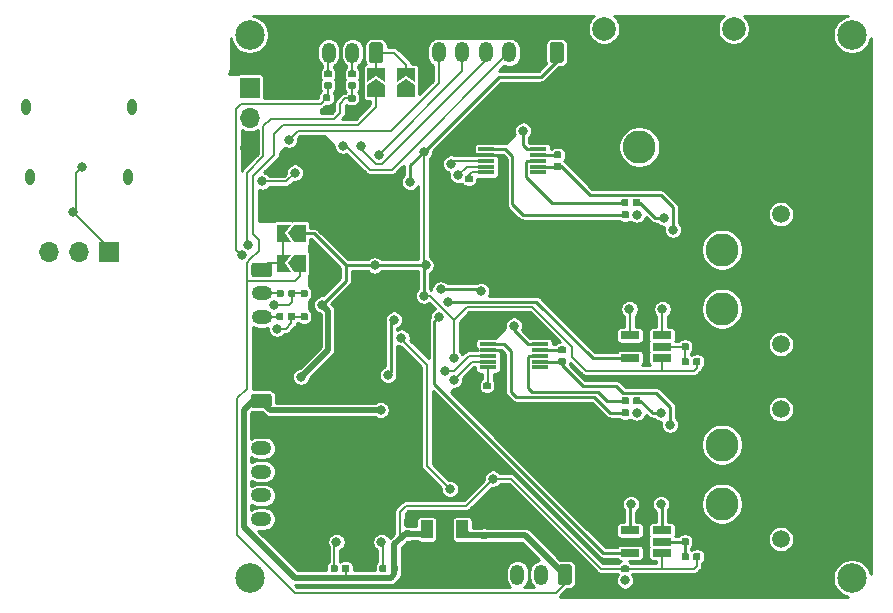
<source format=gbr>
G04 #@! TF.GenerationSoftware,KiCad,Pcbnew,(5.1.5)-3*
G04 #@! TF.CreationDate,2022-05-21T19:39:02+09:00*
G04 #@! TF.ProjectId,RP_MD,52505f4d-442e-46b6-9963-61645f706362,rev?*
G04 #@! TF.SameCoordinates,Original*
G04 #@! TF.FileFunction,Copper,L2,Bot*
G04 #@! TF.FilePolarity,Positive*
%FSLAX46Y46*%
G04 Gerber Fmt 4.6, Leading zero omitted, Abs format (unit mm)*
G04 Created by KiCad (PCBNEW (5.1.5)-3) date 2022-05-21 19:39:02*
%MOMM*%
%LPD*%
G04 APERTURE LIST*
%ADD10O,0.800000X1.400000*%
%ADD11O,1.750000X1.200000*%
%ADD12C,0.100000*%
%ADD13R,2.200000X1.840000*%
%ADD14R,1.000000X1.500000*%
%ADD15R,1.000000X1.800000*%
%ADD16O,1.700000X1.700000*%
%ADD17R,1.700000X1.700000*%
%ADD18O,1.200000X1.750000*%
%ADD19C,1.500000*%
%ADD20C,2.800000*%
%ADD21C,2.000000*%
%ADD22R,1.400000X0.300000*%
%ADD23R,1.560000X0.650000*%
%ADD24C,2.500000*%
%ADD25C,0.800000*%
%ADD26C,0.250000*%
%ADD27C,0.500000*%
%ADD28C,0.200000*%
%ADD29C,0.254000*%
G04 APERTURE END LIST*
D10*
X100910000Y-64380000D03*
X92650000Y-64380000D03*
X92290000Y-58430000D03*
X101270000Y-58430000D03*
D11*
X112220000Y-93330000D03*
X112220000Y-91330000D03*
X112220000Y-89330000D03*
X112220000Y-87330000D03*
X112220000Y-85330000D03*
G04 #@! TA.AperFunction,ComponentPad*
D12*
G36*
X112869505Y-82731204D02*
G01*
X112893773Y-82734804D01*
X112917572Y-82740765D01*
X112940671Y-82749030D01*
X112962850Y-82759520D01*
X112983893Y-82772132D01*
X113003599Y-82786747D01*
X113021777Y-82803223D01*
X113038253Y-82821401D01*
X113052868Y-82841107D01*
X113065480Y-82862150D01*
X113075970Y-82884329D01*
X113084235Y-82907428D01*
X113090196Y-82931227D01*
X113093796Y-82955495D01*
X113095000Y-82979999D01*
X113095000Y-83680001D01*
X113093796Y-83704505D01*
X113090196Y-83728773D01*
X113084235Y-83752572D01*
X113075970Y-83775671D01*
X113065480Y-83797850D01*
X113052868Y-83818893D01*
X113038253Y-83838599D01*
X113021777Y-83856777D01*
X113003599Y-83873253D01*
X112983893Y-83887868D01*
X112962850Y-83900480D01*
X112940671Y-83910970D01*
X112917572Y-83919235D01*
X112893773Y-83925196D01*
X112869505Y-83928796D01*
X112845001Y-83930000D01*
X111594999Y-83930000D01*
X111570495Y-83928796D01*
X111546227Y-83925196D01*
X111522428Y-83919235D01*
X111499329Y-83910970D01*
X111477150Y-83900480D01*
X111456107Y-83887868D01*
X111436401Y-83873253D01*
X111418223Y-83856777D01*
X111401747Y-83838599D01*
X111387132Y-83818893D01*
X111374520Y-83797850D01*
X111364030Y-83775671D01*
X111355765Y-83752572D01*
X111349804Y-83728773D01*
X111346204Y-83704505D01*
X111345000Y-83680001D01*
X111345000Y-82979999D01*
X111346204Y-82955495D01*
X111349804Y-82931227D01*
X111355765Y-82907428D01*
X111364030Y-82884329D01*
X111374520Y-82862150D01*
X111387132Y-82841107D01*
X111401747Y-82821401D01*
X111418223Y-82803223D01*
X111436401Y-82786747D01*
X111456107Y-82772132D01*
X111477150Y-82759520D01*
X111499329Y-82749030D01*
X111522428Y-82740765D01*
X111546227Y-82734804D01*
X111570495Y-82731204D01*
X111594999Y-82730000D01*
X112845001Y-82730000D01*
X112869505Y-82731204D01*
G37*
G04 #@! TD.AperFunction*
G04 #@! TA.AperFunction,SMDPad,CuDef*
G36*
X128120000Y-95118300D02*
G01*
X128820000Y-96118300D01*
X126620000Y-96118300D01*
X127320000Y-95118300D01*
X128120000Y-95118300D01*
G37*
G04 #@! TD.AperFunction*
D13*
X127720000Y-97028000D03*
D14*
X129220000Y-94214500D03*
D15*
X127720000Y-94361000D03*
D14*
X126220000Y-94214500D03*
G04 #@! TA.AperFunction,SMDPad,CuDef*
D12*
G36*
X127220000Y-98786500D02*
G01*
X126620000Y-97936500D01*
X128820000Y-97936500D01*
X128220000Y-98786500D01*
X127220000Y-98786500D01*
G37*
G04 #@! TD.AperFunction*
G04 #@! TA.AperFunction,SMDPad,CuDef*
G36*
X124773958Y-94297710D02*
G01*
X124788276Y-94299834D01*
X124802317Y-94303351D01*
X124815946Y-94308228D01*
X124829031Y-94314417D01*
X124841447Y-94321858D01*
X124853073Y-94330481D01*
X124863798Y-94340202D01*
X124873519Y-94350927D01*
X124882142Y-94362553D01*
X124889583Y-94374969D01*
X124895772Y-94388054D01*
X124900649Y-94401683D01*
X124904166Y-94415724D01*
X124906290Y-94430042D01*
X124907000Y-94444500D01*
X124907000Y-94739500D01*
X124906290Y-94753958D01*
X124904166Y-94768276D01*
X124900649Y-94782317D01*
X124895772Y-94795946D01*
X124889583Y-94809031D01*
X124882142Y-94821447D01*
X124873519Y-94833073D01*
X124863798Y-94843798D01*
X124853073Y-94853519D01*
X124841447Y-94862142D01*
X124829031Y-94869583D01*
X124815946Y-94875772D01*
X124802317Y-94880649D01*
X124788276Y-94884166D01*
X124773958Y-94886290D01*
X124759500Y-94887000D01*
X124414500Y-94887000D01*
X124400042Y-94886290D01*
X124385724Y-94884166D01*
X124371683Y-94880649D01*
X124358054Y-94875772D01*
X124344969Y-94869583D01*
X124332553Y-94862142D01*
X124320927Y-94853519D01*
X124310202Y-94843798D01*
X124300481Y-94833073D01*
X124291858Y-94821447D01*
X124284417Y-94809031D01*
X124278228Y-94795946D01*
X124273351Y-94782317D01*
X124269834Y-94768276D01*
X124267710Y-94753958D01*
X124267000Y-94739500D01*
X124267000Y-94444500D01*
X124267710Y-94430042D01*
X124269834Y-94415724D01*
X124273351Y-94401683D01*
X124278228Y-94388054D01*
X124284417Y-94374969D01*
X124291858Y-94362553D01*
X124300481Y-94350927D01*
X124310202Y-94340202D01*
X124320927Y-94330481D01*
X124332553Y-94321858D01*
X124344969Y-94314417D01*
X124358054Y-94308228D01*
X124371683Y-94303351D01*
X124385724Y-94299834D01*
X124400042Y-94297710D01*
X124414500Y-94297000D01*
X124759500Y-94297000D01*
X124773958Y-94297710D01*
G37*
G04 #@! TD.AperFunction*
G04 #@! TA.AperFunction,SMDPad,CuDef*
G36*
X124773958Y-93327710D02*
G01*
X124788276Y-93329834D01*
X124802317Y-93333351D01*
X124815946Y-93338228D01*
X124829031Y-93344417D01*
X124841447Y-93351858D01*
X124853073Y-93360481D01*
X124863798Y-93370202D01*
X124873519Y-93380927D01*
X124882142Y-93392553D01*
X124889583Y-93404969D01*
X124895772Y-93418054D01*
X124900649Y-93431683D01*
X124904166Y-93445724D01*
X124906290Y-93460042D01*
X124907000Y-93474500D01*
X124907000Y-93769500D01*
X124906290Y-93783958D01*
X124904166Y-93798276D01*
X124900649Y-93812317D01*
X124895772Y-93825946D01*
X124889583Y-93839031D01*
X124882142Y-93851447D01*
X124873519Y-93863073D01*
X124863798Y-93873798D01*
X124853073Y-93883519D01*
X124841447Y-93892142D01*
X124829031Y-93899583D01*
X124815946Y-93905772D01*
X124802317Y-93910649D01*
X124788276Y-93914166D01*
X124773958Y-93916290D01*
X124759500Y-93917000D01*
X124414500Y-93917000D01*
X124400042Y-93916290D01*
X124385724Y-93914166D01*
X124371683Y-93910649D01*
X124358054Y-93905772D01*
X124344969Y-93899583D01*
X124332553Y-93892142D01*
X124320927Y-93883519D01*
X124310202Y-93873798D01*
X124300481Y-93863073D01*
X124291858Y-93851447D01*
X124284417Y-93839031D01*
X124278228Y-93825946D01*
X124273351Y-93812317D01*
X124269834Y-93798276D01*
X124267710Y-93783958D01*
X124267000Y-93769500D01*
X124267000Y-93474500D01*
X124267710Y-93460042D01*
X124269834Y-93445724D01*
X124273351Y-93431683D01*
X124278228Y-93418054D01*
X124284417Y-93404969D01*
X124291858Y-93392553D01*
X124300481Y-93380927D01*
X124310202Y-93370202D01*
X124320927Y-93360481D01*
X124332553Y-93351858D01*
X124344969Y-93344417D01*
X124358054Y-93338228D01*
X124371683Y-93333351D01*
X124385724Y-93329834D01*
X124400042Y-93327710D01*
X124414500Y-93327000D01*
X124759500Y-93327000D01*
X124773958Y-93327710D01*
G37*
G04 #@! TD.AperFunction*
G04 #@! TA.AperFunction,SMDPad,CuDef*
G36*
X131250958Y-94424710D02*
G01*
X131265276Y-94426834D01*
X131279317Y-94430351D01*
X131292946Y-94435228D01*
X131306031Y-94441417D01*
X131318447Y-94448858D01*
X131330073Y-94457481D01*
X131340798Y-94467202D01*
X131350519Y-94477927D01*
X131359142Y-94489553D01*
X131366583Y-94501969D01*
X131372772Y-94515054D01*
X131377649Y-94528683D01*
X131381166Y-94542724D01*
X131383290Y-94557042D01*
X131384000Y-94571500D01*
X131384000Y-94866500D01*
X131383290Y-94880958D01*
X131381166Y-94895276D01*
X131377649Y-94909317D01*
X131372772Y-94922946D01*
X131366583Y-94936031D01*
X131359142Y-94948447D01*
X131350519Y-94960073D01*
X131340798Y-94970798D01*
X131330073Y-94980519D01*
X131318447Y-94989142D01*
X131306031Y-94996583D01*
X131292946Y-95002772D01*
X131279317Y-95007649D01*
X131265276Y-95011166D01*
X131250958Y-95013290D01*
X131236500Y-95014000D01*
X130891500Y-95014000D01*
X130877042Y-95013290D01*
X130862724Y-95011166D01*
X130848683Y-95007649D01*
X130835054Y-95002772D01*
X130821969Y-94996583D01*
X130809553Y-94989142D01*
X130797927Y-94980519D01*
X130787202Y-94970798D01*
X130777481Y-94960073D01*
X130768858Y-94948447D01*
X130761417Y-94936031D01*
X130755228Y-94922946D01*
X130750351Y-94909317D01*
X130746834Y-94895276D01*
X130744710Y-94880958D01*
X130744000Y-94866500D01*
X130744000Y-94571500D01*
X130744710Y-94557042D01*
X130746834Y-94542724D01*
X130750351Y-94528683D01*
X130755228Y-94515054D01*
X130761417Y-94501969D01*
X130768858Y-94489553D01*
X130777481Y-94477927D01*
X130787202Y-94467202D01*
X130797927Y-94457481D01*
X130809553Y-94448858D01*
X130821969Y-94441417D01*
X130835054Y-94435228D01*
X130848683Y-94430351D01*
X130862724Y-94426834D01*
X130877042Y-94424710D01*
X130891500Y-94424000D01*
X131236500Y-94424000D01*
X131250958Y-94424710D01*
G37*
G04 #@! TD.AperFunction*
G04 #@! TA.AperFunction,SMDPad,CuDef*
G36*
X131250958Y-93454710D02*
G01*
X131265276Y-93456834D01*
X131279317Y-93460351D01*
X131292946Y-93465228D01*
X131306031Y-93471417D01*
X131318447Y-93478858D01*
X131330073Y-93487481D01*
X131340798Y-93497202D01*
X131350519Y-93507927D01*
X131359142Y-93519553D01*
X131366583Y-93531969D01*
X131372772Y-93545054D01*
X131377649Y-93558683D01*
X131381166Y-93572724D01*
X131383290Y-93587042D01*
X131384000Y-93601500D01*
X131384000Y-93896500D01*
X131383290Y-93910958D01*
X131381166Y-93925276D01*
X131377649Y-93939317D01*
X131372772Y-93952946D01*
X131366583Y-93966031D01*
X131359142Y-93978447D01*
X131350519Y-93990073D01*
X131340798Y-94000798D01*
X131330073Y-94010519D01*
X131318447Y-94019142D01*
X131306031Y-94026583D01*
X131292946Y-94032772D01*
X131279317Y-94037649D01*
X131265276Y-94041166D01*
X131250958Y-94043290D01*
X131236500Y-94044000D01*
X130891500Y-94044000D01*
X130877042Y-94043290D01*
X130862724Y-94041166D01*
X130848683Y-94037649D01*
X130835054Y-94032772D01*
X130821969Y-94026583D01*
X130809553Y-94019142D01*
X130797927Y-94010519D01*
X130787202Y-94000798D01*
X130777481Y-93990073D01*
X130768858Y-93978447D01*
X130761417Y-93966031D01*
X130755228Y-93952946D01*
X130750351Y-93939317D01*
X130746834Y-93925276D01*
X130744710Y-93910958D01*
X130744000Y-93896500D01*
X130744000Y-93601500D01*
X130744710Y-93587042D01*
X130746834Y-93572724D01*
X130750351Y-93558683D01*
X130755228Y-93545054D01*
X130761417Y-93531969D01*
X130768858Y-93519553D01*
X130777481Y-93507927D01*
X130787202Y-93497202D01*
X130797927Y-93487481D01*
X130809553Y-93478858D01*
X130821969Y-93471417D01*
X130835054Y-93465228D01*
X130848683Y-93460351D01*
X130862724Y-93456834D01*
X130877042Y-93454710D01*
X130891500Y-93454000D01*
X131236500Y-93454000D01*
X131250958Y-93454710D01*
G37*
G04 #@! TD.AperFunction*
G04 #@! TA.AperFunction,SMDPad,CuDef*
G36*
X144156958Y-84008710D02*
G01*
X144171276Y-84010834D01*
X144185317Y-84014351D01*
X144198946Y-84019228D01*
X144212031Y-84025417D01*
X144224447Y-84032858D01*
X144236073Y-84041481D01*
X144246798Y-84051202D01*
X144256519Y-84061927D01*
X144265142Y-84073553D01*
X144272583Y-84085969D01*
X144278772Y-84099054D01*
X144283649Y-84112683D01*
X144287166Y-84126724D01*
X144289290Y-84141042D01*
X144290000Y-84155500D01*
X144290000Y-84500500D01*
X144289290Y-84514958D01*
X144287166Y-84529276D01*
X144283649Y-84543317D01*
X144278772Y-84556946D01*
X144272583Y-84570031D01*
X144265142Y-84582447D01*
X144256519Y-84594073D01*
X144246798Y-84604798D01*
X144236073Y-84614519D01*
X144224447Y-84623142D01*
X144212031Y-84630583D01*
X144198946Y-84636772D01*
X144185317Y-84641649D01*
X144171276Y-84645166D01*
X144156958Y-84647290D01*
X144142500Y-84648000D01*
X143847500Y-84648000D01*
X143833042Y-84647290D01*
X143818724Y-84645166D01*
X143804683Y-84641649D01*
X143791054Y-84636772D01*
X143777969Y-84630583D01*
X143765553Y-84623142D01*
X143753927Y-84614519D01*
X143743202Y-84604798D01*
X143733481Y-84594073D01*
X143724858Y-84582447D01*
X143717417Y-84570031D01*
X143711228Y-84556946D01*
X143706351Y-84543317D01*
X143702834Y-84529276D01*
X143700710Y-84514958D01*
X143700000Y-84500500D01*
X143700000Y-84155500D01*
X143700710Y-84141042D01*
X143702834Y-84126724D01*
X143706351Y-84112683D01*
X143711228Y-84099054D01*
X143717417Y-84085969D01*
X143724858Y-84073553D01*
X143733481Y-84061927D01*
X143743202Y-84051202D01*
X143753927Y-84041481D01*
X143765553Y-84032858D01*
X143777969Y-84025417D01*
X143791054Y-84019228D01*
X143804683Y-84014351D01*
X143818724Y-84010834D01*
X143833042Y-84008710D01*
X143847500Y-84008000D01*
X144142500Y-84008000D01*
X144156958Y-84008710D01*
G37*
G04 #@! TD.AperFunction*
G04 #@! TA.AperFunction,SMDPad,CuDef*
G36*
X143186958Y-84008710D02*
G01*
X143201276Y-84010834D01*
X143215317Y-84014351D01*
X143228946Y-84019228D01*
X143242031Y-84025417D01*
X143254447Y-84032858D01*
X143266073Y-84041481D01*
X143276798Y-84051202D01*
X143286519Y-84061927D01*
X143295142Y-84073553D01*
X143302583Y-84085969D01*
X143308772Y-84099054D01*
X143313649Y-84112683D01*
X143317166Y-84126724D01*
X143319290Y-84141042D01*
X143320000Y-84155500D01*
X143320000Y-84500500D01*
X143319290Y-84514958D01*
X143317166Y-84529276D01*
X143313649Y-84543317D01*
X143308772Y-84556946D01*
X143302583Y-84570031D01*
X143295142Y-84582447D01*
X143286519Y-84594073D01*
X143276798Y-84604798D01*
X143266073Y-84614519D01*
X143254447Y-84623142D01*
X143242031Y-84630583D01*
X143228946Y-84636772D01*
X143215317Y-84641649D01*
X143201276Y-84645166D01*
X143186958Y-84647290D01*
X143172500Y-84648000D01*
X142877500Y-84648000D01*
X142863042Y-84647290D01*
X142848724Y-84645166D01*
X142834683Y-84641649D01*
X142821054Y-84636772D01*
X142807969Y-84630583D01*
X142795553Y-84623142D01*
X142783927Y-84614519D01*
X142773202Y-84604798D01*
X142763481Y-84594073D01*
X142754858Y-84582447D01*
X142747417Y-84570031D01*
X142741228Y-84556946D01*
X142736351Y-84543317D01*
X142732834Y-84529276D01*
X142730710Y-84514958D01*
X142730000Y-84500500D01*
X142730000Y-84155500D01*
X142730710Y-84141042D01*
X142732834Y-84126724D01*
X142736351Y-84112683D01*
X142741228Y-84099054D01*
X142747417Y-84085969D01*
X142754858Y-84073553D01*
X142763481Y-84061927D01*
X142773202Y-84051202D01*
X142783927Y-84041481D01*
X142795553Y-84032858D01*
X142807969Y-84025417D01*
X142821054Y-84019228D01*
X142834683Y-84014351D01*
X142848724Y-84010834D01*
X142863042Y-84008710D01*
X142877500Y-84008000D01*
X143172500Y-84008000D01*
X143186958Y-84008710D01*
G37*
G04 #@! TD.AperFunction*
D16*
X111220000Y-61910000D03*
X111220000Y-59370000D03*
D17*
X111220000Y-56830000D03*
D16*
X94240000Y-70730000D03*
X96780000Y-70730000D03*
D17*
X99320000Y-70730000D03*
G04 #@! TA.AperFunction,SMDPad,CuDef*
D12*
G36*
X114495000Y-69160000D02*
G01*
X114995000Y-68410000D01*
X115995000Y-68410000D01*
X115995000Y-69910000D01*
X114995000Y-69910000D01*
X114495000Y-69160000D01*
G37*
G04 #@! TD.AperFunction*
G04 #@! TA.AperFunction,SMDPad,CuDef*
G36*
X113545000Y-68410000D02*
G01*
X114695000Y-68410000D01*
X114195000Y-69160000D01*
X114695000Y-69910000D01*
X113545000Y-69910000D01*
X113545000Y-68410000D01*
G37*
G04 #@! TD.AperFunction*
G04 #@! TA.AperFunction,SMDPad,CuDef*
G36*
X124460000Y-56105000D02*
G01*
X125210000Y-56605000D01*
X125210000Y-57605000D01*
X123710000Y-57605000D01*
X123710000Y-56605000D01*
X124460000Y-56105000D01*
G37*
G04 #@! TD.AperFunction*
G04 #@! TA.AperFunction,SMDPad,CuDef*
G36*
X125210000Y-55155000D02*
G01*
X125210000Y-56305000D01*
X124460000Y-55805000D01*
X123710000Y-56305000D01*
X123710000Y-55155000D01*
X125210000Y-55155000D01*
G37*
G04 #@! TD.AperFunction*
G04 #@! TA.AperFunction,SMDPad,CuDef*
G36*
X114495000Y-71700000D02*
G01*
X114995000Y-70950000D01*
X115995000Y-70950000D01*
X115995000Y-72450000D01*
X114995000Y-72450000D01*
X114495000Y-71700000D01*
G37*
G04 #@! TD.AperFunction*
G04 #@! TA.AperFunction,SMDPad,CuDef*
G36*
X113545000Y-70950000D02*
G01*
X114695000Y-70950000D01*
X114195000Y-71700000D01*
X114695000Y-72450000D01*
X113545000Y-72450000D01*
X113545000Y-70950000D01*
G37*
G04 #@! TD.AperFunction*
G04 #@! TA.AperFunction,SMDPad,CuDef*
G36*
X121920000Y-56105000D02*
G01*
X122670000Y-56605000D01*
X122670000Y-57605000D01*
X121170000Y-57605000D01*
X121170000Y-56605000D01*
X121920000Y-56105000D01*
G37*
G04 #@! TD.AperFunction*
G04 #@! TA.AperFunction,SMDPad,CuDef*
G36*
X122670000Y-55155000D02*
G01*
X122670000Y-56305000D01*
X121920000Y-55805000D01*
X121170000Y-56305000D01*
X121170000Y-55155000D01*
X122670000Y-55155000D01*
G37*
G04 #@! TD.AperFunction*
G04 #@! TA.AperFunction,SMDPad,CuDef*
G36*
X113953958Y-75880710D02*
G01*
X113968276Y-75882834D01*
X113982317Y-75886351D01*
X113995946Y-75891228D01*
X114009031Y-75897417D01*
X114021447Y-75904858D01*
X114033073Y-75913481D01*
X114043798Y-75923202D01*
X114053519Y-75933927D01*
X114062142Y-75945553D01*
X114069583Y-75957969D01*
X114075772Y-75971054D01*
X114080649Y-75984683D01*
X114084166Y-75998724D01*
X114086290Y-76013042D01*
X114087000Y-76027500D01*
X114087000Y-76372500D01*
X114086290Y-76386958D01*
X114084166Y-76401276D01*
X114080649Y-76415317D01*
X114075772Y-76428946D01*
X114069583Y-76442031D01*
X114062142Y-76454447D01*
X114053519Y-76466073D01*
X114043798Y-76476798D01*
X114033073Y-76486519D01*
X114021447Y-76495142D01*
X114009031Y-76502583D01*
X113995946Y-76508772D01*
X113982317Y-76513649D01*
X113968276Y-76517166D01*
X113953958Y-76519290D01*
X113939500Y-76520000D01*
X113644500Y-76520000D01*
X113630042Y-76519290D01*
X113615724Y-76517166D01*
X113601683Y-76513649D01*
X113588054Y-76508772D01*
X113574969Y-76502583D01*
X113562553Y-76495142D01*
X113550927Y-76486519D01*
X113540202Y-76476798D01*
X113530481Y-76466073D01*
X113521858Y-76454447D01*
X113514417Y-76442031D01*
X113508228Y-76428946D01*
X113503351Y-76415317D01*
X113499834Y-76401276D01*
X113497710Y-76386958D01*
X113497000Y-76372500D01*
X113497000Y-76027500D01*
X113497710Y-76013042D01*
X113499834Y-75998724D01*
X113503351Y-75984683D01*
X113508228Y-75971054D01*
X113514417Y-75957969D01*
X113521858Y-75945553D01*
X113530481Y-75933927D01*
X113540202Y-75923202D01*
X113550927Y-75913481D01*
X113562553Y-75904858D01*
X113574969Y-75897417D01*
X113588054Y-75891228D01*
X113601683Y-75886351D01*
X113615724Y-75882834D01*
X113630042Y-75880710D01*
X113644500Y-75880000D01*
X113939500Y-75880000D01*
X113953958Y-75880710D01*
G37*
G04 #@! TD.AperFunction*
G04 #@! TA.AperFunction,SMDPad,CuDef*
G36*
X114923958Y-75880710D02*
G01*
X114938276Y-75882834D01*
X114952317Y-75886351D01*
X114965946Y-75891228D01*
X114979031Y-75897417D01*
X114991447Y-75904858D01*
X115003073Y-75913481D01*
X115013798Y-75923202D01*
X115023519Y-75933927D01*
X115032142Y-75945553D01*
X115039583Y-75957969D01*
X115045772Y-75971054D01*
X115050649Y-75984683D01*
X115054166Y-75998724D01*
X115056290Y-76013042D01*
X115057000Y-76027500D01*
X115057000Y-76372500D01*
X115056290Y-76386958D01*
X115054166Y-76401276D01*
X115050649Y-76415317D01*
X115045772Y-76428946D01*
X115039583Y-76442031D01*
X115032142Y-76454447D01*
X115023519Y-76466073D01*
X115013798Y-76476798D01*
X115003073Y-76486519D01*
X114991447Y-76495142D01*
X114979031Y-76502583D01*
X114965946Y-76508772D01*
X114952317Y-76513649D01*
X114938276Y-76517166D01*
X114923958Y-76519290D01*
X114909500Y-76520000D01*
X114614500Y-76520000D01*
X114600042Y-76519290D01*
X114585724Y-76517166D01*
X114571683Y-76513649D01*
X114558054Y-76508772D01*
X114544969Y-76502583D01*
X114532553Y-76495142D01*
X114520927Y-76486519D01*
X114510202Y-76476798D01*
X114500481Y-76466073D01*
X114491858Y-76454447D01*
X114484417Y-76442031D01*
X114478228Y-76428946D01*
X114473351Y-76415317D01*
X114469834Y-76401276D01*
X114467710Y-76386958D01*
X114467000Y-76372500D01*
X114467000Y-76027500D01*
X114467710Y-76013042D01*
X114469834Y-75998724D01*
X114473351Y-75984683D01*
X114478228Y-75971054D01*
X114484417Y-75957969D01*
X114491858Y-75945553D01*
X114500481Y-75933927D01*
X114510202Y-75923202D01*
X114520927Y-75913481D01*
X114532553Y-75904858D01*
X114544969Y-75897417D01*
X114558054Y-75891228D01*
X114571683Y-75886351D01*
X114585724Y-75882834D01*
X114600042Y-75880710D01*
X114614500Y-75880000D01*
X114909500Y-75880000D01*
X114923958Y-75880710D01*
G37*
G04 #@! TD.AperFunction*
G04 #@! TA.AperFunction,SMDPad,CuDef*
G36*
X113976958Y-73920710D02*
G01*
X113991276Y-73922834D01*
X114005317Y-73926351D01*
X114018946Y-73931228D01*
X114032031Y-73937417D01*
X114044447Y-73944858D01*
X114056073Y-73953481D01*
X114066798Y-73963202D01*
X114076519Y-73973927D01*
X114085142Y-73985553D01*
X114092583Y-73997969D01*
X114098772Y-74011054D01*
X114103649Y-74024683D01*
X114107166Y-74038724D01*
X114109290Y-74053042D01*
X114110000Y-74067500D01*
X114110000Y-74412500D01*
X114109290Y-74426958D01*
X114107166Y-74441276D01*
X114103649Y-74455317D01*
X114098772Y-74468946D01*
X114092583Y-74482031D01*
X114085142Y-74494447D01*
X114076519Y-74506073D01*
X114066798Y-74516798D01*
X114056073Y-74526519D01*
X114044447Y-74535142D01*
X114032031Y-74542583D01*
X114018946Y-74548772D01*
X114005317Y-74553649D01*
X113991276Y-74557166D01*
X113976958Y-74559290D01*
X113962500Y-74560000D01*
X113667500Y-74560000D01*
X113653042Y-74559290D01*
X113638724Y-74557166D01*
X113624683Y-74553649D01*
X113611054Y-74548772D01*
X113597969Y-74542583D01*
X113585553Y-74535142D01*
X113573927Y-74526519D01*
X113563202Y-74516798D01*
X113553481Y-74506073D01*
X113544858Y-74494447D01*
X113537417Y-74482031D01*
X113531228Y-74468946D01*
X113526351Y-74455317D01*
X113522834Y-74441276D01*
X113520710Y-74426958D01*
X113520000Y-74412500D01*
X113520000Y-74067500D01*
X113520710Y-74053042D01*
X113522834Y-74038724D01*
X113526351Y-74024683D01*
X113531228Y-74011054D01*
X113537417Y-73997969D01*
X113544858Y-73985553D01*
X113553481Y-73973927D01*
X113563202Y-73963202D01*
X113573927Y-73953481D01*
X113585553Y-73944858D01*
X113597969Y-73937417D01*
X113611054Y-73931228D01*
X113624683Y-73926351D01*
X113638724Y-73922834D01*
X113653042Y-73920710D01*
X113667500Y-73920000D01*
X113962500Y-73920000D01*
X113976958Y-73920710D01*
G37*
G04 #@! TD.AperFunction*
G04 #@! TA.AperFunction,SMDPad,CuDef*
G36*
X114946958Y-73920710D02*
G01*
X114961276Y-73922834D01*
X114975317Y-73926351D01*
X114988946Y-73931228D01*
X115002031Y-73937417D01*
X115014447Y-73944858D01*
X115026073Y-73953481D01*
X115036798Y-73963202D01*
X115046519Y-73973927D01*
X115055142Y-73985553D01*
X115062583Y-73997969D01*
X115068772Y-74011054D01*
X115073649Y-74024683D01*
X115077166Y-74038724D01*
X115079290Y-74053042D01*
X115080000Y-74067500D01*
X115080000Y-74412500D01*
X115079290Y-74426958D01*
X115077166Y-74441276D01*
X115073649Y-74455317D01*
X115068772Y-74468946D01*
X115062583Y-74482031D01*
X115055142Y-74494447D01*
X115046519Y-74506073D01*
X115036798Y-74516798D01*
X115026073Y-74526519D01*
X115014447Y-74535142D01*
X115002031Y-74542583D01*
X114988946Y-74548772D01*
X114975317Y-74553649D01*
X114961276Y-74557166D01*
X114946958Y-74559290D01*
X114932500Y-74560000D01*
X114637500Y-74560000D01*
X114623042Y-74559290D01*
X114608724Y-74557166D01*
X114594683Y-74553649D01*
X114581054Y-74548772D01*
X114567969Y-74542583D01*
X114555553Y-74535142D01*
X114543927Y-74526519D01*
X114533202Y-74516798D01*
X114523481Y-74506073D01*
X114514858Y-74494447D01*
X114507417Y-74482031D01*
X114501228Y-74468946D01*
X114496351Y-74455317D01*
X114492834Y-74441276D01*
X114490710Y-74426958D01*
X114490000Y-74412500D01*
X114490000Y-74067500D01*
X114490710Y-74053042D01*
X114492834Y-74038724D01*
X114496351Y-74024683D01*
X114501228Y-74011054D01*
X114507417Y-73997969D01*
X114514858Y-73985553D01*
X114523481Y-73973927D01*
X114533202Y-73963202D01*
X114543927Y-73953481D01*
X114555553Y-73944858D01*
X114567969Y-73937417D01*
X114581054Y-73931228D01*
X114594683Y-73926351D01*
X114608724Y-73922834D01*
X114623042Y-73920710D01*
X114637500Y-73920000D01*
X114932500Y-73920000D01*
X114946958Y-73920710D01*
G37*
G04 #@! TD.AperFunction*
G04 #@! TA.AperFunction,SMDPad,CuDef*
G36*
X118042958Y-55354710D02*
G01*
X118057276Y-55356834D01*
X118071317Y-55360351D01*
X118084946Y-55365228D01*
X118098031Y-55371417D01*
X118110447Y-55378858D01*
X118122073Y-55387481D01*
X118132798Y-55397202D01*
X118142519Y-55407927D01*
X118151142Y-55419553D01*
X118158583Y-55431969D01*
X118164772Y-55445054D01*
X118169649Y-55458683D01*
X118173166Y-55472724D01*
X118175290Y-55487042D01*
X118176000Y-55501500D01*
X118176000Y-55796500D01*
X118175290Y-55810958D01*
X118173166Y-55825276D01*
X118169649Y-55839317D01*
X118164772Y-55852946D01*
X118158583Y-55866031D01*
X118151142Y-55878447D01*
X118142519Y-55890073D01*
X118132798Y-55900798D01*
X118122073Y-55910519D01*
X118110447Y-55919142D01*
X118098031Y-55926583D01*
X118084946Y-55932772D01*
X118071317Y-55937649D01*
X118057276Y-55941166D01*
X118042958Y-55943290D01*
X118028500Y-55944000D01*
X117683500Y-55944000D01*
X117669042Y-55943290D01*
X117654724Y-55941166D01*
X117640683Y-55937649D01*
X117627054Y-55932772D01*
X117613969Y-55926583D01*
X117601553Y-55919142D01*
X117589927Y-55910519D01*
X117579202Y-55900798D01*
X117569481Y-55890073D01*
X117560858Y-55878447D01*
X117553417Y-55866031D01*
X117547228Y-55852946D01*
X117542351Y-55839317D01*
X117538834Y-55825276D01*
X117536710Y-55810958D01*
X117536000Y-55796500D01*
X117536000Y-55501500D01*
X117536710Y-55487042D01*
X117538834Y-55472724D01*
X117542351Y-55458683D01*
X117547228Y-55445054D01*
X117553417Y-55431969D01*
X117560858Y-55419553D01*
X117569481Y-55407927D01*
X117579202Y-55397202D01*
X117589927Y-55387481D01*
X117601553Y-55378858D01*
X117613969Y-55371417D01*
X117627054Y-55365228D01*
X117640683Y-55360351D01*
X117654724Y-55356834D01*
X117669042Y-55354710D01*
X117683500Y-55354000D01*
X118028500Y-55354000D01*
X118042958Y-55354710D01*
G37*
G04 #@! TD.AperFunction*
G04 #@! TA.AperFunction,SMDPad,CuDef*
G36*
X118042958Y-56324710D02*
G01*
X118057276Y-56326834D01*
X118071317Y-56330351D01*
X118084946Y-56335228D01*
X118098031Y-56341417D01*
X118110447Y-56348858D01*
X118122073Y-56357481D01*
X118132798Y-56367202D01*
X118142519Y-56377927D01*
X118151142Y-56389553D01*
X118158583Y-56401969D01*
X118164772Y-56415054D01*
X118169649Y-56428683D01*
X118173166Y-56442724D01*
X118175290Y-56457042D01*
X118176000Y-56471500D01*
X118176000Y-56766500D01*
X118175290Y-56780958D01*
X118173166Y-56795276D01*
X118169649Y-56809317D01*
X118164772Y-56822946D01*
X118158583Y-56836031D01*
X118151142Y-56848447D01*
X118142519Y-56860073D01*
X118132798Y-56870798D01*
X118122073Y-56880519D01*
X118110447Y-56889142D01*
X118098031Y-56896583D01*
X118084946Y-56902772D01*
X118071317Y-56907649D01*
X118057276Y-56911166D01*
X118042958Y-56913290D01*
X118028500Y-56914000D01*
X117683500Y-56914000D01*
X117669042Y-56913290D01*
X117654724Y-56911166D01*
X117640683Y-56907649D01*
X117627054Y-56902772D01*
X117613969Y-56896583D01*
X117601553Y-56889142D01*
X117589927Y-56880519D01*
X117579202Y-56870798D01*
X117569481Y-56860073D01*
X117560858Y-56848447D01*
X117553417Y-56836031D01*
X117547228Y-56822946D01*
X117542351Y-56809317D01*
X117538834Y-56795276D01*
X117536710Y-56780958D01*
X117536000Y-56766500D01*
X117536000Y-56471500D01*
X117536710Y-56457042D01*
X117538834Y-56442724D01*
X117542351Y-56428683D01*
X117547228Y-56415054D01*
X117553417Y-56401969D01*
X117560858Y-56389553D01*
X117569481Y-56377927D01*
X117579202Y-56367202D01*
X117589927Y-56357481D01*
X117601553Y-56348858D01*
X117613969Y-56341417D01*
X117627054Y-56335228D01*
X117640683Y-56330351D01*
X117654724Y-56326834D01*
X117669042Y-56324710D01*
X117683500Y-56324000D01*
X118028500Y-56324000D01*
X118042958Y-56324710D01*
G37*
G04 #@! TD.AperFunction*
G04 #@! TA.AperFunction,SMDPad,CuDef*
G36*
X120074958Y-55354710D02*
G01*
X120089276Y-55356834D01*
X120103317Y-55360351D01*
X120116946Y-55365228D01*
X120130031Y-55371417D01*
X120142447Y-55378858D01*
X120154073Y-55387481D01*
X120164798Y-55397202D01*
X120174519Y-55407927D01*
X120183142Y-55419553D01*
X120190583Y-55431969D01*
X120196772Y-55445054D01*
X120201649Y-55458683D01*
X120205166Y-55472724D01*
X120207290Y-55487042D01*
X120208000Y-55501500D01*
X120208000Y-55796500D01*
X120207290Y-55810958D01*
X120205166Y-55825276D01*
X120201649Y-55839317D01*
X120196772Y-55852946D01*
X120190583Y-55866031D01*
X120183142Y-55878447D01*
X120174519Y-55890073D01*
X120164798Y-55900798D01*
X120154073Y-55910519D01*
X120142447Y-55919142D01*
X120130031Y-55926583D01*
X120116946Y-55932772D01*
X120103317Y-55937649D01*
X120089276Y-55941166D01*
X120074958Y-55943290D01*
X120060500Y-55944000D01*
X119715500Y-55944000D01*
X119701042Y-55943290D01*
X119686724Y-55941166D01*
X119672683Y-55937649D01*
X119659054Y-55932772D01*
X119645969Y-55926583D01*
X119633553Y-55919142D01*
X119621927Y-55910519D01*
X119611202Y-55900798D01*
X119601481Y-55890073D01*
X119592858Y-55878447D01*
X119585417Y-55866031D01*
X119579228Y-55852946D01*
X119574351Y-55839317D01*
X119570834Y-55825276D01*
X119568710Y-55810958D01*
X119568000Y-55796500D01*
X119568000Y-55501500D01*
X119568710Y-55487042D01*
X119570834Y-55472724D01*
X119574351Y-55458683D01*
X119579228Y-55445054D01*
X119585417Y-55431969D01*
X119592858Y-55419553D01*
X119601481Y-55407927D01*
X119611202Y-55397202D01*
X119621927Y-55387481D01*
X119633553Y-55378858D01*
X119645969Y-55371417D01*
X119659054Y-55365228D01*
X119672683Y-55360351D01*
X119686724Y-55356834D01*
X119701042Y-55354710D01*
X119715500Y-55354000D01*
X120060500Y-55354000D01*
X120074958Y-55354710D01*
G37*
G04 #@! TD.AperFunction*
G04 #@! TA.AperFunction,SMDPad,CuDef*
G36*
X120074958Y-56324710D02*
G01*
X120089276Y-56326834D01*
X120103317Y-56330351D01*
X120116946Y-56335228D01*
X120130031Y-56341417D01*
X120142447Y-56348858D01*
X120154073Y-56357481D01*
X120164798Y-56367202D01*
X120174519Y-56377927D01*
X120183142Y-56389553D01*
X120190583Y-56401969D01*
X120196772Y-56415054D01*
X120201649Y-56428683D01*
X120205166Y-56442724D01*
X120207290Y-56457042D01*
X120208000Y-56471500D01*
X120208000Y-56766500D01*
X120207290Y-56780958D01*
X120205166Y-56795276D01*
X120201649Y-56809317D01*
X120196772Y-56822946D01*
X120190583Y-56836031D01*
X120183142Y-56848447D01*
X120174519Y-56860073D01*
X120164798Y-56870798D01*
X120154073Y-56880519D01*
X120142447Y-56889142D01*
X120130031Y-56896583D01*
X120116946Y-56902772D01*
X120103317Y-56907649D01*
X120089276Y-56911166D01*
X120074958Y-56913290D01*
X120060500Y-56914000D01*
X119715500Y-56914000D01*
X119701042Y-56913290D01*
X119686724Y-56911166D01*
X119672683Y-56907649D01*
X119659054Y-56902772D01*
X119645969Y-56896583D01*
X119633553Y-56889142D01*
X119621927Y-56880519D01*
X119611202Y-56870798D01*
X119601481Y-56860073D01*
X119592858Y-56848447D01*
X119585417Y-56836031D01*
X119579228Y-56822946D01*
X119574351Y-56809317D01*
X119570834Y-56795276D01*
X119568710Y-56780958D01*
X119568000Y-56766500D01*
X119568000Y-56471500D01*
X119568710Y-56457042D01*
X119570834Y-56442724D01*
X119574351Y-56428683D01*
X119579228Y-56415054D01*
X119585417Y-56401969D01*
X119592858Y-56389553D01*
X119601481Y-56377927D01*
X119611202Y-56367202D01*
X119621927Y-56357481D01*
X119633553Y-56348858D01*
X119645969Y-56341417D01*
X119659054Y-56335228D01*
X119672683Y-56330351D01*
X119686724Y-56326834D01*
X119701042Y-56324710D01*
X119715500Y-56324000D01*
X120060500Y-56324000D01*
X120074958Y-56324710D01*
G37*
G04 #@! TD.AperFunction*
G04 #@! TA.AperFunction,SMDPad,CuDef*
G36*
X116978958Y-75880710D02*
G01*
X116993276Y-75882834D01*
X117007317Y-75886351D01*
X117020946Y-75891228D01*
X117034031Y-75897417D01*
X117046447Y-75904858D01*
X117058073Y-75913481D01*
X117068798Y-75923202D01*
X117078519Y-75933927D01*
X117087142Y-75945553D01*
X117094583Y-75957969D01*
X117100772Y-75971054D01*
X117105649Y-75984683D01*
X117109166Y-75998724D01*
X117111290Y-76013042D01*
X117112000Y-76027500D01*
X117112000Y-76372500D01*
X117111290Y-76386958D01*
X117109166Y-76401276D01*
X117105649Y-76415317D01*
X117100772Y-76428946D01*
X117094583Y-76442031D01*
X117087142Y-76454447D01*
X117078519Y-76466073D01*
X117068798Y-76476798D01*
X117058073Y-76486519D01*
X117046447Y-76495142D01*
X117034031Y-76502583D01*
X117020946Y-76508772D01*
X117007317Y-76513649D01*
X116993276Y-76517166D01*
X116978958Y-76519290D01*
X116964500Y-76520000D01*
X116669500Y-76520000D01*
X116655042Y-76519290D01*
X116640724Y-76517166D01*
X116626683Y-76513649D01*
X116613054Y-76508772D01*
X116599969Y-76502583D01*
X116587553Y-76495142D01*
X116575927Y-76486519D01*
X116565202Y-76476798D01*
X116555481Y-76466073D01*
X116546858Y-76454447D01*
X116539417Y-76442031D01*
X116533228Y-76428946D01*
X116528351Y-76415317D01*
X116524834Y-76401276D01*
X116522710Y-76386958D01*
X116522000Y-76372500D01*
X116522000Y-76027500D01*
X116522710Y-76013042D01*
X116524834Y-75998724D01*
X116528351Y-75984683D01*
X116533228Y-75971054D01*
X116539417Y-75957969D01*
X116546858Y-75945553D01*
X116555481Y-75933927D01*
X116565202Y-75923202D01*
X116575927Y-75913481D01*
X116587553Y-75904858D01*
X116599969Y-75897417D01*
X116613054Y-75891228D01*
X116626683Y-75886351D01*
X116640724Y-75882834D01*
X116655042Y-75880710D01*
X116669500Y-75880000D01*
X116964500Y-75880000D01*
X116978958Y-75880710D01*
G37*
G04 #@! TD.AperFunction*
G04 #@! TA.AperFunction,SMDPad,CuDef*
G36*
X116008958Y-75880710D02*
G01*
X116023276Y-75882834D01*
X116037317Y-75886351D01*
X116050946Y-75891228D01*
X116064031Y-75897417D01*
X116076447Y-75904858D01*
X116088073Y-75913481D01*
X116098798Y-75923202D01*
X116108519Y-75933927D01*
X116117142Y-75945553D01*
X116124583Y-75957969D01*
X116130772Y-75971054D01*
X116135649Y-75984683D01*
X116139166Y-75998724D01*
X116141290Y-76013042D01*
X116142000Y-76027500D01*
X116142000Y-76372500D01*
X116141290Y-76386958D01*
X116139166Y-76401276D01*
X116135649Y-76415317D01*
X116130772Y-76428946D01*
X116124583Y-76442031D01*
X116117142Y-76454447D01*
X116108519Y-76466073D01*
X116098798Y-76476798D01*
X116088073Y-76486519D01*
X116076447Y-76495142D01*
X116064031Y-76502583D01*
X116050946Y-76508772D01*
X116037317Y-76513649D01*
X116023276Y-76517166D01*
X116008958Y-76519290D01*
X115994500Y-76520000D01*
X115699500Y-76520000D01*
X115685042Y-76519290D01*
X115670724Y-76517166D01*
X115656683Y-76513649D01*
X115643054Y-76508772D01*
X115629969Y-76502583D01*
X115617553Y-76495142D01*
X115605927Y-76486519D01*
X115595202Y-76476798D01*
X115585481Y-76466073D01*
X115576858Y-76454447D01*
X115569417Y-76442031D01*
X115563228Y-76428946D01*
X115558351Y-76415317D01*
X115554834Y-76401276D01*
X115552710Y-76386958D01*
X115552000Y-76372500D01*
X115552000Y-76027500D01*
X115552710Y-76013042D01*
X115554834Y-75998724D01*
X115558351Y-75984683D01*
X115563228Y-75971054D01*
X115569417Y-75957969D01*
X115576858Y-75945553D01*
X115585481Y-75933927D01*
X115595202Y-75923202D01*
X115605927Y-75913481D01*
X115617553Y-75904858D01*
X115629969Y-75897417D01*
X115643054Y-75891228D01*
X115656683Y-75886351D01*
X115670724Y-75882834D01*
X115685042Y-75880710D01*
X115699500Y-75880000D01*
X115994500Y-75880000D01*
X116008958Y-75880710D01*
G37*
G04 #@! TD.AperFunction*
G04 #@! TA.AperFunction,SMDPad,CuDef*
G36*
X117915958Y-58356710D02*
G01*
X117930276Y-58358834D01*
X117944317Y-58362351D01*
X117957946Y-58367228D01*
X117971031Y-58373417D01*
X117983447Y-58380858D01*
X117995073Y-58389481D01*
X118005798Y-58399202D01*
X118015519Y-58409927D01*
X118024142Y-58421553D01*
X118031583Y-58433969D01*
X118037772Y-58447054D01*
X118042649Y-58460683D01*
X118046166Y-58474724D01*
X118048290Y-58489042D01*
X118049000Y-58503500D01*
X118049000Y-58798500D01*
X118048290Y-58812958D01*
X118046166Y-58827276D01*
X118042649Y-58841317D01*
X118037772Y-58854946D01*
X118031583Y-58868031D01*
X118024142Y-58880447D01*
X118015519Y-58892073D01*
X118005798Y-58902798D01*
X117995073Y-58912519D01*
X117983447Y-58921142D01*
X117971031Y-58928583D01*
X117957946Y-58934772D01*
X117944317Y-58939649D01*
X117930276Y-58943166D01*
X117915958Y-58945290D01*
X117901500Y-58946000D01*
X117556500Y-58946000D01*
X117542042Y-58945290D01*
X117527724Y-58943166D01*
X117513683Y-58939649D01*
X117500054Y-58934772D01*
X117486969Y-58928583D01*
X117474553Y-58921142D01*
X117462927Y-58912519D01*
X117452202Y-58902798D01*
X117442481Y-58892073D01*
X117433858Y-58880447D01*
X117426417Y-58868031D01*
X117420228Y-58854946D01*
X117415351Y-58841317D01*
X117411834Y-58827276D01*
X117409710Y-58812958D01*
X117409000Y-58798500D01*
X117409000Y-58503500D01*
X117409710Y-58489042D01*
X117411834Y-58474724D01*
X117415351Y-58460683D01*
X117420228Y-58447054D01*
X117426417Y-58433969D01*
X117433858Y-58421553D01*
X117442481Y-58409927D01*
X117452202Y-58399202D01*
X117462927Y-58389481D01*
X117474553Y-58380858D01*
X117486969Y-58373417D01*
X117500054Y-58367228D01*
X117513683Y-58362351D01*
X117527724Y-58358834D01*
X117542042Y-58356710D01*
X117556500Y-58356000D01*
X117901500Y-58356000D01*
X117915958Y-58356710D01*
G37*
G04 #@! TD.AperFunction*
G04 #@! TA.AperFunction,SMDPad,CuDef*
G36*
X117915958Y-57386710D02*
G01*
X117930276Y-57388834D01*
X117944317Y-57392351D01*
X117957946Y-57397228D01*
X117971031Y-57403417D01*
X117983447Y-57410858D01*
X117995073Y-57419481D01*
X118005798Y-57429202D01*
X118015519Y-57439927D01*
X118024142Y-57451553D01*
X118031583Y-57463969D01*
X118037772Y-57477054D01*
X118042649Y-57490683D01*
X118046166Y-57504724D01*
X118048290Y-57519042D01*
X118049000Y-57533500D01*
X118049000Y-57828500D01*
X118048290Y-57842958D01*
X118046166Y-57857276D01*
X118042649Y-57871317D01*
X118037772Y-57884946D01*
X118031583Y-57898031D01*
X118024142Y-57910447D01*
X118015519Y-57922073D01*
X118005798Y-57932798D01*
X117995073Y-57942519D01*
X117983447Y-57951142D01*
X117971031Y-57958583D01*
X117957946Y-57964772D01*
X117944317Y-57969649D01*
X117930276Y-57973166D01*
X117915958Y-57975290D01*
X117901500Y-57976000D01*
X117556500Y-57976000D01*
X117542042Y-57975290D01*
X117527724Y-57973166D01*
X117513683Y-57969649D01*
X117500054Y-57964772D01*
X117486969Y-57958583D01*
X117474553Y-57951142D01*
X117462927Y-57942519D01*
X117452202Y-57932798D01*
X117442481Y-57922073D01*
X117433858Y-57910447D01*
X117426417Y-57898031D01*
X117420228Y-57884946D01*
X117415351Y-57871317D01*
X117411834Y-57857276D01*
X117409710Y-57842958D01*
X117409000Y-57828500D01*
X117409000Y-57533500D01*
X117409710Y-57519042D01*
X117411834Y-57504724D01*
X117415351Y-57490683D01*
X117420228Y-57477054D01*
X117426417Y-57463969D01*
X117433858Y-57451553D01*
X117442481Y-57439927D01*
X117452202Y-57429202D01*
X117462927Y-57419481D01*
X117474553Y-57410858D01*
X117486969Y-57403417D01*
X117500054Y-57397228D01*
X117513683Y-57392351D01*
X117527724Y-57388834D01*
X117542042Y-57386710D01*
X117556500Y-57386000D01*
X117901500Y-57386000D01*
X117915958Y-57386710D01*
G37*
G04 #@! TD.AperFunction*
G04 #@! TA.AperFunction,SMDPad,CuDef*
G36*
X116978958Y-73920710D02*
G01*
X116993276Y-73922834D01*
X117007317Y-73926351D01*
X117020946Y-73931228D01*
X117034031Y-73937417D01*
X117046447Y-73944858D01*
X117058073Y-73953481D01*
X117068798Y-73963202D01*
X117078519Y-73973927D01*
X117087142Y-73985553D01*
X117094583Y-73997969D01*
X117100772Y-74011054D01*
X117105649Y-74024683D01*
X117109166Y-74038724D01*
X117111290Y-74053042D01*
X117112000Y-74067500D01*
X117112000Y-74412500D01*
X117111290Y-74426958D01*
X117109166Y-74441276D01*
X117105649Y-74455317D01*
X117100772Y-74468946D01*
X117094583Y-74482031D01*
X117087142Y-74494447D01*
X117078519Y-74506073D01*
X117068798Y-74516798D01*
X117058073Y-74526519D01*
X117046447Y-74535142D01*
X117034031Y-74542583D01*
X117020946Y-74548772D01*
X117007317Y-74553649D01*
X116993276Y-74557166D01*
X116978958Y-74559290D01*
X116964500Y-74560000D01*
X116669500Y-74560000D01*
X116655042Y-74559290D01*
X116640724Y-74557166D01*
X116626683Y-74553649D01*
X116613054Y-74548772D01*
X116599969Y-74542583D01*
X116587553Y-74535142D01*
X116575927Y-74526519D01*
X116565202Y-74516798D01*
X116555481Y-74506073D01*
X116546858Y-74494447D01*
X116539417Y-74482031D01*
X116533228Y-74468946D01*
X116528351Y-74455317D01*
X116524834Y-74441276D01*
X116522710Y-74426958D01*
X116522000Y-74412500D01*
X116522000Y-74067500D01*
X116522710Y-74053042D01*
X116524834Y-74038724D01*
X116528351Y-74024683D01*
X116533228Y-74011054D01*
X116539417Y-73997969D01*
X116546858Y-73985553D01*
X116555481Y-73973927D01*
X116565202Y-73963202D01*
X116575927Y-73953481D01*
X116587553Y-73944858D01*
X116599969Y-73937417D01*
X116613054Y-73931228D01*
X116626683Y-73926351D01*
X116640724Y-73922834D01*
X116655042Y-73920710D01*
X116669500Y-73920000D01*
X116964500Y-73920000D01*
X116978958Y-73920710D01*
G37*
G04 #@! TD.AperFunction*
G04 #@! TA.AperFunction,SMDPad,CuDef*
G36*
X116008958Y-73920710D02*
G01*
X116023276Y-73922834D01*
X116037317Y-73926351D01*
X116050946Y-73931228D01*
X116064031Y-73937417D01*
X116076447Y-73944858D01*
X116088073Y-73953481D01*
X116098798Y-73963202D01*
X116108519Y-73973927D01*
X116117142Y-73985553D01*
X116124583Y-73997969D01*
X116130772Y-74011054D01*
X116135649Y-74024683D01*
X116139166Y-74038724D01*
X116141290Y-74053042D01*
X116142000Y-74067500D01*
X116142000Y-74412500D01*
X116141290Y-74426958D01*
X116139166Y-74441276D01*
X116135649Y-74455317D01*
X116130772Y-74468946D01*
X116124583Y-74482031D01*
X116117142Y-74494447D01*
X116108519Y-74506073D01*
X116098798Y-74516798D01*
X116088073Y-74526519D01*
X116076447Y-74535142D01*
X116064031Y-74542583D01*
X116050946Y-74548772D01*
X116037317Y-74553649D01*
X116023276Y-74557166D01*
X116008958Y-74559290D01*
X115994500Y-74560000D01*
X115699500Y-74560000D01*
X115685042Y-74559290D01*
X115670724Y-74557166D01*
X115656683Y-74553649D01*
X115643054Y-74548772D01*
X115629969Y-74542583D01*
X115617553Y-74535142D01*
X115605927Y-74526519D01*
X115595202Y-74516798D01*
X115585481Y-74506073D01*
X115576858Y-74494447D01*
X115569417Y-74482031D01*
X115563228Y-74468946D01*
X115558351Y-74455317D01*
X115554834Y-74441276D01*
X115552710Y-74426958D01*
X115552000Y-74412500D01*
X115552000Y-74067500D01*
X115552710Y-74053042D01*
X115554834Y-74038724D01*
X115558351Y-74024683D01*
X115563228Y-74011054D01*
X115569417Y-73997969D01*
X115576858Y-73985553D01*
X115585481Y-73973927D01*
X115595202Y-73963202D01*
X115605927Y-73953481D01*
X115617553Y-73944858D01*
X115629969Y-73937417D01*
X115643054Y-73931228D01*
X115656683Y-73926351D01*
X115670724Y-73922834D01*
X115685042Y-73920710D01*
X115699500Y-73920000D01*
X115994500Y-73920000D01*
X116008958Y-73920710D01*
G37*
G04 #@! TD.AperFunction*
G04 #@! TA.AperFunction,SMDPad,CuDef*
G36*
X120074958Y-58379710D02*
G01*
X120089276Y-58381834D01*
X120103317Y-58385351D01*
X120116946Y-58390228D01*
X120130031Y-58396417D01*
X120142447Y-58403858D01*
X120154073Y-58412481D01*
X120164798Y-58422202D01*
X120174519Y-58432927D01*
X120183142Y-58444553D01*
X120190583Y-58456969D01*
X120196772Y-58470054D01*
X120201649Y-58483683D01*
X120205166Y-58497724D01*
X120207290Y-58512042D01*
X120208000Y-58526500D01*
X120208000Y-58821500D01*
X120207290Y-58835958D01*
X120205166Y-58850276D01*
X120201649Y-58864317D01*
X120196772Y-58877946D01*
X120190583Y-58891031D01*
X120183142Y-58903447D01*
X120174519Y-58915073D01*
X120164798Y-58925798D01*
X120154073Y-58935519D01*
X120142447Y-58944142D01*
X120130031Y-58951583D01*
X120116946Y-58957772D01*
X120103317Y-58962649D01*
X120089276Y-58966166D01*
X120074958Y-58968290D01*
X120060500Y-58969000D01*
X119715500Y-58969000D01*
X119701042Y-58968290D01*
X119686724Y-58966166D01*
X119672683Y-58962649D01*
X119659054Y-58957772D01*
X119645969Y-58951583D01*
X119633553Y-58944142D01*
X119621927Y-58935519D01*
X119611202Y-58925798D01*
X119601481Y-58915073D01*
X119592858Y-58903447D01*
X119585417Y-58891031D01*
X119579228Y-58877946D01*
X119574351Y-58864317D01*
X119570834Y-58850276D01*
X119568710Y-58835958D01*
X119568000Y-58821500D01*
X119568000Y-58526500D01*
X119568710Y-58512042D01*
X119570834Y-58497724D01*
X119574351Y-58483683D01*
X119579228Y-58470054D01*
X119585417Y-58456969D01*
X119592858Y-58444553D01*
X119601481Y-58432927D01*
X119611202Y-58422202D01*
X119621927Y-58412481D01*
X119633553Y-58403858D01*
X119645969Y-58396417D01*
X119659054Y-58390228D01*
X119672683Y-58385351D01*
X119686724Y-58381834D01*
X119701042Y-58379710D01*
X119715500Y-58379000D01*
X120060500Y-58379000D01*
X120074958Y-58379710D01*
G37*
G04 #@! TD.AperFunction*
G04 #@! TA.AperFunction,SMDPad,CuDef*
G36*
X120074958Y-57409710D02*
G01*
X120089276Y-57411834D01*
X120103317Y-57415351D01*
X120116946Y-57420228D01*
X120130031Y-57426417D01*
X120142447Y-57433858D01*
X120154073Y-57442481D01*
X120164798Y-57452202D01*
X120174519Y-57462927D01*
X120183142Y-57474553D01*
X120190583Y-57486969D01*
X120196772Y-57500054D01*
X120201649Y-57513683D01*
X120205166Y-57527724D01*
X120207290Y-57542042D01*
X120208000Y-57556500D01*
X120208000Y-57851500D01*
X120207290Y-57865958D01*
X120205166Y-57880276D01*
X120201649Y-57894317D01*
X120196772Y-57907946D01*
X120190583Y-57921031D01*
X120183142Y-57933447D01*
X120174519Y-57945073D01*
X120164798Y-57955798D01*
X120154073Y-57965519D01*
X120142447Y-57974142D01*
X120130031Y-57981583D01*
X120116946Y-57987772D01*
X120103317Y-57992649D01*
X120089276Y-57996166D01*
X120074958Y-57998290D01*
X120060500Y-57999000D01*
X119715500Y-57999000D01*
X119701042Y-57998290D01*
X119686724Y-57996166D01*
X119672683Y-57992649D01*
X119659054Y-57987772D01*
X119645969Y-57981583D01*
X119633553Y-57974142D01*
X119621927Y-57965519D01*
X119611202Y-57955798D01*
X119601481Y-57945073D01*
X119592858Y-57933447D01*
X119585417Y-57921031D01*
X119579228Y-57907946D01*
X119574351Y-57894317D01*
X119570834Y-57880276D01*
X119568710Y-57865958D01*
X119568000Y-57851500D01*
X119568000Y-57556500D01*
X119568710Y-57542042D01*
X119570834Y-57527724D01*
X119574351Y-57513683D01*
X119579228Y-57500054D01*
X119585417Y-57486969D01*
X119592858Y-57474553D01*
X119601481Y-57462927D01*
X119611202Y-57452202D01*
X119621927Y-57442481D01*
X119633553Y-57433858D01*
X119645969Y-57426417D01*
X119659054Y-57420228D01*
X119672683Y-57415351D01*
X119686724Y-57411834D01*
X119701042Y-57409710D01*
X119715500Y-57409000D01*
X120060500Y-57409000D01*
X120074958Y-57409710D01*
G37*
G04 #@! TD.AperFunction*
G04 #@! TA.AperFunction,SMDPad,CuDef*
G36*
X123621958Y-97200710D02*
G01*
X123636276Y-97202834D01*
X123650317Y-97206351D01*
X123663946Y-97211228D01*
X123677031Y-97217417D01*
X123689447Y-97224858D01*
X123701073Y-97233481D01*
X123711798Y-97243202D01*
X123721519Y-97253927D01*
X123730142Y-97265553D01*
X123737583Y-97277969D01*
X123743772Y-97291054D01*
X123748649Y-97304683D01*
X123752166Y-97318724D01*
X123754290Y-97333042D01*
X123755000Y-97347500D01*
X123755000Y-97692500D01*
X123754290Y-97706958D01*
X123752166Y-97721276D01*
X123748649Y-97735317D01*
X123743772Y-97748946D01*
X123737583Y-97762031D01*
X123730142Y-97774447D01*
X123721519Y-97786073D01*
X123711798Y-97796798D01*
X123701073Y-97806519D01*
X123689447Y-97815142D01*
X123677031Y-97822583D01*
X123663946Y-97828772D01*
X123650317Y-97833649D01*
X123636276Y-97837166D01*
X123621958Y-97839290D01*
X123607500Y-97840000D01*
X123312500Y-97840000D01*
X123298042Y-97839290D01*
X123283724Y-97837166D01*
X123269683Y-97833649D01*
X123256054Y-97828772D01*
X123242969Y-97822583D01*
X123230553Y-97815142D01*
X123218927Y-97806519D01*
X123208202Y-97796798D01*
X123198481Y-97786073D01*
X123189858Y-97774447D01*
X123182417Y-97762031D01*
X123176228Y-97748946D01*
X123171351Y-97735317D01*
X123167834Y-97721276D01*
X123165710Y-97706958D01*
X123165000Y-97692500D01*
X123165000Y-97347500D01*
X123165710Y-97333042D01*
X123167834Y-97318724D01*
X123171351Y-97304683D01*
X123176228Y-97291054D01*
X123182417Y-97277969D01*
X123189858Y-97265553D01*
X123198481Y-97253927D01*
X123208202Y-97243202D01*
X123218927Y-97233481D01*
X123230553Y-97224858D01*
X123242969Y-97217417D01*
X123256054Y-97211228D01*
X123269683Y-97206351D01*
X123283724Y-97202834D01*
X123298042Y-97200710D01*
X123312500Y-97200000D01*
X123607500Y-97200000D01*
X123621958Y-97200710D01*
G37*
G04 #@! TD.AperFunction*
G04 #@! TA.AperFunction,SMDPad,CuDef*
G36*
X122651958Y-97200710D02*
G01*
X122666276Y-97202834D01*
X122680317Y-97206351D01*
X122693946Y-97211228D01*
X122707031Y-97217417D01*
X122719447Y-97224858D01*
X122731073Y-97233481D01*
X122741798Y-97243202D01*
X122751519Y-97253927D01*
X122760142Y-97265553D01*
X122767583Y-97277969D01*
X122773772Y-97291054D01*
X122778649Y-97304683D01*
X122782166Y-97318724D01*
X122784290Y-97333042D01*
X122785000Y-97347500D01*
X122785000Y-97692500D01*
X122784290Y-97706958D01*
X122782166Y-97721276D01*
X122778649Y-97735317D01*
X122773772Y-97748946D01*
X122767583Y-97762031D01*
X122760142Y-97774447D01*
X122751519Y-97786073D01*
X122741798Y-97796798D01*
X122731073Y-97806519D01*
X122719447Y-97815142D01*
X122707031Y-97822583D01*
X122693946Y-97828772D01*
X122680317Y-97833649D01*
X122666276Y-97837166D01*
X122651958Y-97839290D01*
X122637500Y-97840000D01*
X122342500Y-97840000D01*
X122328042Y-97839290D01*
X122313724Y-97837166D01*
X122299683Y-97833649D01*
X122286054Y-97828772D01*
X122272969Y-97822583D01*
X122260553Y-97815142D01*
X122248927Y-97806519D01*
X122238202Y-97796798D01*
X122228481Y-97786073D01*
X122219858Y-97774447D01*
X122212417Y-97762031D01*
X122206228Y-97748946D01*
X122201351Y-97735317D01*
X122197834Y-97721276D01*
X122195710Y-97706958D01*
X122195000Y-97692500D01*
X122195000Y-97347500D01*
X122195710Y-97333042D01*
X122197834Y-97318724D01*
X122201351Y-97304683D01*
X122206228Y-97291054D01*
X122212417Y-97277969D01*
X122219858Y-97265553D01*
X122228481Y-97253927D01*
X122238202Y-97243202D01*
X122248927Y-97233481D01*
X122260553Y-97224858D01*
X122272969Y-97217417D01*
X122286054Y-97211228D01*
X122299683Y-97206351D01*
X122313724Y-97202834D01*
X122328042Y-97200710D01*
X122342500Y-97200000D01*
X122637500Y-97200000D01*
X122651958Y-97200710D01*
G37*
G04 #@! TD.AperFunction*
G04 #@! TA.AperFunction,SMDPad,CuDef*
G36*
X119511958Y-97200710D02*
G01*
X119526276Y-97202834D01*
X119540317Y-97206351D01*
X119553946Y-97211228D01*
X119567031Y-97217417D01*
X119579447Y-97224858D01*
X119591073Y-97233481D01*
X119601798Y-97243202D01*
X119611519Y-97253927D01*
X119620142Y-97265553D01*
X119627583Y-97277969D01*
X119633772Y-97291054D01*
X119638649Y-97304683D01*
X119642166Y-97318724D01*
X119644290Y-97333042D01*
X119645000Y-97347500D01*
X119645000Y-97692500D01*
X119644290Y-97706958D01*
X119642166Y-97721276D01*
X119638649Y-97735317D01*
X119633772Y-97748946D01*
X119627583Y-97762031D01*
X119620142Y-97774447D01*
X119611519Y-97786073D01*
X119601798Y-97796798D01*
X119591073Y-97806519D01*
X119579447Y-97815142D01*
X119567031Y-97822583D01*
X119553946Y-97828772D01*
X119540317Y-97833649D01*
X119526276Y-97837166D01*
X119511958Y-97839290D01*
X119497500Y-97840000D01*
X119202500Y-97840000D01*
X119188042Y-97839290D01*
X119173724Y-97837166D01*
X119159683Y-97833649D01*
X119146054Y-97828772D01*
X119132969Y-97822583D01*
X119120553Y-97815142D01*
X119108927Y-97806519D01*
X119098202Y-97796798D01*
X119088481Y-97786073D01*
X119079858Y-97774447D01*
X119072417Y-97762031D01*
X119066228Y-97748946D01*
X119061351Y-97735317D01*
X119057834Y-97721276D01*
X119055710Y-97706958D01*
X119055000Y-97692500D01*
X119055000Y-97347500D01*
X119055710Y-97333042D01*
X119057834Y-97318724D01*
X119061351Y-97304683D01*
X119066228Y-97291054D01*
X119072417Y-97277969D01*
X119079858Y-97265553D01*
X119088481Y-97253927D01*
X119098202Y-97243202D01*
X119108927Y-97233481D01*
X119120553Y-97224858D01*
X119132969Y-97217417D01*
X119146054Y-97211228D01*
X119159683Y-97206351D01*
X119173724Y-97202834D01*
X119188042Y-97200710D01*
X119202500Y-97200000D01*
X119497500Y-97200000D01*
X119511958Y-97200710D01*
G37*
G04 #@! TD.AperFunction*
G04 #@! TA.AperFunction,SMDPad,CuDef*
G36*
X118541958Y-97200710D02*
G01*
X118556276Y-97202834D01*
X118570317Y-97206351D01*
X118583946Y-97211228D01*
X118597031Y-97217417D01*
X118609447Y-97224858D01*
X118621073Y-97233481D01*
X118631798Y-97243202D01*
X118641519Y-97253927D01*
X118650142Y-97265553D01*
X118657583Y-97277969D01*
X118663772Y-97291054D01*
X118668649Y-97304683D01*
X118672166Y-97318724D01*
X118674290Y-97333042D01*
X118675000Y-97347500D01*
X118675000Y-97692500D01*
X118674290Y-97706958D01*
X118672166Y-97721276D01*
X118668649Y-97735317D01*
X118663772Y-97748946D01*
X118657583Y-97762031D01*
X118650142Y-97774447D01*
X118641519Y-97786073D01*
X118631798Y-97796798D01*
X118621073Y-97806519D01*
X118609447Y-97815142D01*
X118597031Y-97822583D01*
X118583946Y-97828772D01*
X118570317Y-97833649D01*
X118556276Y-97837166D01*
X118541958Y-97839290D01*
X118527500Y-97840000D01*
X118232500Y-97840000D01*
X118218042Y-97839290D01*
X118203724Y-97837166D01*
X118189683Y-97833649D01*
X118176054Y-97828772D01*
X118162969Y-97822583D01*
X118150553Y-97815142D01*
X118138927Y-97806519D01*
X118128202Y-97796798D01*
X118118481Y-97786073D01*
X118109858Y-97774447D01*
X118102417Y-97762031D01*
X118096228Y-97748946D01*
X118091351Y-97735317D01*
X118087834Y-97721276D01*
X118085710Y-97706958D01*
X118085000Y-97692500D01*
X118085000Y-97347500D01*
X118085710Y-97333042D01*
X118087834Y-97318724D01*
X118091351Y-97304683D01*
X118096228Y-97291054D01*
X118102417Y-97277969D01*
X118109858Y-97265553D01*
X118118481Y-97253927D01*
X118128202Y-97243202D01*
X118138927Y-97233481D01*
X118150553Y-97224858D01*
X118162969Y-97217417D01*
X118176054Y-97211228D01*
X118189683Y-97206351D01*
X118203724Y-97202834D01*
X118218042Y-97200710D01*
X118232500Y-97200000D01*
X118527500Y-97200000D01*
X118541958Y-97200710D01*
G37*
G04 #@! TD.AperFunction*
D18*
X115920000Y-53840000D03*
X117920000Y-53840000D03*
X119920000Y-53840000D03*
G04 #@! TA.AperFunction,ComponentPad*
D12*
G36*
X122294505Y-52966204D02*
G01*
X122318773Y-52969804D01*
X122342572Y-52975765D01*
X122365671Y-52984030D01*
X122387850Y-52994520D01*
X122408893Y-53007132D01*
X122428599Y-53021747D01*
X122446777Y-53038223D01*
X122463253Y-53056401D01*
X122477868Y-53076107D01*
X122490480Y-53097150D01*
X122500970Y-53119329D01*
X122509235Y-53142428D01*
X122515196Y-53166227D01*
X122518796Y-53190495D01*
X122520000Y-53214999D01*
X122520000Y-54465001D01*
X122518796Y-54489505D01*
X122515196Y-54513773D01*
X122509235Y-54537572D01*
X122500970Y-54560671D01*
X122490480Y-54582850D01*
X122477868Y-54603893D01*
X122463253Y-54623599D01*
X122446777Y-54641777D01*
X122428599Y-54658253D01*
X122408893Y-54672868D01*
X122387850Y-54685480D01*
X122365671Y-54695970D01*
X122342572Y-54704235D01*
X122318773Y-54710196D01*
X122294505Y-54713796D01*
X122270001Y-54715000D01*
X121569999Y-54715000D01*
X121545495Y-54713796D01*
X121521227Y-54710196D01*
X121497428Y-54704235D01*
X121474329Y-54695970D01*
X121452150Y-54685480D01*
X121431107Y-54672868D01*
X121411401Y-54658253D01*
X121393223Y-54641777D01*
X121376747Y-54623599D01*
X121362132Y-54603893D01*
X121349520Y-54582850D01*
X121339030Y-54560671D01*
X121330765Y-54537572D01*
X121324804Y-54513773D01*
X121321204Y-54489505D01*
X121320000Y-54465001D01*
X121320000Y-53214999D01*
X121321204Y-53190495D01*
X121324804Y-53166227D01*
X121330765Y-53142428D01*
X121339030Y-53119329D01*
X121349520Y-53097150D01*
X121362132Y-53076107D01*
X121376747Y-53056401D01*
X121393223Y-53038223D01*
X121411401Y-53021747D01*
X121431107Y-53007132D01*
X121452150Y-52994520D01*
X121474329Y-52984030D01*
X121497428Y-52975765D01*
X121521227Y-52969804D01*
X121545495Y-52966204D01*
X121569999Y-52965000D01*
X122270001Y-52965000D01*
X122294505Y-52966204D01*
G37*
G04 #@! TD.AperFunction*
D18*
X127220000Y-53830000D03*
X129220000Y-53830000D03*
X131220000Y-53830000D03*
X133220000Y-53830000D03*
X135220000Y-53830000D03*
G04 #@! TA.AperFunction,ComponentPad*
D12*
G36*
X137594505Y-52956204D02*
G01*
X137618773Y-52959804D01*
X137642572Y-52965765D01*
X137665671Y-52974030D01*
X137687850Y-52984520D01*
X137708893Y-52997132D01*
X137728599Y-53011747D01*
X137746777Y-53028223D01*
X137763253Y-53046401D01*
X137777868Y-53066107D01*
X137790480Y-53087150D01*
X137800970Y-53109329D01*
X137809235Y-53132428D01*
X137815196Y-53156227D01*
X137818796Y-53180495D01*
X137820000Y-53204999D01*
X137820000Y-54455001D01*
X137818796Y-54479505D01*
X137815196Y-54503773D01*
X137809235Y-54527572D01*
X137800970Y-54550671D01*
X137790480Y-54572850D01*
X137777868Y-54593893D01*
X137763253Y-54613599D01*
X137746777Y-54631777D01*
X137728599Y-54648253D01*
X137708893Y-54662868D01*
X137687850Y-54675480D01*
X137665671Y-54685970D01*
X137642572Y-54694235D01*
X137618773Y-54700196D01*
X137594505Y-54703796D01*
X137570001Y-54705000D01*
X136869999Y-54705000D01*
X136845495Y-54703796D01*
X136821227Y-54700196D01*
X136797428Y-54694235D01*
X136774329Y-54685970D01*
X136752150Y-54675480D01*
X136731107Y-54662868D01*
X136711401Y-54648253D01*
X136693223Y-54631777D01*
X136676747Y-54613599D01*
X136662132Y-54593893D01*
X136649520Y-54572850D01*
X136639030Y-54550671D01*
X136630765Y-54527572D01*
X136624804Y-54503773D01*
X136621204Y-54479505D01*
X136620000Y-54455001D01*
X136620000Y-53204999D01*
X136621204Y-53180495D01*
X136624804Y-53156227D01*
X136630765Y-53132428D01*
X136639030Y-53109329D01*
X136649520Y-53087150D01*
X136662132Y-53066107D01*
X136676747Y-53046401D01*
X136693223Y-53028223D01*
X136711401Y-53011747D01*
X136731107Y-52997132D01*
X136752150Y-52984520D01*
X136774329Y-52974030D01*
X136797428Y-52965765D01*
X136821227Y-52959804D01*
X136845495Y-52956204D01*
X136869999Y-52955000D01*
X137570001Y-52955000D01*
X137594505Y-52956204D01*
G37*
G04 #@! TD.AperFunction*
D19*
X156210000Y-78525000D03*
X156210000Y-67525000D03*
D20*
X151210000Y-75525000D03*
X151210000Y-70525000D03*
D21*
X152220000Y-51830000D03*
X141220000Y-51830000D03*
D20*
X149220000Y-61830000D03*
X144220000Y-61830000D03*
G04 #@! TA.AperFunction,SMDPad,CuDef*
D12*
G36*
X135520958Y-60132710D02*
G01*
X135535276Y-60134834D01*
X135549317Y-60138351D01*
X135562946Y-60143228D01*
X135576031Y-60149417D01*
X135588447Y-60156858D01*
X135600073Y-60165481D01*
X135610798Y-60175202D01*
X135620519Y-60185927D01*
X135629142Y-60197553D01*
X135636583Y-60209969D01*
X135642772Y-60223054D01*
X135647649Y-60236683D01*
X135651166Y-60250724D01*
X135653290Y-60265042D01*
X135654000Y-60279500D01*
X135654000Y-60624500D01*
X135653290Y-60638958D01*
X135651166Y-60653276D01*
X135647649Y-60667317D01*
X135642772Y-60680946D01*
X135636583Y-60694031D01*
X135629142Y-60706447D01*
X135620519Y-60718073D01*
X135610798Y-60728798D01*
X135600073Y-60738519D01*
X135588447Y-60747142D01*
X135576031Y-60754583D01*
X135562946Y-60760772D01*
X135549317Y-60765649D01*
X135535276Y-60769166D01*
X135520958Y-60771290D01*
X135506500Y-60772000D01*
X135211500Y-60772000D01*
X135197042Y-60771290D01*
X135182724Y-60769166D01*
X135168683Y-60765649D01*
X135155054Y-60760772D01*
X135141969Y-60754583D01*
X135129553Y-60747142D01*
X135117927Y-60738519D01*
X135107202Y-60728798D01*
X135097481Y-60718073D01*
X135088858Y-60706447D01*
X135081417Y-60694031D01*
X135075228Y-60680946D01*
X135070351Y-60667317D01*
X135066834Y-60653276D01*
X135064710Y-60638958D01*
X135064000Y-60624500D01*
X135064000Y-60279500D01*
X135064710Y-60265042D01*
X135066834Y-60250724D01*
X135070351Y-60236683D01*
X135075228Y-60223054D01*
X135081417Y-60209969D01*
X135088858Y-60197553D01*
X135097481Y-60185927D01*
X135107202Y-60175202D01*
X135117927Y-60165481D01*
X135129553Y-60156858D01*
X135141969Y-60149417D01*
X135155054Y-60143228D01*
X135168683Y-60138351D01*
X135182724Y-60134834D01*
X135197042Y-60132710D01*
X135211500Y-60132000D01*
X135506500Y-60132000D01*
X135520958Y-60132710D01*
G37*
G04 #@! TD.AperFunction*
G04 #@! TA.AperFunction,SMDPad,CuDef*
G36*
X134550958Y-60132710D02*
G01*
X134565276Y-60134834D01*
X134579317Y-60138351D01*
X134592946Y-60143228D01*
X134606031Y-60149417D01*
X134618447Y-60156858D01*
X134630073Y-60165481D01*
X134640798Y-60175202D01*
X134650519Y-60185927D01*
X134659142Y-60197553D01*
X134666583Y-60209969D01*
X134672772Y-60223054D01*
X134677649Y-60236683D01*
X134681166Y-60250724D01*
X134683290Y-60265042D01*
X134684000Y-60279500D01*
X134684000Y-60624500D01*
X134683290Y-60638958D01*
X134681166Y-60653276D01*
X134677649Y-60667317D01*
X134672772Y-60680946D01*
X134666583Y-60694031D01*
X134659142Y-60706447D01*
X134650519Y-60718073D01*
X134640798Y-60728798D01*
X134630073Y-60738519D01*
X134618447Y-60747142D01*
X134606031Y-60754583D01*
X134592946Y-60760772D01*
X134579317Y-60765649D01*
X134565276Y-60769166D01*
X134550958Y-60771290D01*
X134536500Y-60772000D01*
X134241500Y-60772000D01*
X134227042Y-60771290D01*
X134212724Y-60769166D01*
X134198683Y-60765649D01*
X134185054Y-60760772D01*
X134171969Y-60754583D01*
X134159553Y-60747142D01*
X134147927Y-60738519D01*
X134137202Y-60728798D01*
X134127481Y-60718073D01*
X134118858Y-60706447D01*
X134111417Y-60694031D01*
X134105228Y-60680946D01*
X134100351Y-60667317D01*
X134096834Y-60653276D01*
X134094710Y-60638958D01*
X134094000Y-60624500D01*
X134094000Y-60279500D01*
X134094710Y-60265042D01*
X134096834Y-60250724D01*
X134100351Y-60236683D01*
X134105228Y-60223054D01*
X134111417Y-60209969D01*
X134118858Y-60197553D01*
X134127481Y-60185927D01*
X134137202Y-60175202D01*
X134147927Y-60165481D01*
X134159553Y-60156858D01*
X134171969Y-60149417D01*
X134185054Y-60143228D01*
X134198683Y-60138351D01*
X134212724Y-60134834D01*
X134227042Y-60132710D01*
X134241500Y-60132000D01*
X134536500Y-60132000D01*
X134550958Y-60132710D01*
G37*
G04 #@! TD.AperFunction*
G04 #@! TA.AperFunction,SMDPad,CuDef*
G36*
X137473958Y-62212710D02*
G01*
X137488276Y-62214834D01*
X137502317Y-62218351D01*
X137515946Y-62223228D01*
X137529031Y-62229417D01*
X137541447Y-62236858D01*
X137553073Y-62245481D01*
X137563798Y-62255202D01*
X137573519Y-62265927D01*
X137582142Y-62277553D01*
X137589583Y-62289969D01*
X137595772Y-62303054D01*
X137600649Y-62316683D01*
X137604166Y-62330724D01*
X137606290Y-62345042D01*
X137607000Y-62359500D01*
X137607000Y-62654500D01*
X137606290Y-62668958D01*
X137604166Y-62683276D01*
X137600649Y-62697317D01*
X137595772Y-62710946D01*
X137589583Y-62724031D01*
X137582142Y-62736447D01*
X137573519Y-62748073D01*
X137563798Y-62758798D01*
X137553073Y-62768519D01*
X137541447Y-62777142D01*
X137529031Y-62784583D01*
X137515946Y-62790772D01*
X137502317Y-62795649D01*
X137488276Y-62799166D01*
X137473958Y-62801290D01*
X137459500Y-62802000D01*
X137114500Y-62802000D01*
X137100042Y-62801290D01*
X137085724Y-62799166D01*
X137071683Y-62795649D01*
X137058054Y-62790772D01*
X137044969Y-62784583D01*
X137032553Y-62777142D01*
X137020927Y-62768519D01*
X137010202Y-62758798D01*
X137000481Y-62748073D01*
X136991858Y-62736447D01*
X136984417Y-62724031D01*
X136978228Y-62710946D01*
X136973351Y-62697317D01*
X136969834Y-62683276D01*
X136967710Y-62668958D01*
X136967000Y-62654500D01*
X136967000Y-62359500D01*
X136967710Y-62345042D01*
X136969834Y-62330724D01*
X136973351Y-62316683D01*
X136978228Y-62303054D01*
X136984417Y-62289969D01*
X136991858Y-62277553D01*
X137000481Y-62265927D01*
X137010202Y-62255202D01*
X137020927Y-62245481D01*
X137032553Y-62236858D01*
X137044969Y-62229417D01*
X137058054Y-62223228D01*
X137071683Y-62218351D01*
X137085724Y-62214834D01*
X137100042Y-62212710D01*
X137114500Y-62212000D01*
X137459500Y-62212000D01*
X137473958Y-62212710D01*
G37*
G04 #@! TD.AperFunction*
G04 #@! TA.AperFunction,SMDPad,CuDef*
G36*
X137473958Y-63182710D02*
G01*
X137488276Y-63184834D01*
X137502317Y-63188351D01*
X137515946Y-63193228D01*
X137529031Y-63199417D01*
X137541447Y-63206858D01*
X137553073Y-63215481D01*
X137563798Y-63225202D01*
X137573519Y-63235927D01*
X137582142Y-63247553D01*
X137589583Y-63259969D01*
X137595772Y-63273054D01*
X137600649Y-63286683D01*
X137604166Y-63300724D01*
X137606290Y-63315042D01*
X137607000Y-63329500D01*
X137607000Y-63624500D01*
X137606290Y-63638958D01*
X137604166Y-63653276D01*
X137600649Y-63667317D01*
X137595772Y-63680946D01*
X137589583Y-63694031D01*
X137582142Y-63706447D01*
X137573519Y-63718073D01*
X137563798Y-63728798D01*
X137553073Y-63738519D01*
X137541447Y-63747142D01*
X137529031Y-63754583D01*
X137515946Y-63760772D01*
X137502317Y-63765649D01*
X137488276Y-63769166D01*
X137473958Y-63771290D01*
X137459500Y-63772000D01*
X137114500Y-63772000D01*
X137100042Y-63771290D01*
X137085724Y-63769166D01*
X137071683Y-63765649D01*
X137058054Y-63760772D01*
X137044969Y-63754583D01*
X137032553Y-63747142D01*
X137020927Y-63738519D01*
X137010202Y-63728798D01*
X137000481Y-63718073D01*
X136991858Y-63706447D01*
X136984417Y-63694031D01*
X136978228Y-63680946D01*
X136973351Y-63667317D01*
X136969834Y-63653276D01*
X136967710Y-63638958D01*
X136967000Y-63624500D01*
X136967000Y-63329500D01*
X136967710Y-63315042D01*
X136969834Y-63300724D01*
X136973351Y-63286683D01*
X136978228Y-63273054D01*
X136984417Y-63259969D01*
X136991858Y-63247553D01*
X137000481Y-63235927D01*
X137010202Y-63225202D01*
X137020927Y-63215481D01*
X137032553Y-63206858D01*
X137044969Y-63199417D01*
X137058054Y-63193228D01*
X137071683Y-63188351D01*
X137085724Y-63184834D01*
X137100042Y-63182710D01*
X137114500Y-63182000D01*
X137459500Y-63182000D01*
X137473958Y-63182710D01*
G37*
G04 #@! TD.AperFunction*
G04 #@! TA.AperFunction,SMDPad,CuDef*
G36*
X134710958Y-76690710D02*
G01*
X134725276Y-76692834D01*
X134739317Y-76696351D01*
X134752946Y-76701228D01*
X134766031Y-76707417D01*
X134778447Y-76714858D01*
X134790073Y-76723481D01*
X134800798Y-76733202D01*
X134810519Y-76743927D01*
X134819142Y-76755553D01*
X134826583Y-76767969D01*
X134832772Y-76781054D01*
X134837649Y-76794683D01*
X134841166Y-76808724D01*
X134843290Y-76823042D01*
X134844000Y-76837500D01*
X134844000Y-77182500D01*
X134843290Y-77196958D01*
X134841166Y-77211276D01*
X134837649Y-77225317D01*
X134832772Y-77238946D01*
X134826583Y-77252031D01*
X134819142Y-77264447D01*
X134810519Y-77276073D01*
X134800798Y-77286798D01*
X134790073Y-77296519D01*
X134778447Y-77305142D01*
X134766031Y-77312583D01*
X134752946Y-77318772D01*
X134739317Y-77323649D01*
X134725276Y-77327166D01*
X134710958Y-77329290D01*
X134696500Y-77330000D01*
X134401500Y-77330000D01*
X134387042Y-77329290D01*
X134372724Y-77327166D01*
X134358683Y-77323649D01*
X134345054Y-77318772D01*
X134331969Y-77312583D01*
X134319553Y-77305142D01*
X134307927Y-77296519D01*
X134297202Y-77286798D01*
X134287481Y-77276073D01*
X134278858Y-77264447D01*
X134271417Y-77252031D01*
X134265228Y-77238946D01*
X134260351Y-77225317D01*
X134256834Y-77211276D01*
X134254710Y-77196958D01*
X134254000Y-77182500D01*
X134254000Y-76837500D01*
X134254710Y-76823042D01*
X134256834Y-76808724D01*
X134260351Y-76794683D01*
X134265228Y-76781054D01*
X134271417Y-76767969D01*
X134278858Y-76755553D01*
X134287481Y-76743927D01*
X134297202Y-76733202D01*
X134307927Y-76723481D01*
X134319553Y-76714858D01*
X134331969Y-76707417D01*
X134345054Y-76701228D01*
X134358683Y-76696351D01*
X134372724Y-76692834D01*
X134387042Y-76690710D01*
X134401500Y-76690000D01*
X134696500Y-76690000D01*
X134710958Y-76690710D01*
G37*
G04 #@! TD.AperFunction*
G04 #@! TA.AperFunction,SMDPad,CuDef*
G36*
X133740958Y-76690710D02*
G01*
X133755276Y-76692834D01*
X133769317Y-76696351D01*
X133782946Y-76701228D01*
X133796031Y-76707417D01*
X133808447Y-76714858D01*
X133820073Y-76723481D01*
X133830798Y-76733202D01*
X133840519Y-76743927D01*
X133849142Y-76755553D01*
X133856583Y-76767969D01*
X133862772Y-76781054D01*
X133867649Y-76794683D01*
X133871166Y-76808724D01*
X133873290Y-76823042D01*
X133874000Y-76837500D01*
X133874000Y-77182500D01*
X133873290Y-77196958D01*
X133871166Y-77211276D01*
X133867649Y-77225317D01*
X133862772Y-77238946D01*
X133856583Y-77252031D01*
X133849142Y-77264447D01*
X133840519Y-77276073D01*
X133830798Y-77286798D01*
X133820073Y-77296519D01*
X133808447Y-77305142D01*
X133796031Y-77312583D01*
X133782946Y-77318772D01*
X133769317Y-77323649D01*
X133755276Y-77327166D01*
X133740958Y-77329290D01*
X133726500Y-77330000D01*
X133431500Y-77330000D01*
X133417042Y-77329290D01*
X133402724Y-77327166D01*
X133388683Y-77323649D01*
X133375054Y-77318772D01*
X133361969Y-77312583D01*
X133349553Y-77305142D01*
X133337927Y-77296519D01*
X133327202Y-77286798D01*
X133317481Y-77276073D01*
X133308858Y-77264447D01*
X133301417Y-77252031D01*
X133295228Y-77238946D01*
X133290351Y-77225317D01*
X133286834Y-77211276D01*
X133284710Y-77196958D01*
X133284000Y-77182500D01*
X133284000Y-76837500D01*
X133284710Y-76823042D01*
X133286834Y-76808724D01*
X133290351Y-76794683D01*
X133295228Y-76781054D01*
X133301417Y-76767969D01*
X133308858Y-76755553D01*
X133317481Y-76743927D01*
X133327202Y-76733202D01*
X133337927Y-76723481D01*
X133349553Y-76714858D01*
X133361969Y-76707417D01*
X133375054Y-76701228D01*
X133388683Y-76696351D01*
X133402724Y-76692834D01*
X133417042Y-76690710D01*
X133431500Y-76690000D01*
X133726500Y-76690000D01*
X133740958Y-76690710D01*
G37*
G04 #@! TD.AperFunction*
G04 #@! TA.AperFunction,SMDPad,CuDef*
G36*
X137854958Y-79692710D02*
G01*
X137869276Y-79694834D01*
X137883317Y-79698351D01*
X137896946Y-79703228D01*
X137910031Y-79709417D01*
X137922447Y-79716858D01*
X137934073Y-79725481D01*
X137944798Y-79735202D01*
X137954519Y-79745927D01*
X137963142Y-79757553D01*
X137970583Y-79769969D01*
X137976772Y-79783054D01*
X137981649Y-79796683D01*
X137985166Y-79810724D01*
X137987290Y-79825042D01*
X137988000Y-79839500D01*
X137988000Y-80134500D01*
X137987290Y-80148958D01*
X137985166Y-80163276D01*
X137981649Y-80177317D01*
X137976772Y-80190946D01*
X137970583Y-80204031D01*
X137963142Y-80216447D01*
X137954519Y-80228073D01*
X137944798Y-80238798D01*
X137934073Y-80248519D01*
X137922447Y-80257142D01*
X137910031Y-80264583D01*
X137896946Y-80270772D01*
X137883317Y-80275649D01*
X137869276Y-80279166D01*
X137854958Y-80281290D01*
X137840500Y-80282000D01*
X137495500Y-80282000D01*
X137481042Y-80281290D01*
X137466724Y-80279166D01*
X137452683Y-80275649D01*
X137439054Y-80270772D01*
X137425969Y-80264583D01*
X137413553Y-80257142D01*
X137401927Y-80248519D01*
X137391202Y-80238798D01*
X137381481Y-80228073D01*
X137372858Y-80216447D01*
X137365417Y-80204031D01*
X137359228Y-80190946D01*
X137354351Y-80177317D01*
X137350834Y-80163276D01*
X137348710Y-80148958D01*
X137348000Y-80134500D01*
X137348000Y-79839500D01*
X137348710Y-79825042D01*
X137350834Y-79810724D01*
X137354351Y-79796683D01*
X137359228Y-79783054D01*
X137365417Y-79769969D01*
X137372858Y-79757553D01*
X137381481Y-79745927D01*
X137391202Y-79735202D01*
X137401927Y-79725481D01*
X137413553Y-79716858D01*
X137425969Y-79709417D01*
X137439054Y-79703228D01*
X137452683Y-79698351D01*
X137466724Y-79694834D01*
X137481042Y-79692710D01*
X137495500Y-79692000D01*
X137840500Y-79692000D01*
X137854958Y-79692710D01*
G37*
G04 #@! TD.AperFunction*
G04 #@! TA.AperFunction,SMDPad,CuDef*
G36*
X137854958Y-78722710D02*
G01*
X137869276Y-78724834D01*
X137883317Y-78728351D01*
X137896946Y-78733228D01*
X137910031Y-78739417D01*
X137922447Y-78746858D01*
X137934073Y-78755481D01*
X137944798Y-78765202D01*
X137954519Y-78775927D01*
X137963142Y-78787553D01*
X137970583Y-78799969D01*
X137976772Y-78813054D01*
X137981649Y-78826683D01*
X137985166Y-78840724D01*
X137987290Y-78855042D01*
X137988000Y-78869500D01*
X137988000Y-79164500D01*
X137987290Y-79178958D01*
X137985166Y-79193276D01*
X137981649Y-79207317D01*
X137976772Y-79220946D01*
X137970583Y-79234031D01*
X137963142Y-79246447D01*
X137954519Y-79258073D01*
X137944798Y-79268798D01*
X137934073Y-79278519D01*
X137922447Y-79287142D01*
X137910031Y-79294583D01*
X137896946Y-79300772D01*
X137883317Y-79305649D01*
X137869276Y-79309166D01*
X137854958Y-79311290D01*
X137840500Y-79312000D01*
X137495500Y-79312000D01*
X137481042Y-79311290D01*
X137466724Y-79309166D01*
X137452683Y-79305649D01*
X137439054Y-79300772D01*
X137425969Y-79294583D01*
X137413553Y-79287142D01*
X137401927Y-79278519D01*
X137391202Y-79268798D01*
X137381481Y-79258073D01*
X137372858Y-79246447D01*
X137365417Y-79234031D01*
X137359228Y-79220946D01*
X137354351Y-79207317D01*
X137350834Y-79193276D01*
X137348710Y-79178958D01*
X137348000Y-79164500D01*
X137348000Y-78869500D01*
X137348710Y-78855042D01*
X137350834Y-78840724D01*
X137354351Y-78826683D01*
X137359228Y-78813054D01*
X137365417Y-78799969D01*
X137372858Y-78787553D01*
X137381481Y-78775927D01*
X137391202Y-78765202D01*
X137401927Y-78755481D01*
X137413553Y-78746858D01*
X137425969Y-78739417D01*
X137439054Y-78733228D01*
X137452683Y-78728351D01*
X137466724Y-78724834D01*
X137481042Y-78722710D01*
X137495500Y-78722000D01*
X137840500Y-78722000D01*
X137854958Y-78722710D01*
G37*
G04 #@! TD.AperFunction*
D18*
X131890000Y-98044000D03*
X133890000Y-98044000D03*
X135890000Y-98044000D03*
G04 #@! TA.AperFunction,ComponentPad*
D12*
G36*
X138264505Y-97170204D02*
G01*
X138288773Y-97173804D01*
X138312572Y-97179765D01*
X138335671Y-97188030D01*
X138357850Y-97198520D01*
X138378893Y-97211132D01*
X138398599Y-97225747D01*
X138416777Y-97242223D01*
X138433253Y-97260401D01*
X138447868Y-97280107D01*
X138460480Y-97301150D01*
X138470970Y-97323329D01*
X138479235Y-97346428D01*
X138485196Y-97370227D01*
X138488796Y-97394495D01*
X138490000Y-97418999D01*
X138490000Y-98669001D01*
X138488796Y-98693505D01*
X138485196Y-98717773D01*
X138479235Y-98741572D01*
X138470970Y-98764671D01*
X138460480Y-98786850D01*
X138447868Y-98807893D01*
X138433253Y-98827599D01*
X138416777Y-98845777D01*
X138398599Y-98862253D01*
X138378893Y-98876868D01*
X138357850Y-98889480D01*
X138335671Y-98899970D01*
X138312572Y-98908235D01*
X138288773Y-98914196D01*
X138264505Y-98917796D01*
X138240001Y-98919000D01*
X137539999Y-98919000D01*
X137515495Y-98917796D01*
X137491227Y-98914196D01*
X137467428Y-98908235D01*
X137444329Y-98899970D01*
X137422150Y-98889480D01*
X137401107Y-98876868D01*
X137381401Y-98862253D01*
X137363223Y-98845777D01*
X137346747Y-98827599D01*
X137332132Y-98807893D01*
X137319520Y-98786850D01*
X137309030Y-98764671D01*
X137300765Y-98741572D01*
X137294804Y-98717773D01*
X137291204Y-98693505D01*
X137290000Y-98669001D01*
X137290000Y-97418999D01*
X137291204Y-97394495D01*
X137294804Y-97370227D01*
X137300765Y-97346428D01*
X137309030Y-97323329D01*
X137319520Y-97301150D01*
X137332132Y-97280107D01*
X137346747Y-97260401D01*
X137363223Y-97242223D01*
X137381401Y-97225747D01*
X137401107Y-97211132D01*
X137422150Y-97198520D01*
X137444329Y-97188030D01*
X137467428Y-97179765D01*
X137491227Y-97173804D01*
X137515495Y-97170204D01*
X137539999Y-97169000D01*
X138240001Y-97169000D01*
X138264505Y-97170204D01*
G37*
G04 #@! TD.AperFunction*
G04 #@! TA.AperFunction,ComponentPad*
G36*
X112879505Y-71641204D02*
G01*
X112903773Y-71644804D01*
X112927572Y-71650765D01*
X112950671Y-71659030D01*
X112972850Y-71669520D01*
X112993893Y-71682132D01*
X113013599Y-71696747D01*
X113031777Y-71713223D01*
X113048253Y-71731401D01*
X113062868Y-71751107D01*
X113075480Y-71772150D01*
X113085970Y-71794329D01*
X113094235Y-71817428D01*
X113100196Y-71841227D01*
X113103796Y-71865495D01*
X113105000Y-71889999D01*
X113105000Y-72590001D01*
X113103796Y-72614505D01*
X113100196Y-72638773D01*
X113094235Y-72662572D01*
X113085970Y-72685671D01*
X113075480Y-72707850D01*
X113062868Y-72728893D01*
X113048253Y-72748599D01*
X113031777Y-72766777D01*
X113013599Y-72783253D01*
X112993893Y-72797868D01*
X112972850Y-72810480D01*
X112950671Y-72820970D01*
X112927572Y-72829235D01*
X112903773Y-72835196D01*
X112879505Y-72838796D01*
X112855001Y-72840000D01*
X111604999Y-72840000D01*
X111580495Y-72838796D01*
X111556227Y-72835196D01*
X111532428Y-72829235D01*
X111509329Y-72820970D01*
X111487150Y-72810480D01*
X111466107Y-72797868D01*
X111446401Y-72783253D01*
X111428223Y-72766777D01*
X111411747Y-72748599D01*
X111397132Y-72728893D01*
X111384520Y-72707850D01*
X111374030Y-72685671D01*
X111365765Y-72662572D01*
X111359804Y-72638773D01*
X111356204Y-72614505D01*
X111355000Y-72590001D01*
X111355000Y-71889999D01*
X111356204Y-71865495D01*
X111359804Y-71841227D01*
X111365765Y-71817428D01*
X111374030Y-71794329D01*
X111384520Y-71772150D01*
X111397132Y-71751107D01*
X111411747Y-71731401D01*
X111428223Y-71713223D01*
X111446401Y-71696747D01*
X111466107Y-71682132D01*
X111487150Y-71669520D01*
X111509329Y-71659030D01*
X111532428Y-71650765D01*
X111556227Y-71644804D01*
X111580495Y-71641204D01*
X111604999Y-71640000D01*
X112855001Y-71640000D01*
X112879505Y-71641204D01*
G37*
G04 #@! TD.AperFunction*
D11*
X112230000Y-74240000D03*
X112230000Y-76240000D03*
X112230000Y-78240000D03*
G04 #@! TA.AperFunction,SMDPad,CuDef*
D12*
G36*
X129980958Y-64244710D02*
G01*
X129995276Y-64246834D01*
X130009317Y-64250351D01*
X130022946Y-64255228D01*
X130036031Y-64261417D01*
X130048447Y-64268858D01*
X130060073Y-64277481D01*
X130070798Y-64287202D01*
X130080519Y-64297927D01*
X130089142Y-64309553D01*
X130096583Y-64321969D01*
X130102772Y-64335054D01*
X130107649Y-64348683D01*
X130111166Y-64362724D01*
X130113290Y-64377042D01*
X130114000Y-64391500D01*
X130114000Y-64686500D01*
X130113290Y-64700958D01*
X130111166Y-64715276D01*
X130107649Y-64729317D01*
X130102772Y-64742946D01*
X130096583Y-64756031D01*
X130089142Y-64768447D01*
X130080519Y-64780073D01*
X130070798Y-64790798D01*
X130060073Y-64800519D01*
X130048447Y-64809142D01*
X130036031Y-64816583D01*
X130022946Y-64822772D01*
X130009317Y-64827649D01*
X129995276Y-64831166D01*
X129980958Y-64833290D01*
X129966500Y-64834000D01*
X129621500Y-64834000D01*
X129607042Y-64833290D01*
X129592724Y-64831166D01*
X129578683Y-64827649D01*
X129565054Y-64822772D01*
X129551969Y-64816583D01*
X129539553Y-64809142D01*
X129527927Y-64800519D01*
X129517202Y-64790798D01*
X129507481Y-64780073D01*
X129498858Y-64768447D01*
X129491417Y-64756031D01*
X129485228Y-64742946D01*
X129480351Y-64729317D01*
X129476834Y-64715276D01*
X129474710Y-64700958D01*
X129474000Y-64686500D01*
X129474000Y-64391500D01*
X129474710Y-64377042D01*
X129476834Y-64362724D01*
X129480351Y-64348683D01*
X129485228Y-64335054D01*
X129491417Y-64321969D01*
X129498858Y-64309553D01*
X129507481Y-64297927D01*
X129517202Y-64287202D01*
X129527927Y-64277481D01*
X129539553Y-64268858D01*
X129551969Y-64261417D01*
X129565054Y-64255228D01*
X129578683Y-64250351D01*
X129592724Y-64246834D01*
X129607042Y-64244710D01*
X129621500Y-64244000D01*
X129966500Y-64244000D01*
X129980958Y-64244710D01*
G37*
G04 #@! TD.AperFunction*
G04 #@! TA.AperFunction,SMDPad,CuDef*
G36*
X129980958Y-65214710D02*
G01*
X129995276Y-65216834D01*
X130009317Y-65220351D01*
X130022946Y-65225228D01*
X130036031Y-65231417D01*
X130048447Y-65238858D01*
X130060073Y-65247481D01*
X130070798Y-65257202D01*
X130080519Y-65267927D01*
X130089142Y-65279553D01*
X130096583Y-65291969D01*
X130102772Y-65305054D01*
X130107649Y-65318683D01*
X130111166Y-65332724D01*
X130113290Y-65347042D01*
X130114000Y-65361500D01*
X130114000Y-65656500D01*
X130113290Y-65670958D01*
X130111166Y-65685276D01*
X130107649Y-65699317D01*
X130102772Y-65712946D01*
X130096583Y-65726031D01*
X130089142Y-65738447D01*
X130080519Y-65750073D01*
X130070798Y-65760798D01*
X130060073Y-65770519D01*
X130048447Y-65779142D01*
X130036031Y-65786583D01*
X130022946Y-65792772D01*
X130009317Y-65797649D01*
X129995276Y-65801166D01*
X129980958Y-65803290D01*
X129966500Y-65804000D01*
X129621500Y-65804000D01*
X129607042Y-65803290D01*
X129592724Y-65801166D01*
X129578683Y-65797649D01*
X129565054Y-65792772D01*
X129551969Y-65786583D01*
X129539553Y-65779142D01*
X129527927Y-65770519D01*
X129517202Y-65760798D01*
X129507481Y-65750073D01*
X129498858Y-65738447D01*
X129491417Y-65726031D01*
X129485228Y-65712946D01*
X129480351Y-65699317D01*
X129476834Y-65685276D01*
X129474710Y-65670958D01*
X129474000Y-65656500D01*
X129474000Y-65361500D01*
X129474710Y-65347042D01*
X129476834Y-65332724D01*
X129480351Y-65318683D01*
X129485228Y-65305054D01*
X129491417Y-65291969D01*
X129498858Y-65279553D01*
X129507481Y-65267927D01*
X129517202Y-65257202D01*
X129527927Y-65247481D01*
X129539553Y-65238858D01*
X129551969Y-65231417D01*
X129565054Y-65225228D01*
X129578683Y-65220351D01*
X129592724Y-65216834D01*
X129607042Y-65214710D01*
X129621500Y-65214000D01*
X129966500Y-65214000D01*
X129980958Y-65214710D01*
G37*
G04 #@! TD.AperFunction*
G04 #@! TA.AperFunction,SMDPad,CuDef*
G36*
X144133958Y-66228710D02*
G01*
X144148276Y-66230834D01*
X144162317Y-66234351D01*
X144175946Y-66239228D01*
X144189031Y-66245417D01*
X144201447Y-66252858D01*
X144213073Y-66261481D01*
X144223798Y-66271202D01*
X144233519Y-66281927D01*
X144242142Y-66293553D01*
X144249583Y-66305969D01*
X144255772Y-66319054D01*
X144260649Y-66332683D01*
X144264166Y-66346724D01*
X144266290Y-66361042D01*
X144267000Y-66375500D01*
X144267000Y-66720500D01*
X144266290Y-66734958D01*
X144264166Y-66749276D01*
X144260649Y-66763317D01*
X144255772Y-66776946D01*
X144249583Y-66790031D01*
X144242142Y-66802447D01*
X144233519Y-66814073D01*
X144223798Y-66824798D01*
X144213073Y-66834519D01*
X144201447Y-66843142D01*
X144189031Y-66850583D01*
X144175946Y-66856772D01*
X144162317Y-66861649D01*
X144148276Y-66865166D01*
X144133958Y-66867290D01*
X144119500Y-66868000D01*
X143824500Y-66868000D01*
X143810042Y-66867290D01*
X143795724Y-66865166D01*
X143781683Y-66861649D01*
X143768054Y-66856772D01*
X143754969Y-66850583D01*
X143742553Y-66843142D01*
X143730927Y-66834519D01*
X143720202Y-66824798D01*
X143710481Y-66814073D01*
X143701858Y-66802447D01*
X143694417Y-66790031D01*
X143688228Y-66776946D01*
X143683351Y-66763317D01*
X143679834Y-66749276D01*
X143677710Y-66734958D01*
X143677000Y-66720500D01*
X143677000Y-66375500D01*
X143677710Y-66361042D01*
X143679834Y-66346724D01*
X143683351Y-66332683D01*
X143688228Y-66319054D01*
X143694417Y-66305969D01*
X143701858Y-66293553D01*
X143710481Y-66281927D01*
X143720202Y-66271202D01*
X143730927Y-66261481D01*
X143742553Y-66252858D01*
X143754969Y-66245417D01*
X143768054Y-66239228D01*
X143781683Y-66234351D01*
X143795724Y-66230834D01*
X143810042Y-66228710D01*
X143824500Y-66228000D01*
X144119500Y-66228000D01*
X144133958Y-66228710D01*
G37*
G04 #@! TD.AperFunction*
G04 #@! TA.AperFunction,SMDPad,CuDef*
G36*
X143163958Y-66228710D02*
G01*
X143178276Y-66230834D01*
X143192317Y-66234351D01*
X143205946Y-66239228D01*
X143219031Y-66245417D01*
X143231447Y-66252858D01*
X143243073Y-66261481D01*
X143253798Y-66271202D01*
X143263519Y-66281927D01*
X143272142Y-66293553D01*
X143279583Y-66305969D01*
X143285772Y-66319054D01*
X143290649Y-66332683D01*
X143294166Y-66346724D01*
X143296290Y-66361042D01*
X143297000Y-66375500D01*
X143297000Y-66720500D01*
X143296290Y-66734958D01*
X143294166Y-66749276D01*
X143290649Y-66763317D01*
X143285772Y-66776946D01*
X143279583Y-66790031D01*
X143272142Y-66802447D01*
X143263519Y-66814073D01*
X143253798Y-66824798D01*
X143243073Y-66834519D01*
X143231447Y-66843142D01*
X143219031Y-66850583D01*
X143205946Y-66856772D01*
X143192317Y-66861649D01*
X143178276Y-66865166D01*
X143163958Y-66867290D01*
X143149500Y-66868000D01*
X142854500Y-66868000D01*
X142840042Y-66867290D01*
X142825724Y-66865166D01*
X142811683Y-66861649D01*
X142798054Y-66856772D01*
X142784969Y-66850583D01*
X142772553Y-66843142D01*
X142760927Y-66834519D01*
X142750202Y-66824798D01*
X142740481Y-66814073D01*
X142731858Y-66802447D01*
X142724417Y-66790031D01*
X142718228Y-66776946D01*
X142713351Y-66763317D01*
X142709834Y-66749276D01*
X142707710Y-66734958D01*
X142707000Y-66720500D01*
X142707000Y-66375500D01*
X142707710Y-66361042D01*
X142709834Y-66346724D01*
X142713351Y-66332683D01*
X142718228Y-66319054D01*
X142724417Y-66305969D01*
X142731858Y-66293553D01*
X142740481Y-66281927D01*
X142750202Y-66271202D01*
X142760927Y-66261481D01*
X142772553Y-66252858D01*
X142784969Y-66245417D01*
X142798054Y-66239228D01*
X142811683Y-66234351D01*
X142825724Y-66230834D01*
X142840042Y-66228710D01*
X142854500Y-66228000D01*
X143149500Y-66228000D01*
X143163958Y-66228710D01*
G37*
G04 #@! TD.AperFunction*
G04 #@! TA.AperFunction,SMDPad,CuDef*
G36*
X143186958Y-67244710D02*
G01*
X143201276Y-67246834D01*
X143215317Y-67250351D01*
X143228946Y-67255228D01*
X143242031Y-67261417D01*
X143254447Y-67268858D01*
X143266073Y-67277481D01*
X143276798Y-67287202D01*
X143286519Y-67297927D01*
X143295142Y-67309553D01*
X143302583Y-67321969D01*
X143308772Y-67335054D01*
X143313649Y-67348683D01*
X143317166Y-67362724D01*
X143319290Y-67377042D01*
X143320000Y-67391500D01*
X143320000Y-67736500D01*
X143319290Y-67750958D01*
X143317166Y-67765276D01*
X143313649Y-67779317D01*
X143308772Y-67792946D01*
X143302583Y-67806031D01*
X143295142Y-67818447D01*
X143286519Y-67830073D01*
X143276798Y-67840798D01*
X143266073Y-67850519D01*
X143254447Y-67859142D01*
X143242031Y-67866583D01*
X143228946Y-67872772D01*
X143215317Y-67877649D01*
X143201276Y-67881166D01*
X143186958Y-67883290D01*
X143172500Y-67884000D01*
X142877500Y-67884000D01*
X142863042Y-67883290D01*
X142848724Y-67881166D01*
X142834683Y-67877649D01*
X142821054Y-67872772D01*
X142807969Y-67866583D01*
X142795553Y-67859142D01*
X142783927Y-67850519D01*
X142773202Y-67840798D01*
X142763481Y-67830073D01*
X142754858Y-67818447D01*
X142747417Y-67806031D01*
X142741228Y-67792946D01*
X142736351Y-67779317D01*
X142732834Y-67765276D01*
X142730710Y-67750958D01*
X142730000Y-67736500D01*
X142730000Y-67391500D01*
X142730710Y-67377042D01*
X142732834Y-67362724D01*
X142736351Y-67348683D01*
X142741228Y-67335054D01*
X142747417Y-67321969D01*
X142754858Y-67309553D01*
X142763481Y-67297927D01*
X142773202Y-67287202D01*
X142783927Y-67277481D01*
X142795553Y-67268858D01*
X142807969Y-67261417D01*
X142821054Y-67255228D01*
X142834683Y-67250351D01*
X142848724Y-67246834D01*
X142863042Y-67244710D01*
X142877500Y-67244000D01*
X143172500Y-67244000D01*
X143186958Y-67244710D01*
G37*
G04 #@! TD.AperFunction*
G04 #@! TA.AperFunction,SMDPad,CuDef*
G36*
X144156958Y-67244710D02*
G01*
X144171276Y-67246834D01*
X144185317Y-67250351D01*
X144198946Y-67255228D01*
X144212031Y-67261417D01*
X144224447Y-67268858D01*
X144236073Y-67277481D01*
X144246798Y-67287202D01*
X144256519Y-67297927D01*
X144265142Y-67309553D01*
X144272583Y-67321969D01*
X144278772Y-67335054D01*
X144283649Y-67348683D01*
X144287166Y-67362724D01*
X144289290Y-67377042D01*
X144290000Y-67391500D01*
X144290000Y-67736500D01*
X144289290Y-67750958D01*
X144287166Y-67765276D01*
X144283649Y-67779317D01*
X144278772Y-67792946D01*
X144272583Y-67806031D01*
X144265142Y-67818447D01*
X144256519Y-67830073D01*
X144246798Y-67840798D01*
X144236073Y-67850519D01*
X144224447Y-67859142D01*
X144212031Y-67866583D01*
X144198946Y-67872772D01*
X144185317Y-67877649D01*
X144171276Y-67881166D01*
X144156958Y-67883290D01*
X144142500Y-67884000D01*
X143847500Y-67884000D01*
X143833042Y-67883290D01*
X143818724Y-67881166D01*
X143804683Y-67877649D01*
X143791054Y-67872772D01*
X143777969Y-67866583D01*
X143765553Y-67859142D01*
X143753927Y-67850519D01*
X143743202Y-67840798D01*
X143733481Y-67830073D01*
X143724858Y-67818447D01*
X143717417Y-67806031D01*
X143711228Y-67792946D01*
X143706351Y-67779317D01*
X143702834Y-67765276D01*
X143700710Y-67750958D01*
X143700000Y-67736500D01*
X143700000Y-67391500D01*
X143700710Y-67377042D01*
X143702834Y-67362724D01*
X143706351Y-67348683D01*
X143711228Y-67335054D01*
X143717417Y-67321969D01*
X143724858Y-67309553D01*
X143733481Y-67297927D01*
X143743202Y-67287202D01*
X143753927Y-67277481D01*
X143765553Y-67268858D01*
X143777969Y-67261417D01*
X143791054Y-67255228D01*
X143804683Y-67250351D01*
X143818724Y-67246834D01*
X143833042Y-67244710D01*
X143847500Y-67244000D01*
X144142500Y-67244000D01*
X144156958Y-67244710D01*
G37*
G04 #@! TD.AperFunction*
G04 #@! TA.AperFunction,SMDPad,CuDef*
G36*
X131504958Y-82740710D02*
G01*
X131519276Y-82742834D01*
X131533317Y-82746351D01*
X131546946Y-82751228D01*
X131560031Y-82757417D01*
X131572447Y-82764858D01*
X131584073Y-82773481D01*
X131594798Y-82783202D01*
X131604519Y-82793927D01*
X131613142Y-82805553D01*
X131620583Y-82817969D01*
X131626772Y-82831054D01*
X131631649Y-82844683D01*
X131635166Y-82858724D01*
X131637290Y-82873042D01*
X131638000Y-82887500D01*
X131638000Y-83182500D01*
X131637290Y-83196958D01*
X131635166Y-83211276D01*
X131631649Y-83225317D01*
X131626772Y-83238946D01*
X131620583Y-83252031D01*
X131613142Y-83264447D01*
X131604519Y-83276073D01*
X131594798Y-83286798D01*
X131584073Y-83296519D01*
X131572447Y-83305142D01*
X131560031Y-83312583D01*
X131546946Y-83318772D01*
X131533317Y-83323649D01*
X131519276Y-83327166D01*
X131504958Y-83329290D01*
X131490500Y-83330000D01*
X131145500Y-83330000D01*
X131131042Y-83329290D01*
X131116724Y-83327166D01*
X131102683Y-83323649D01*
X131089054Y-83318772D01*
X131075969Y-83312583D01*
X131063553Y-83305142D01*
X131051927Y-83296519D01*
X131041202Y-83286798D01*
X131031481Y-83276073D01*
X131022858Y-83264447D01*
X131015417Y-83252031D01*
X131009228Y-83238946D01*
X131004351Y-83225317D01*
X131000834Y-83211276D01*
X130998710Y-83196958D01*
X130998000Y-83182500D01*
X130998000Y-82887500D01*
X130998710Y-82873042D01*
X131000834Y-82858724D01*
X131004351Y-82844683D01*
X131009228Y-82831054D01*
X131015417Y-82817969D01*
X131022858Y-82805553D01*
X131031481Y-82793927D01*
X131041202Y-82783202D01*
X131051927Y-82773481D01*
X131063553Y-82764858D01*
X131075969Y-82757417D01*
X131089054Y-82751228D01*
X131102683Y-82746351D01*
X131116724Y-82742834D01*
X131131042Y-82740710D01*
X131145500Y-82740000D01*
X131490500Y-82740000D01*
X131504958Y-82740710D01*
G37*
G04 #@! TD.AperFunction*
G04 #@! TA.AperFunction,SMDPad,CuDef*
G36*
X131504958Y-81770710D02*
G01*
X131519276Y-81772834D01*
X131533317Y-81776351D01*
X131546946Y-81781228D01*
X131560031Y-81787417D01*
X131572447Y-81794858D01*
X131584073Y-81803481D01*
X131594798Y-81813202D01*
X131604519Y-81823927D01*
X131613142Y-81835553D01*
X131620583Y-81847969D01*
X131626772Y-81861054D01*
X131631649Y-81874683D01*
X131635166Y-81888724D01*
X131637290Y-81903042D01*
X131638000Y-81917500D01*
X131638000Y-82212500D01*
X131637290Y-82226958D01*
X131635166Y-82241276D01*
X131631649Y-82255317D01*
X131626772Y-82268946D01*
X131620583Y-82282031D01*
X131613142Y-82294447D01*
X131604519Y-82306073D01*
X131594798Y-82316798D01*
X131584073Y-82326519D01*
X131572447Y-82335142D01*
X131560031Y-82342583D01*
X131546946Y-82348772D01*
X131533317Y-82353649D01*
X131519276Y-82357166D01*
X131504958Y-82359290D01*
X131490500Y-82360000D01*
X131145500Y-82360000D01*
X131131042Y-82359290D01*
X131116724Y-82357166D01*
X131102683Y-82353649D01*
X131089054Y-82348772D01*
X131075969Y-82342583D01*
X131063553Y-82335142D01*
X131051927Y-82326519D01*
X131041202Y-82316798D01*
X131031481Y-82306073D01*
X131022858Y-82294447D01*
X131015417Y-82282031D01*
X131009228Y-82268946D01*
X131004351Y-82255317D01*
X131000834Y-82241276D01*
X130998710Y-82226958D01*
X130998000Y-82212500D01*
X130998000Y-81917500D01*
X130998710Y-81903042D01*
X131000834Y-81888724D01*
X131004351Y-81874683D01*
X131009228Y-81861054D01*
X131015417Y-81847969D01*
X131022858Y-81835553D01*
X131031481Y-81823927D01*
X131041202Y-81813202D01*
X131051927Y-81803481D01*
X131063553Y-81794858D01*
X131075969Y-81787417D01*
X131089054Y-81781228D01*
X131102683Y-81776351D01*
X131116724Y-81772834D01*
X131131042Y-81770710D01*
X131145500Y-81770000D01*
X131490500Y-81770000D01*
X131504958Y-81770710D01*
G37*
G04 #@! TD.AperFunction*
G04 #@! TA.AperFunction,SMDPad,CuDef*
G36*
X143186958Y-82992710D02*
G01*
X143201276Y-82994834D01*
X143215317Y-82998351D01*
X143228946Y-83003228D01*
X143242031Y-83009417D01*
X143254447Y-83016858D01*
X143266073Y-83025481D01*
X143276798Y-83035202D01*
X143286519Y-83045927D01*
X143295142Y-83057553D01*
X143302583Y-83069969D01*
X143308772Y-83083054D01*
X143313649Y-83096683D01*
X143317166Y-83110724D01*
X143319290Y-83125042D01*
X143320000Y-83139500D01*
X143320000Y-83484500D01*
X143319290Y-83498958D01*
X143317166Y-83513276D01*
X143313649Y-83527317D01*
X143308772Y-83540946D01*
X143302583Y-83554031D01*
X143295142Y-83566447D01*
X143286519Y-83578073D01*
X143276798Y-83588798D01*
X143266073Y-83598519D01*
X143254447Y-83607142D01*
X143242031Y-83614583D01*
X143228946Y-83620772D01*
X143215317Y-83625649D01*
X143201276Y-83629166D01*
X143186958Y-83631290D01*
X143172500Y-83632000D01*
X142877500Y-83632000D01*
X142863042Y-83631290D01*
X142848724Y-83629166D01*
X142834683Y-83625649D01*
X142821054Y-83620772D01*
X142807969Y-83614583D01*
X142795553Y-83607142D01*
X142783927Y-83598519D01*
X142773202Y-83588798D01*
X142763481Y-83578073D01*
X142754858Y-83566447D01*
X142747417Y-83554031D01*
X142741228Y-83540946D01*
X142736351Y-83527317D01*
X142732834Y-83513276D01*
X142730710Y-83498958D01*
X142730000Y-83484500D01*
X142730000Y-83139500D01*
X142730710Y-83125042D01*
X142732834Y-83110724D01*
X142736351Y-83096683D01*
X142741228Y-83083054D01*
X142747417Y-83069969D01*
X142754858Y-83057553D01*
X142763481Y-83045927D01*
X142773202Y-83035202D01*
X142783927Y-83025481D01*
X142795553Y-83016858D01*
X142807969Y-83009417D01*
X142821054Y-83003228D01*
X142834683Y-82998351D01*
X142848724Y-82994834D01*
X142863042Y-82992710D01*
X142877500Y-82992000D01*
X143172500Y-82992000D01*
X143186958Y-82992710D01*
G37*
G04 #@! TD.AperFunction*
G04 #@! TA.AperFunction,SMDPad,CuDef*
G36*
X144156958Y-82992710D02*
G01*
X144171276Y-82994834D01*
X144185317Y-82998351D01*
X144198946Y-83003228D01*
X144212031Y-83009417D01*
X144224447Y-83016858D01*
X144236073Y-83025481D01*
X144246798Y-83035202D01*
X144256519Y-83045927D01*
X144265142Y-83057553D01*
X144272583Y-83069969D01*
X144278772Y-83083054D01*
X144283649Y-83096683D01*
X144287166Y-83110724D01*
X144289290Y-83125042D01*
X144290000Y-83139500D01*
X144290000Y-83484500D01*
X144289290Y-83498958D01*
X144287166Y-83513276D01*
X144283649Y-83527317D01*
X144278772Y-83540946D01*
X144272583Y-83554031D01*
X144265142Y-83566447D01*
X144256519Y-83578073D01*
X144246798Y-83588798D01*
X144236073Y-83598519D01*
X144224447Y-83607142D01*
X144212031Y-83614583D01*
X144198946Y-83620772D01*
X144185317Y-83625649D01*
X144171276Y-83629166D01*
X144156958Y-83631290D01*
X144142500Y-83632000D01*
X143847500Y-83632000D01*
X143833042Y-83631290D01*
X143818724Y-83629166D01*
X143804683Y-83625649D01*
X143791054Y-83620772D01*
X143777969Y-83614583D01*
X143765553Y-83607142D01*
X143753927Y-83598519D01*
X143743202Y-83588798D01*
X143733481Y-83578073D01*
X143724858Y-83566447D01*
X143717417Y-83554031D01*
X143711228Y-83540946D01*
X143706351Y-83527317D01*
X143702834Y-83513276D01*
X143700710Y-83498958D01*
X143700000Y-83484500D01*
X143700000Y-83139500D01*
X143700710Y-83125042D01*
X143702834Y-83110724D01*
X143706351Y-83096683D01*
X143711228Y-83083054D01*
X143717417Y-83069969D01*
X143724858Y-83057553D01*
X143733481Y-83045927D01*
X143743202Y-83035202D01*
X143753927Y-83025481D01*
X143765553Y-83016858D01*
X143777969Y-83009417D01*
X143791054Y-83003228D01*
X143804683Y-82998351D01*
X143818724Y-82994834D01*
X143833042Y-82992710D01*
X143847500Y-82992000D01*
X144142500Y-82992000D01*
X144156958Y-82992710D01*
G37*
G04 #@! TD.AperFunction*
D22*
X135677000Y-61992000D03*
X135677000Y-62492000D03*
X135677000Y-62992000D03*
X135677000Y-63492000D03*
X135677000Y-63992000D03*
X131277000Y-63992000D03*
X131277000Y-63492000D03*
X131277000Y-62992000D03*
X131277000Y-62492000D03*
X131277000Y-61992000D03*
X131404000Y-78502000D03*
X131404000Y-79002000D03*
X131404000Y-79502000D03*
X131404000Y-80002000D03*
X131404000Y-80502000D03*
X135804000Y-80502000D03*
X135804000Y-80002000D03*
X135804000Y-79502000D03*
X135804000Y-79002000D03*
X135804000Y-78502000D03*
G04 #@! TA.AperFunction,SMDPad,CuDef*
D12*
G36*
X149236958Y-79690710D02*
G01*
X149251276Y-79692834D01*
X149265317Y-79696351D01*
X149278946Y-79701228D01*
X149292031Y-79707417D01*
X149304447Y-79714858D01*
X149316073Y-79723481D01*
X149326798Y-79733202D01*
X149336519Y-79743927D01*
X149345142Y-79755553D01*
X149352583Y-79767969D01*
X149358772Y-79781054D01*
X149363649Y-79794683D01*
X149367166Y-79808724D01*
X149369290Y-79823042D01*
X149370000Y-79837500D01*
X149370000Y-80182500D01*
X149369290Y-80196958D01*
X149367166Y-80211276D01*
X149363649Y-80225317D01*
X149358772Y-80238946D01*
X149352583Y-80252031D01*
X149345142Y-80264447D01*
X149336519Y-80276073D01*
X149326798Y-80286798D01*
X149316073Y-80296519D01*
X149304447Y-80305142D01*
X149292031Y-80312583D01*
X149278946Y-80318772D01*
X149265317Y-80323649D01*
X149251276Y-80327166D01*
X149236958Y-80329290D01*
X149222500Y-80330000D01*
X148927500Y-80330000D01*
X148913042Y-80329290D01*
X148898724Y-80327166D01*
X148884683Y-80323649D01*
X148871054Y-80318772D01*
X148857969Y-80312583D01*
X148845553Y-80305142D01*
X148833927Y-80296519D01*
X148823202Y-80286798D01*
X148813481Y-80276073D01*
X148804858Y-80264447D01*
X148797417Y-80252031D01*
X148791228Y-80238946D01*
X148786351Y-80225317D01*
X148782834Y-80211276D01*
X148780710Y-80196958D01*
X148780000Y-80182500D01*
X148780000Y-79837500D01*
X148780710Y-79823042D01*
X148782834Y-79808724D01*
X148786351Y-79794683D01*
X148791228Y-79781054D01*
X148797417Y-79767969D01*
X148804858Y-79755553D01*
X148813481Y-79743927D01*
X148823202Y-79733202D01*
X148833927Y-79723481D01*
X148845553Y-79714858D01*
X148857969Y-79707417D01*
X148871054Y-79701228D01*
X148884683Y-79696351D01*
X148898724Y-79692834D01*
X148913042Y-79690710D01*
X148927500Y-79690000D01*
X149222500Y-79690000D01*
X149236958Y-79690710D01*
G37*
G04 #@! TD.AperFunction*
G04 #@! TA.AperFunction,SMDPad,CuDef*
G36*
X148266958Y-79690710D02*
G01*
X148281276Y-79692834D01*
X148295317Y-79696351D01*
X148308946Y-79701228D01*
X148322031Y-79707417D01*
X148334447Y-79714858D01*
X148346073Y-79723481D01*
X148356798Y-79733202D01*
X148366519Y-79743927D01*
X148375142Y-79755553D01*
X148382583Y-79767969D01*
X148388772Y-79781054D01*
X148393649Y-79794683D01*
X148397166Y-79808724D01*
X148399290Y-79823042D01*
X148400000Y-79837500D01*
X148400000Y-80182500D01*
X148399290Y-80196958D01*
X148397166Y-80211276D01*
X148393649Y-80225317D01*
X148388772Y-80238946D01*
X148382583Y-80252031D01*
X148375142Y-80264447D01*
X148366519Y-80276073D01*
X148356798Y-80286798D01*
X148346073Y-80296519D01*
X148334447Y-80305142D01*
X148322031Y-80312583D01*
X148308946Y-80318772D01*
X148295317Y-80323649D01*
X148281276Y-80327166D01*
X148266958Y-80329290D01*
X148252500Y-80330000D01*
X147957500Y-80330000D01*
X147943042Y-80329290D01*
X147928724Y-80327166D01*
X147914683Y-80323649D01*
X147901054Y-80318772D01*
X147887969Y-80312583D01*
X147875553Y-80305142D01*
X147863927Y-80296519D01*
X147853202Y-80286798D01*
X147843481Y-80276073D01*
X147834858Y-80264447D01*
X147827417Y-80252031D01*
X147821228Y-80238946D01*
X147816351Y-80225317D01*
X147812834Y-80211276D01*
X147810710Y-80196958D01*
X147810000Y-80182500D01*
X147810000Y-79837500D01*
X147810710Y-79823042D01*
X147812834Y-79808724D01*
X147816351Y-79794683D01*
X147821228Y-79781054D01*
X147827417Y-79767969D01*
X147834858Y-79755553D01*
X147843481Y-79743927D01*
X147853202Y-79733202D01*
X147863927Y-79723481D01*
X147875553Y-79714858D01*
X147887969Y-79707417D01*
X147901054Y-79701228D01*
X147914683Y-79696351D01*
X147928724Y-79692834D01*
X147943042Y-79690710D01*
X147957500Y-79690000D01*
X148252500Y-79690000D01*
X148266958Y-79690710D01*
G37*
G04 #@! TD.AperFunction*
G04 #@! TA.AperFunction,SMDPad,CuDef*
G36*
X149236958Y-78420710D02*
G01*
X149251276Y-78422834D01*
X149265317Y-78426351D01*
X149278946Y-78431228D01*
X149292031Y-78437417D01*
X149304447Y-78444858D01*
X149316073Y-78453481D01*
X149326798Y-78463202D01*
X149336519Y-78473927D01*
X149345142Y-78485553D01*
X149352583Y-78497969D01*
X149358772Y-78511054D01*
X149363649Y-78524683D01*
X149367166Y-78538724D01*
X149369290Y-78553042D01*
X149370000Y-78567500D01*
X149370000Y-78912500D01*
X149369290Y-78926958D01*
X149367166Y-78941276D01*
X149363649Y-78955317D01*
X149358772Y-78968946D01*
X149352583Y-78982031D01*
X149345142Y-78994447D01*
X149336519Y-79006073D01*
X149326798Y-79016798D01*
X149316073Y-79026519D01*
X149304447Y-79035142D01*
X149292031Y-79042583D01*
X149278946Y-79048772D01*
X149265317Y-79053649D01*
X149251276Y-79057166D01*
X149236958Y-79059290D01*
X149222500Y-79060000D01*
X148927500Y-79060000D01*
X148913042Y-79059290D01*
X148898724Y-79057166D01*
X148884683Y-79053649D01*
X148871054Y-79048772D01*
X148857969Y-79042583D01*
X148845553Y-79035142D01*
X148833927Y-79026519D01*
X148823202Y-79016798D01*
X148813481Y-79006073D01*
X148804858Y-78994447D01*
X148797417Y-78982031D01*
X148791228Y-78968946D01*
X148786351Y-78955317D01*
X148782834Y-78941276D01*
X148780710Y-78926958D01*
X148780000Y-78912500D01*
X148780000Y-78567500D01*
X148780710Y-78553042D01*
X148782834Y-78538724D01*
X148786351Y-78524683D01*
X148791228Y-78511054D01*
X148797417Y-78497969D01*
X148804858Y-78485553D01*
X148813481Y-78473927D01*
X148823202Y-78463202D01*
X148833927Y-78453481D01*
X148845553Y-78444858D01*
X148857969Y-78437417D01*
X148871054Y-78431228D01*
X148884683Y-78426351D01*
X148898724Y-78422834D01*
X148913042Y-78420710D01*
X148927500Y-78420000D01*
X149222500Y-78420000D01*
X149236958Y-78420710D01*
G37*
G04 #@! TD.AperFunction*
G04 #@! TA.AperFunction,SMDPad,CuDef*
G36*
X148266958Y-78420710D02*
G01*
X148281276Y-78422834D01*
X148295317Y-78426351D01*
X148308946Y-78431228D01*
X148322031Y-78437417D01*
X148334447Y-78444858D01*
X148346073Y-78453481D01*
X148356798Y-78463202D01*
X148366519Y-78473927D01*
X148375142Y-78485553D01*
X148382583Y-78497969D01*
X148388772Y-78511054D01*
X148393649Y-78524683D01*
X148397166Y-78538724D01*
X148399290Y-78553042D01*
X148400000Y-78567500D01*
X148400000Y-78912500D01*
X148399290Y-78926958D01*
X148397166Y-78941276D01*
X148393649Y-78955317D01*
X148388772Y-78968946D01*
X148382583Y-78982031D01*
X148375142Y-78994447D01*
X148366519Y-79006073D01*
X148356798Y-79016798D01*
X148346073Y-79026519D01*
X148334447Y-79035142D01*
X148322031Y-79042583D01*
X148308946Y-79048772D01*
X148295317Y-79053649D01*
X148281276Y-79057166D01*
X148266958Y-79059290D01*
X148252500Y-79060000D01*
X147957500Y-79060000D01*
X147943042Y-79059290D01*
X147928724Y-79057166D01*
X147914683Y-79053649D01*
X147901054Y-79048772D01*
X147887969Y-79042583D01*
X147875553Y-79035142D01*
X147863927Y-79026519D01*
X147853202Y-79016798D01*
X147843481Y-79006073D01*
X147834858Y-78994447D01*
X147827417Y-78982031D01*
X147821228Y-78968946D01*
X147816351Y-78955317D01*
X147812834Y-78941276D01*
X147810710Y-78926958D01*
X147810000Y-78912500D01*
X147810000Y-78567500D01*
X147810710Y-78553042D01*
X147812834Y-78538724D01*
X147816351Y-78524683D01*
X147821228Y-78511054D01*
X147827417Y-78497969D01*
X147834858Y-78485553D01*
X147843481Y-78473927D01*
X147853202Y-78463202D01*
X147863927Y-78453481D01*
X147875553Y-78444858D01*
X147887969Y-78437417D01*
X147901054Y-78431228D01*
X147914683Y-78426351D01*
X147928724Y-78422834D01*
X147943042Y-78420710D01*
X147957500Y-78420000D01*
X148252500Y-78420000D01*
X148266958Y-78420710D01*
G37*
G04 #@! TD.AperFunction*
G04 #@! TA.AperFunction,SMDPad,CuDef*
G36*
X148266958Y-96200710D02*
G01*
X148281276Y-96202834D01*
X148295317Y-96206351D01*
X148308946Y-96211228D01*
X148322031Y-96217417D01*
X148334447Y-96224858D01*
X148346073Y-96233481D01*
X148356798Y-96243202D01*
X148366519Y-96253927D01*
X148375142Y-96265553D01*
X148382583Y-96277969D01*
X148388772Y-96291054D01*
X148393649Y-96304683D01*
X148397166Y-96318724D01*
X148399290Y-96333042D01*
X148400000Y-96347500D01*
X148400000Y-96692500D01*
X148399290Y-96706958D01*
X148397166Y-96721276D01*
X148393649Y-96735317D01*
X148388772Y-96748946D01*
X148382583Y-96762031D01*
X148375142Y-96774447D01*
X148366519Y-96786073D01*
X148356798Y-96796798D01*
X148346073Y-96806519D01*
X148334447Y-96815142D01*
X148322031Y-96822583D01*
X148308946Y-96828772D01*
X148295317Y-96833649D01*
X148281276Y-96837166D01*
X148266958Y-96839290D01*
X148252500Y-96840000D01*
X147957500Y-96840000D01*
X147943042Y-96839290D01*
X147928724Y-96837166D01*
X147914683Y-96833649D01*
X147901054Y-96828772D01*
X147887969Y-96822583D01*
X147875553Y-96815142D01*
X147863927Y-96806519D01*
X147853202Y-96796798D01*
X147843481Y-96786073D01*
X147834858Y-96774447D01*
X147827417Y-96762031D01*
X147821228Y-96748946D01*
X147816351Y-96735317D01*
X147812834Y-96721276D01*
X147810710Y-96706958D01*
X147810000Y-96692500D01*
X147810000Y-96347500D01*
X147810710Y-96333042D01*
X147812834Y-96318724D01*
X147816351Y-96304683D01*
X147821228Y-96291054D01*
X147827417Y-96277969D01*
X147834858Y-96265553D01*
X147843481Y-96253927D01*
X147853202Y-96243202D01*
X147863927Y-96233481D01*
X147875553Y-96224858D01*
X147887969Y-96217417D01*
X147901054Y-96211228D01*
X147914683Y-96206351D01*
X147928724Y-96202834D01*
X147943042Y-96200710D01*
X147957500Y-96200000D01*
X148252500Y-96200000D01*
X148266958Y-96200710D01*
G37*
G04 #@! TD.AperFunction*
G04 #@! TA.AperFunction,SMDPad,CuDef*
G36*
X149236958Y-96200710D02*
G01*
X149251276Y-96202834D01*
X149265317Y-96206351D01*
X149278946Y-96211228D01*
X149292031Y-96217417D01*
X149304447Y-96224858D01*
X149316073Y-96233481D01*
X149326798Y-96243202D01*
X149336519Y-96253927D01*
X149345142Y-96265553D01*
X149352583Y-96277969D01*
X149358772Y-96291054D01*
X149363649Y-96304683D01*
X149367166Y-96318724D01*
X149369290Y-96333042D01*
X149370000Y-96347500D01*
X149370000Y-96692500D01*
X149369290Y-96706958D01*
X149367166Y-96721276D01*
X149363649Y-96735317D01*
X149358772Y-96748946D01*
X149352583Y-96762031D01*
X149345142Y-96774447D01*
X149336519Y-96786073D01*
X149326798Y-96796798D01*
X149316073Y-96806519D01*
X149304447Y-96815142D01*
X149292031Y-96822583D01*
X149278946Y-96828772D01*
X149265317Y-96833649D01*
X149251276Y-96837166D01*
X149236958Y-96839290D01*
X149222500Y-96840000D01*
X148927500Y-96840000D01*
X148913042Y-96839290D01*
X148898724Y-96837166D01*
X148884683Y-96833649D01*
X148871054Y-96828772D01*
X148857969Y-96822583D01*
X148845553Y-96815142D01*
X148833927Y-96806519D01*
X148823202Y-96796798D01*
X148813481Y-96786073D01*
X148804858Y-96774447D01*
X148797417Y-96762031D01*
X148791228Y-96748946D01*
X148786351Y-96735317D01*
X148782834Y-96721276D01*
X148780710Y-96706958D01*
X148780000Y-96692500D01*
X148780000Y-96347500D01*
X148780710Y-96333042D01*
X148782834Y-96318724D01*
X148786351Y-96304683D01*
X148791228Y-96291054D01*
X148797417Y-96277969D01*
X148804858Y-96265553D01*
X148813481Y-96253927D01*
X148823202Y-96243202D01*
X148833927Y-96233481D01*
X148845553Y-96224858D01*
X148857969Y-96217417D01*
X148871054Y-96211228D01*
X148884683Y-96206351D01*
X148898724Y-96202834D01*
X148913042Y-96200710D01*
X148927500Y-96200000D01*
X149222500Y-96200000D01*
X149236958Y-96200710D01*
G37*
G04 #@! TD.AperFunction*
G04 #@! TA.AperFunction,SMDPad,CuDef*
G36*
X148266958Y-94930710D02*
G01*
X148281276Y-94932834D01*
X148295317Y-94936351D01*
X148308946Y-94941228D01*
X148322031Y-94947417D01*
X148334447Y-94954858D01*
X148346073Y-94963481D01*
X148356798Y-94973202D01*
X148366519Y-94983927D01*
X148375142Y-94995553D01*
X148382583Y-95007969D01*
X148388772Y-95021054D01*
X148393649Y-95034683D01*
X148397166Y-95048724D01*
X148399290Y-95063042D01*
X148400000Y-95077500D01*
X148400000Y-95422500D01*
X148399290Y-95436958D01*
X148397166Y-95451276D01*
X148393649Y-95465317D01*
X148388772Y-95478946D01*
X148382583Y-95492031D01*
X148375142Y-95504447D01*
X148366519Y-95516073D01*
X148356798Y-95526798D01*
X148346073Y-95536519D01*
X148334447Y-95545142D01*
X148322031Y-95552583D01*
X148308946Y-95558772D01*
X148295317Y-95563649D01*
X148281276Y-95567166D01*
X148266958Y-95569290D01*
X148252500Y-95570000D01*
X147957500Y-95570000D01*
X147943042Y-95569290D01*
X147928724Y-95567166D01*
X147914683Y-95563649D01*
X147901054Y-95558772D01*
X147887969Y-95552583D01*
X147875553Y-95545142D01*
X147863927Y-95536519D01*
X147853202Y-95526798D01*
X147843481Y-95516073D01*
X147834858Y-95504447D01*
X147827417Y-95492031D01*
X147821228Y-95478946D01*
X147816351Y-95465317D01*
X147812834Y-95451276D01*
X147810710Y-95436958D01*
X147810000Y-95422500D01*
X147810000Y-95077500D01*
X147810710Y-95063042D01*
X147812834Y-95048724D01*
X147816351Y-95034683D01*
X147821228Y-95021054D01*
X147827417Y-95007969D01*
X147834858Y-94995553D01*
X147843481Y-94983927D01*
X147853202Y-94973202D01*
X147863927Y-94963481D01*
X147875553Y-94954858D01*
X147887969Y-94947417D01*
X147901054Y-94941228D01*
X147914683Y-94936351D01*
X147928724Y-94932834D01*
X147943042Y-94930710D01*
X147957500Y-94930000D01*
X148252500Y-94930000D01*
X148266958Y-94930710D01*
G37*
G04 #@! TD.AperFunction*
G04 #@! TA.AperFunction,SMDPad,CuDef*
G36*
X149236958Y-94930710D02*
G01*
X149251276Y-94932834D01*
X149265317Y-94936351D01*
X149278946Y-94941228D01*
X149292031Y-94947417D01*
X149304447Y-94954858D01*
X149316073Y-94963481D01*
X149326798Y-94973202D01*
X149336519Y-94983927D01*
X149345142Y-94995553D01*
X149352583Y-95007969D01*
X149358772Y-95021054D01*
X149363649Y-95034683D01*
X149367166Y-95048724D01*
X149369290Y-95063042D01*
X149370000Y-95077500D01*
X149370000Y-95422500D01*
X149369290Y-95436958D01*
X149367166Y-95451276D01*
X149363649Y-95465317D01*
X149358772Y-95478946D01*
X149352583Y-95492031D01*
X149345142Y-95504447D01*
X149336519Y-95516073D01*
X149326798Y-95526798D01*
X149316073Y-95536519D01*
X149304447Y-95545142D01*
X149292031Y-95552583D01*
X149278946Y-95558772D01*
X149265317Y-95563649D01*
X149251276Y-95567166D01*
X149236958Y-95569290D01*
X149222500Y-95570000D01*
X148927500Y-95570000D01*
X148913042Y-95569290D01*
X148898724Y-95567166D01*
X148884683Y-95563649D01*
X148871054Y-95558772D01*
X148857969Y-95552583D01*
X148845553Y-95545142D01*
X148833927Y-95536519D01*
X148823202Y-95526798D01*
X148813481Y-95516073D01*
X148804858Y-95504447D01*
X148797417Y-95492031D01*
X148791228Y-95478946D01*
X148786351Y-95465317D01*
X148782834Y-95451276D01*
X148780710Y-95436958D01*
X148780000Y-95422500D01*
X148780000Y-95077500D01*
X148780710Y-95063042D01*
X148782834Y-95048724D01*
X148786351Y-95034683D01*
X148791228Y-95021054D01*
X148797417Y-95007969D01*
X148804858Y-94995553D01*
X148813481Y-94983927D01*
X148823202Y-94973202D01*
X148833927Y-94963481D01*
X148845553Y-94954858D01*
X148857969Y-94947417D01*
X148871054Y-94941228D01*
X148884683Y-94936351D01*
X148898724Y-94932834D01*
X148913042Y-94930710D01*
X148927500Y-94930000D01*
X149222500Y-94930000D01*
X149236958Y-94930710D01*
G37*
G04 #@! TD.AperFunction*
D23*
X146130000Y-78740000D03*
X146130000Y-79690000D03*
X146130000Y-77790000D03*
X143430000Y-77790000D03*
X143430000Y-78740000D03*
X143430000Y-79690000D03*
X143430000Y-96200000D03*
X143430000Y-95250000D03*
X143430000Y-94300000D03*
X146130000Y-94300000D03*
X146130000Y-96200000D03*
X146130000Y-95250000D03*
D20*
X151210000Y-87035000D03*
X151210000Y-92035000D03*
D19*
X156210000Y-84035000D03*
X156210000Y-95035000D03*
G04 #@! TA.AperFunction,SMDPad,CuDef*
D12*
G36*
X143188958Y-98234710D02*
G01*
X143203276Y-98236834D01*
X143217317Y-98240351D01*
X143230946Y-98245228D01*
X143244031Y-98251417D01*
X143256447Y-98258858D01*
X143268073Y-98267481D01*
X143278798Y-98277202D01*
X143288519Y-98287927D01*
X143297142Y-98299553D01*
X143304583Y-98311969D01*
X143310772Y-98325054D01*
X143315649Y-98338683D01*
X143319166Y-98352724D01*
X143321290Y-98367042D01*
X143322000Y-98381500D01*
X143322000Y-98676500D01*
X143321290Y-98690958D01*
X143319166Y-98705276D01*
X143315649Y-98719317D01*
X143310772Y-98732946D01*
X143304583Y-98746031D01*
X143297142Y-98758447D01*
X143288519Y-98770073D01*
X143278798Y-98780798D01*
X143268073Y-98790519D01*
X143256447Y-98799142D01*
X143244031Y-98806583D01*
X143230946Y-98812772D01*
X143217317Y-98817649D01*
X143203276Y-98821166D01*
X143188958Y-98823290D01*
X143174500Y-98824000D01*
X142829500Y-98824000D01*
X142815042Y-98823290D01*
X142800724Y-98821166D01*
X142786683Y-98817649D01*
X142773054Y-98812772D01*
X142759969Y-98806583D01*
X142747553Y-98799142D01*
X142735927Y-98790519D01*
X142725202Y-98780798D01*
X142715481Y-98770073D01*
X142706858Y-98758447D01*
X142699417Y-98746031D01*
X142693228Y-98732946D01*
X142688351Y-98719317D01*
X142684834Y-98705276D01*
X142682710Y-98690958D01*
X142682000Y-98676500D01*
X142682000Y-98381500D01*
X142682710Y-98367042D01*
X142684834Y-98352724D01*
X142688351Y-98338683D01*
X142693228Y-98325054D01*
X142699417Y-98311969D01*
X142706858Y-98299553D01*
X142715481Y-98287927D01*
X142725202Y-98277202D01*
X142735927Y-98267481D01*
X142747553Y-98258858D01*
X142759969Y-98251417D01*
X142773054Y-98245228D01*
X142786683Y-98240351D01*
X142800724Y-98236834D01*
X142815042Y-98234710D01*
X142829500Y-98234000D01*
X143174500Y-98234000D01*
X143188958Y-98234710D01*
G37*
G04 #@! TD.AperFunction*
G04 #@! TA.AperFunction,SMDPad,CuDef*
G36*
X143188958Y-97264710D02*
G01*
X143203276Y-97266834D01*
X143217317Y-97270351D01*
X143230946Y-97275228D01*
X143244031Y-97281417D01*
X143256447Y-97288858D01*
X143268073Y-97297481D01*
X143278798Y-97307202D01*
X143288519Y-97317927D01*
X143297142Y-97329553D01*
X143304583Y-97341969D01*
X143310772Y-97355054D01*
X143315649Y-97368683D01*
X143319166Y-97382724D01*
X143321290Y-97397042D01*
X143322000Y-97411500D01*
X143322000Y-97706500D01*
X143321290Y-97720958D01*
X143319166Y-97735276D01*
X143315649Y-97749317D01*
X143310772Y-97762946D01*
X143304583Y-97776031D01*
X143297142Y-97788447D01*
X143288519Y-97800073D01*
X143278798Y-97810798D01*
X143268073Y-97820519D01*
X143256447Y-97829142D01*
X143244031Y-97836583D01*
X143230946Y-97842772D01*
X143217317Y-97847649D01*
X143203276Y-97851166D01*
X143188958Y-97853290D01*
X143174500Y-97854000D01*
X142829500Y-97854000D01*
X142815042Y-97853290D01*
X142800724Y-97851166D01*
X142786683Y-97847649D01*
X142773054Y-97842772D01*
X142759969Y-97836583D01*
X142747553Y-97829142D01*
X142735927Y-97820519D01*
X142725202Y-97810798D01*
X142715481Y-97800073D01*
X142706858Y-97788447D01*
X142699417Y-97776031D01*
X142693228Y-97762946D01*
X142688351Y-97749317D01*
X142684834Y-97735276D01*
X142682710Y-97720958D01*
X142682000Y-97706500D01*
X142682000Y-97411500D01*
X142682710Y-97397042D01*
X142684834Y-97382724D01*
X142688351Y-97368683D01*
X142693228Y-97355054D01*
X142699417Y-97341969D01*
X142706858Y-97329553D01*
X142715481Y-97317927D01*
X142725202Y-97307202D01*
X142735927Y-97297481D01*
X142747553Y-97288858D01*
X142759969Y-97281417D01*
X142773054Y-97275228D01*
X142786683Y-97270351D01*
X142800724Y-97266834D01*
X142815042Y-97264710D01*
X142829500Y-97264000D01*
X143174500Y-97264000D01*
X143188958Y-97264710D01*
G37*
G04 #@! TD.AperFunction*
D24*
X162220000Y-52330000D03*
X162220000Y-98330000D03*
X111220000Y-98330000D03*
X111220000Y-52330000D03*
D25*
X160782000Y-60960000D03*
X162052000Y-60960000D03*
X163322000Y-60960000D03*
X143129000Y-87630000D03*
X144272000Y-87630000D03*
X141986000Y-86614000D03*
X143129000Y-86614000D03*
X144272000Y-86614000D03*
X144272000Y-85598000D03*
X141986000Y-85598000D03*
X143129000Y-85598000D03*
X141986000Y-87630000D03*
X134747000Y-87503000D03*
X135890000Y-87503000D03*
X134747000Y-86487000D03*
X135890000Y-86487000D03*
X135890000Y-85471000D03*
X134747000Y-85471000D03*
X134620000Y-69977000D03*
X134620000Y-68834000D03*
X134620000Y-70993000D03*
X135763000Y-70993000D03*
X135763000Y-69977000D03*
X135763000Y-68834000D03*
X144399000Y-70231000D03*
X144399000Y-69215000D03*
X143256000Y-70231000D03*
X143256000Y-69215000D03*
X124824000Y-64801000D03*
X124460000Y-57150000D03*
X125984000Y-62230000D03*
X121808000Y-71859000D03*
X126126000Y-71859000D03*
X125984000Y-74422000D03*
X117348000Y-75184000D03*
X115570000Y-81280000D03*
X122316000Y-84097000D03*
X128524000Y-79733000D03*
X131826000Y-89916000D03*
X127127000Y-98044000D03*
X128270000Y-98044000D03*
X128270000Y-96393000D03*
X127127000Y-96393000D03*
X116967000Y-73914000D03*
X119888000Y-58674000D03*
X117856000Y-58674000D03*
X120650000Y-80010000D03*
X122428000Y-80010000D03*
X122428000Y-77978000D03*
X120650000Y-77978000D03*
X121666000Y-78994000D03*
X120015000Y-87249000D03*
X125095000Y-86233000D03*
X123190000Y-86233000D03*
X117094000Y-70739000D03*
X127000000Y-70485000D03*
X127000000Y-68580000D03*
X125222000Y-69977000D03*
X121285000Y-70866000D03*
X124333000Y-67564000D03*
X124333000Y-66167000D03*
X120777000Y-93980000D03*
X124587000Y-96393000D03*
X114173000Y-94361000D03*
X117221000Y-92837000D03*
X119761000Y-92837000D03*
X125095000Y-89662000D03*
X121285000Y-90297000D03*
X117729000Y-89535000D03*
X136525000Y-60452000D03*
X135382000Y-76962000D03*
X132461000Y-76200000D03*
X131064000Y-65532000D03*
X131191000Y-71755000D03*
X142113000Y-69215000D03*
X142113000Y-70231000D03*
X142113000Y-71247000D03*
X143256000Y-71247000D03*
X144399000Y-71247000D03*
X133477000Y-68834000D03*
X133477000Y-69977000D03*
X133477000Y-70993000D03*
X142494000Y-72136000D03*
X143637000Y-72136000D03*
X144780000Y-72517000D03*
X135128000Y-72009000D03*
X134112000Y-72009000D03*
X132461000Y-70485000D03*
X132461000Y-69342000D03*
X142621000Y-88646000D03*
X143891000Y-88646000D03*
X144780000Y-89408000D03*
X133604000Y-85217000D03*
X133604000Y-86233000D03*
X133604000Y-87249000D03*
X132588000Y-85217000D03*
X135382000Y-88519000D03*
X132588000Y-86233000D03*
X119761000Y-76962000D03*
X119761000Y-80899000D03*
X127508000Y-83820000D03*
X113030000Y-94742000D03*
X114173000Y-96012000D03*
X120777000Y-97282000D03*
X119761000Y-95250000D03*
X124587000Y-98171000D03*
X123190000Y-93726000D03*
X123190000Y-91567000D03*
X125095000Y-91440000D03*
X129921000Y-90678000D03*
X130810000Y-89408000D03*
X131826000Y-91567000D03*
X131064000Y-92837000D03*
X133858000Y-96012000D03*
X131826000Y-96012000D03*
X128143000Y-71755000D03*
X131191000Y-68580000D03*
X128016000Y-66929000D03*
X127254000Y-64262000D03*
X128778000Y-60706000D03*
X126238000Y-55880000D03*
X115443000Y-56642000D03*
X113919000Y-80264000D03*
X112014000Y-80264000D03*
X112014000Y-81915000D03*
X113919000Y-81915000D03*
X129921000Y-83312000D03*
X132461000Y-83312000D03*
X114300000Y-51435000D03*
X118110000Y-51435000D03*
X121920000Y-51435000D03*
X125730000Y-51435000D03*
X129540000Y-51435000D03*
X133350000Y-51435000D03*
X137160000Y-51435000D03*
X144145000Y-51435000D03*
X148590000Y-51435000D03*
X154305000Y-51435000D03*
X158115000Y-51435000D03*
X163195000Y-55245000D03*
X163195000Y-58928000D03*
X163195000Y-62992000D03*
X163195000Y-66675000D03*
X163195000Y-71120000D03*
X163195000Y-75565000D03*
X163195000Y-80010000D03*
X163195000Y-84455000D03*
X163195000Y-88900000D03*
X163195000Y-93345000D03*
X163195000Y-95885000D03*
X159385000Y-99060000D03*
X156210000Y-99060000D03*
X152908000Y-99060000D03*
X141478000Y-99314000D03*
X136842500Y-94869000D03*
X138938000Y-96710500D03*
X141478000Y-95059500D03*
X134556500Y-93345000D03*
X110490000Y-54864000D03*
X125031500Y-93027500D03*
X159512000Y-58928000D03*
X160782000Y-62992000D03*
X160782000Y-66548000D03*
X161036000Y-71120000D03*
X161036000Y-75438000D03*
X161290000Y-80010000D03*
X159004000Y-84328000D03*
X159004000Y-88900000D03*
X159004000Y-93472000D03*
X159004000Y-95758000D03*
X162052000Y-62992000D03*
X159512000Y-60960000D03*
X162052000Y-58928000D03*
X160782000Y-58928000D03*
X123444000Y-76454000D03*
X122936000Y-81153000D03*
X146304000Y-67818000D03*
X133604000Y-76962000D03*
X134389000Y-60452000D03*
X143995000Y-67564000D03*
X146050000Y-84328000D03*
X143995000Y-84328000D03*
X127254000Y-76200000D03*
X128016000Y-74930000D03*
X147066000Y-68834000D03*
X143383000Y-75565000D03*
X146812000Y-85344000D03*
X143510000Y-92075000D03*
X128883975Y-64199703D03*
X128270000Y-63246000D03*
X128524000Y-81534000D03*
X127762000Y-80772000D03*
X146177000Y-75565000D03*
X146050000Y-92075000D03*
X114554000Y-61214000D03*
X122174000Y-62484000D03*
X120650000Y-61722000D03*
X119126000Y-61722000D03*
X112295000Y-64755000D03*
X115062000Y-64008000D03*
X118575000Y-95255000D03*
X122385000Y-95255000D03*
X111125000Y-70104000D03*
X113284000Y-75184000D03*
X110617000Y-70993000D03*
X113538000Y-77216000D03*
X128185000Y-90805000D03*
X124079000Y-77978000D03*
X97034000Y-63556000D03*
X96272000Y-67366000D03*
X130810000Y-74041000D03*
X127396000Y-73891000D03*
X143002000Y-98529000D03*
D26*
X137220000Y-53830000D02*
X137220000Y-54550000D01*
X137220000Y-54550000D02*
X135890000Y-55880000D01*
X135890000Y-55880000D02*
X132334000Y-55880000D01*
X124824000Y-63390000D02*
X124824000Y-64801000D01*
X124460000Y-57105000D02*
X124460000Y-57150000D01*
X132334000Y-55880000D02*
X125984000Y-62230000D01*
X125984000Y-62230000D02*
X124824000Y-63390000D01*
X115495000Y-69160000D02*
X116658000Y-69160000D01*
X116658000Y-69160000D02*
X119357000Y-71859000D01*
X119357000Y-71859000D02*
X121808000Y-71859000D01*
X126126000Y-71859000D02*
X121808000Y-71859000D01*
X125984000Y-72001000D02*
X126126000Y-71859000D01*
X125984000Y-74422000D02*
X125984000Y-72001000D01*
X119357000Y-73175000D02*
X119357000Y-71859000D01*
X117348000Y-75184000D02*
X119357000Y-73175000D01*
D27*
X112220000Y-83330000D02*
X111488000Y-83330000D01*
X111488000Y-83330000D02*
X110744000Y-84074000D01*
X110744000Y-84074000D02*
X110744000Y-93980000D01*
X110744000Y-93980000D02*
X115062000Y-98298000D01*
X123460000Y-98028000D02*
X123460000Y-97520000D01*
X123190000Y-98298000D02*
X123460000Y-98028000D01*
X123460000Y-97520000D02*
X123460000Y-95488000D01*
X123460000Y-95488000D02*
X124133000Y-94815000D01*
X117348000Y-75184000D02*
X117856000Y-75692000D01*
X117856000Y-75692000D02*
X117856000Y-77978000D01*
X117856000Y-77978000D02*
X117856000Y-78994000D01*
X117856000Y-78994000D02*
X115570000Y-81280000D01*
X112987000Y-84097000D02*
X112220000Y-83330000D01*
X122316000Y-84097000D02*
X112987000Y-84097000D01*
D28*
X125984000Y-74422000D02*
X126492000Y-74422000D01*
X128524000Y-76454000D02*
X128524000Y-79733000D01*
X126492000Y-74422000D02*
X128524000Y-76454000D01*
X149075000Y-80010000D02*
X149075000Y-80541000D01*
X149075000Y-80541000D02*
X148844000Y-80772000D01*
X148844000Y-80772000D02*
X146558000Y-80772000D01*
X149075000Y-96520000D02*
X149075000Y-97305000D01*
X149075000Y-97305000D02*
X148844000Y-97536000D01*
X131826000Y-89916000D02*
X129540000Y-92202000D01*
X129540000Y-92202000D02*
X124460000Y-92202000D01*
X124460000Y-92202000D02*
X123952000Y-92710000D01*
X123952000Y-94634000D02*
X124133000Y-94815000D01*
X123952000Y-92710000D02*
X123952000Y-94634000D01*
X131826000Y-89916000D02*
X133350000Y-89916000D01*
X133350000Y-89916000D02*
X140970000Y-97536000D01*
X146130000Y-97456000D02*
X146050000Y-97536000D01*
X146130000Y-96200000D02*
X146130000Y-97456000D01*
X140970000Y-97536000D02*
X146050000Y-97536000D01*
X146050000Y-97536000D02*
X148844000Y-97536000D01*
D27*
X125842500Y-94592000D02*
X124587000Y-94592000D01*
X126220000Y-94214500D02*
X125842500Y-94592000D01*
X124356000Y-94592000D02*
X124587000Y-94592000D01*
X124133000Y-94815000D02*
X124356000Y-94592000D01*
D28*
X119350000Y-98201000D02*
X119253000Y-98298000D01*
X119350000Y-97520000D02*
X119350000Y-98201000D01*
D27*
X115062000Y-98298000D02*
X119253000Y-98298000D01*
X119253000Y-98298000D02*
X123190000Y-98298000D01*
D28*
X125984000Y-71717000D02*
X126126000Y-71859000D01*
X125984000Y-62230000D02*
X125984000Y-71717000D01*
X139700000Y-80772000D02*
X138557000Y-79629000D01*
X138557000Y-79629000D02*
X138557000Y-78740000D01*
X138557000Y-78740000D02*
X135172010Y-75355010D01*
X129622990Y-75355010D02*
X128524000Y-76454000D01*
X135172010Y-75355010D02*
X129622990Y-75355010D01*
X146130000Y-80692000D02*
X146050000Y-80772000D01*
X146130000Y-79690000D02*
X146130000Y-80692000D01*
X146558000Y-80772000D02*
X146050000Y-80772000D01*
X146050000Y-80772000D02*
X139700000Y-80772000D01*
X131277000Y-62492000D02*
X129802000Y-62492000D01*
D26*
X131404000Y-79002000D02*
X132326000Y-79002000D01*
X131277000Y-62492000D02*
X132469000Y-62492000D01*
X123444000Y-76454000D02*
X123190000Y-76708000D01*
X123190000Y-76708000D02*
X123190000Y-80899000D01*
X123190000Y-80899000D02*
X122936000Y-81153000D01*
X144267000Y-66548000D02*
X143972000Y-66548000D01*
X146304000Y-67818000D02*
X145537000Y-67818000D01*
X145537000Y-67818000D02*
X144267000Y-66548000D01*
X133579000Y-77330000D02*
X133579000Y-77010000D01*
X134751000Y-78502000D02*
X133579000Y-77330000D01*
X135804000Y-78502000D02*
X134751000Y-78502000D01*
X134389000Y-60772000D02*
X134389000Y-60452000D01*
X134389000Y-61654000D02*
X134389000Y-60772000D01*
X134727000Y-61992000D02*
X134389000Y-61654000D01*
X135677000Y-61992000D02*
X134727000Y-61992000D01*
X145288000Y-84310000D02*
X145288000Y-84328000D01*
X144290000Y-83312000D02*
X145288000Y-84310000D01*
X143995000Y-83312000D02*
X144290000Y-83312000D01*
X146050000Y-84328000D02*
X145288000Y-84328000D01*
X137272000Y-62492000D02*
X137287000Y-62507000D01*
X135677000Y-62492000D02*
X137272000Y-62492000D01*
X137653000Y-79002000D02*
X137668000Y-79017000D01*
X135804000Y-79002000D02*
X137653000Y-79002000D01*
D28*
X130046000Y-63992000D02*
X131277000Y-63992000D01*
X129794000Y-64539000D02*
X129794000Y-64244000D01*
X129794000Y-64244000D02*
X130046000Y-63992000D01*
D26*
X134651999Y-64402001D02*
X134716999Y-64467001D01*
X134651999Y-63081999D02*
X134651999Y-64402001D01*
X135677000Y-62992000D02*
X134741998Y-62992000D01*
X134741998Y-62992000D02*
X134651999Y-63081999D01*
X136797998Y-66548000D02*
X134651999Y-64402001D01*
X143002000Y-66548000D02*
X136797998Y-66548000D01*
X134366000Y-67564000D02*
X143025000Y-67564000D01*
X133477000Y-66675000D02*
X134366000Y-67564000D01*
X133477000Y-62611000D02*
X133477000Y-66675000D01*
X131277000Y-61992000D02*
X132858000Y-61992000D01*
X132858000Y-61992000D02*
X133477000Y-62611000D01*
D28*
X131404000Y-81979000D02*
X131318000Y-82065000D01*
X131404000Y-80502000D02*
X131404000Y-81979000D01*
D26*
X134778999Y-79577001D02*
X134778999Y-82200999D01*
X135804000Y-79502000D02*
X134854000Y-79502000D01*
X134854000Y-79502000D02*
X134778999Y-79577001D01*
X134778999Y-82200999D02*
X135128000Y-82550000D01*
X135128000Y-82550000D02*
X140716000Y-82550000D01*
X141478000Y-83312000D02*
X143025000Y-83312000D01*
X140716000Y-82550000D02*
X141478000Y-83312000D01*
X141732000Y-84328000D02*
X143025000Y-84328000D01*
X140404010Y-83000010D02*
X141732000Y-84328000D01*
X132731000Y-78502000D02*
X133350000Y-79121000D01*
X131404000Y-78502000D02*
X132731000Y-78502000D01*
X133350000Y-82550000D02*
X133800009Y-83000009D01*
X133800009Y-83000009D02*
X140404010Y-83000010D01*
X133350000Y-79121000D02*
X133350000Y-82550000D01*
X126873000Y-76581000D02*
X127254000Y-76200000D01*
X126873000Y-81915000D02*
X126873000Y-76581000D01*
X143430000Y-96200000D02*
X141158000Y-96200000D01*
X141158000Y-96200000D02*
X126873000Y-81915000D01*
X140269000Y-79690000D02*
X143430000Y-79690000D01*
X128016000Y-74930000D02*
X135509000Y-74930000D01*
X135509000Y-74930000D02*
X140269000Y-79690000D01*
D28*
X146130000Y-78740000D02*
X148105000Y-78740000D01*
X148105000Y-80010000D02*
X148105000Y-78740000D01*
D26*
X146130000Y-95250000D02*
X148105000Y-95250000D01*
X148105000Y-95250000D02*
X148105000Y-96520000D01*
X137272000Y-63492000D02*
X137287000Y-63477000D01*
X135677000Y-63492000D02*
X137272000Y-63492000D01*
X137607000Y-63477000D02*
X140032990Y-65902990D01*
X137287000Y-63477000D02*
X137607000Y-63477000D01*
X140032990Y-65902990D02*
X145461992Y-65902990D01*
X145461992Y-65902990D02*
X146039990Y-65902990D01*
X146039990Y-65902990D02*
X147066000Y-66929000D01*
X147066000Y-66929000D02*
X147066000Y-68834000D01*
X147066000Y-68834000D02*
X147066000Y-68834000D01*
D28*
X143430000Y-77790000D02*
X143430000Y-75612000D01*
X143430000Y-75612000D02*
X143383000Y-75565000D01*
D26*
X137653000Y-80002000D02*
X137668000Y-79987000D01*
X135804000Y-80002000D02*
X137653000Y-80002000D01*
X137668000Y-80282000D02*
X139428000Y-82042000D01*
X137668000Y-79987000D02*
X137668000Y-80282000D01*
X142240000Y-82042000D02*
X142864990Y-82666990D01*
X139428000Y-82042000D02*
X142240000Y-82042000D01*
X142864990Y-82666990D02*
X145658990Y-82666990D01*
X145658990Y-82666990D02*
X146812000Y-83820000D01*
X146812000Y-83820000D02*
X146812000Y-85047000D01*
X146812000Y-85047000D02*
X146812000Y-85344000D01*
X146812000Y-85344000D02*
X146812000Y-85344000D01*
X143430000Y-94300000D02*
X143430000Y-92155000D01*
X143430000Y-92155000D02*
X143510000Y-92075000D01*
D28*
X128883975Y-64199703D02*
X129591678Y-63492000D01*
X129591678Y-63492000D02*
X131277000Y-63492000D01*
X128524000Y-62992000D02*
X131277000Y-62992000D01*
X128524000Y-62992000D02*
X128270000Y-63246000D01*
X130056000Y-80002000D02*
X131404000Y-80002000D01*
X128524000Y-81534000D02*
X130056000Y-80002000D01*
X127762000Y-80772000D02*
X128524000Y-80772000D01*
X129794000Y-79502000D02*
X131404000Y-79502000D01*
X128524000Y-80772000D02*
X129794000Y-79502000D01*
X146130000Y-77790000D02*
X146130000Y-75612000D01*
X146130000Y-75612000D02*
X146177000Y-75565000D01*
D26*
X146130000Y-94300000D02*
X146130000Y-92155000D01*
X146130000Y-92155000D02*
X146050000Y-92075000D01*
D27*
X129724500Y-94719000D02*
X131064000Y-94719000D01*
X129220000Y-94214500D02*
X129724500Y-94719000D01*
D28*
X115495000Y-72719000D02*
X115495000Y-71700000D01*
X110998000Y-73152000D02*
X115062000Y-73152000D01*
X115062000Y-73152000D02*
X115495000Y-72719000D01*
X137890000Y-98838000D02*
X137890000Y-98044000D01*
X137160000Y-99568000D02*
X137890000Y-98838000D01*
X110998000Y-82296000D02*
X110193990Y-83100010D01*
X115062000Y-99568000D02*
X137160000Y-99568000D01*
X110998000Y-73152000D02*
X110998000Y-82296000D01*
X110193990Y-83100010D02*
X110193990Y-94699990D01*
X110193990Y-94699990D02*
X115062000Y-99568000D01*
X121920000Y-58420000D02*
X121920000Y-57105000D01*
X110998000Y-73152000D02*
X110998000Y-71628000D01*
X110998000Y-71628000D02*
X111286010Y-71339990D01*
X120396000Y-59944000D02*
X121920000Y-58420000D01*
X113284000Y-60706000D02*
X114046000Y-59944000D01*
X111506000Y-64262000D02*
X113284000Y-62484000D01*
X113284000Y-62484000D02*
X113284000Y-60706000D01*
X114046000Y-59944000D02*
X120396000Y-59944000D01*
X111506000Y-64262000D02*
X111506000Y-69215000D01*
X111506000Y-69215000D02*
X112014000Y-69723000D01*
X112014000Y-70612000D02*
X111286010Y-71339990D01*
X112014000Y-69723000D02*
X112014000Y-70612000D01*
D27*
X134565000Y-94719000D02*
X137890000Y-98044000D01*
X131064000Y-94719000D02*
X134565000Y-94719000D01*
D28*
X114045000Y-69160000D02*
X114045000Y-71700000D01*
X112770000Y-71700000D02*
X112230000Y-72240000D01*
X114045000Y-71700000D02*
X112770000Y-71700000D01*
X112230000Y-74240000D02*
X113815000Y-74240000D01*
X113752000Y-76240000D02*
X113792000Y-76200000D01*
X112230000Y-76240000D02*
X113752000Y-76240000D01*
X114554000Y-61214000D02*
X115316000Y-60452000D01*
X115316000Y-60452000D02*
X123190000Y-60452000D01*
X127220000Y-56422000D02*
X127220000Y-53830000D01*
X123190000Y-60452000D02*
X127220000Y-56422000D01*
X129220000Y-55438000D02*
X129220000Y-53830000D01*
X122174000Y-62484000D02*
X129220000Y-55438000D01*
X120650000Y-61976000D02*
X120650000Y-61722000D01*
X121920000Y-63246000D02*
X120650000Y-61976000D01*
X122428000Y-63246000D02*
X121920000Y-63246000D01*
X131220000Y-53830000D02*
X131220000Y-54454000D01*
X131220000Y-54454000D02*
X122428000Y-63246000D01*
X123804000Y-63246000D02*
X133220000Y-53830000D01*
X123804000Y-63246000D02*
X123296000Y-63754000D01*
X123296000Y-63754000D02*
X121412000Y-63754000D01*
X121412000Y-63754000D02*
X119380000Y-61722000D01*
X117856000Y-53904000D02*
X117920000Y-53840000D01*
X117856000Y-55649000D02*
X117856000Y-53904000D01*
X119888000Y-53872000D02*
X119920000Y-53840000D01*
X119888000Y-55649000D02*
X119888000Y-53872000D01*
X121920000Y-53840000D02*
X121920000Y-55655000D01*
X124460000Y-55655000D02*
X124460000Y-54864000D01*
X123436000Y-53840000D02*
X121920000Y-53840000D01*
X124460000Y-54864000D02*
X123436000Y-53840000D01*
X114315000Y-64755000D02*
X112295000Y-64755000D01*
X115062000Y-64008000D02*
X114315000Y-64755000D01*
X118380000Y-97520000D02*
X118380000Y-95450000D01*
X118380000Y-95450000D02*
X118575000Y-95255000D01*
X122490000Y-97520000D02*
X122490000Y-95360000D01*
X122490000Y-95360000D02*
X122385000Y-95255000D01*
X119888000Y-57704000D02*
X119888000Y-56619000D01*
X112370001Y-62635999D02*
X110998000Y-64008000D01*
X113030000Y-59436000D02*
X112370001Y-60095999D01*
X119888000Y-57704000D02*
X119334000Y-57704000D01*
X112370001Y-60095999D02*
X112370001Y-62635999D01*
X119334000Y-57704000D02*
X118872000Y-58166000D01*
X118872000Y-58928000D02*
X118364000Y-59436000D01*
X118872000Y-58166000D02*
X118872000Y-58928000D01*
X118364000Y-59436000D02*
X113030000Y-59436000D01*
X110998000Y-69977000D02*
X110998000Y-64008000D01*
X111125000Y-70104000D02*
X110998000Y-69977000D01*
X114785000Y-74240000D02*
X115847000Y-74240000D01*
X113792000Y-75184000D02*
X114554000Y-75184000D01*
X114785000Y-74953000D02*
X114785000Y-74240000D01*
X114554000Y-75184000D02*
X114785000Y-74953000D01*
X113792000Y-75184000D02*
X113284000Y-75184000D01*
X117856000Y-56619000D02*
X117856000Y-57681000D01*
X110490000Y-58166000D02*
X110069999Y-58586001D01*
X110617000Y-70993000D02*
X110490000Y-70993000D01*
X110069999Y-70572999D02*
X110069999Y-58586001D01*
X110490000Y-70993000D02*
X110069999Y-70572999D01*
X117244000Y-58166000D02*
X110490000Y-58166000D01*
X117729000Y-57681000D02*
X117244000Y-58166000D01*
X114762000Y-76200000D02*
X115847000Y-76200000D01*
X114762000Y-76200000D02*
X114808000Y-76200000D01*
X114762000Y-76754000D02*
X114762000Y-76200000D01*
X113538000Y-77216000D02*
X114300000Y-77216000D01*
X114300000Y-77216000D02*
X114762000Y-76754000D01*
X126238000Y-88858000D02*
X128185000Y-90805000D01*
X124079000Y-77978000D02*
X124079000Y-78105000D01*
X126238000Y-80264000D02*
X126238000Y-88858000D01*
X124079000Y-78105000D02*
X126238000Y-80264000D01*
X97034000Y-63556000D02*
X96526000Y-64064000D01*
X96526000Y-64064000D02*
X96526000Y-67112000D01*
X96526000Y-67112000D02*
X96272000Y-67366000D01*
X99320000Y-70414000D02*
X96272000Y-67366000D01*
X99320000Y-70730000D02*
X99320000Y-70414000D01*
D26*
X130810000Y-74041000D02*
X130660000Y-73891000D01*
X130660000Y-73891000D02*
X127396000Y-73891000D01*
D29*
G36*
X140342213Y-50760414D02*
G01*
X140150414Y-50952213D01*
X139999718Y-51177746D01*
X139895917Y-51428344D01*
X139843000Y-51694377D01*
X139843000Y-51965623D01*
X139895917Y-52231656D01*
X139999718Y-52482254D01*
X140150414Y-52707787D01*
X140342213Y-52899586D01*
X140567746Y-53050282D01*
X140818344Y-53154083D01*
X141084377Y-53207000D01*
X141355623Y-53207000D01*
X141621656Y-53154083D01*
X141872254Y-53050282D01*
X142097787Y-52899586D01*
X142289586Y-52707787D01*
X142440282Y-52482254D01*
X142544083Y-52231656D01*
X142597000Y-51965623D01*
X142597000Y-51694377D01*
X142544083Y-51428344D01*
X142440282Y-51177746D01*
X142289586Y-50952213D01*
X142097787Y-50760414D01*
X142055262Y-50732000D01*
X151384738Y-50732000D01*
X151342213Y-50760414D01*
X151150414Y-50952213D01*
X150999718Y-51177746D01*
X150895917Y-51428344D01*
X150843000Y-51694377D01*
X150843000Y-51965623D01*
X150895917Y-52231656D01*
X150999718Y-52482254D01*
X151150414Y-52707787D01*
X151342213Y-52899586D01*
X151567746Y-53050282D01*
X151818344Y-53154083D01*
X152084377Y-53207000D01*
X152355623Y-53207000D01*
X152621656Y-53154083D01*
X152872254Y-53050282D01*
X153097787Y-52899586D01*
X153289586Y-52707787D01*
X153440282Y-52482254D01*
X153544083Y-52231656D01*
X153597000Y-51965623D01*
X153597000Y-51694377D01*
X153544083Y-51428344D01*
X153440282Y-51177746D01*
X153289586Y-50952213D01*
X153097787Y-50760414D01*
X153055262Y-50732000D01*
X161913963Y-50732000D01*
X161745422Y-50765525D01*
X161449327Y-50888172D01*
X161182848Y-51066227D01*
X160956227Y-51292848D01*
X160778172Y-51559327D01*
X160655525Y-51855422D01*
X160593000Y-52169755D01*
X160593000Y-52490245D01*
X160655525Y-52804578D01*
X160778172Y-53100673D01*
X160956227Y-53367152D01*
X161182848Y-53593773D01*
X161449327Y-53771828D01*
X161745422Y-53894475D01*
X162059755Y-53957000D01*
X162380245Y-53957000D01*
X162694578Y-53894475D01*
X162990673Y-53771828D01*
X163257152Y-53593773D01*
X163483773Y-53367152D01*
X163661828Y-53100673D01*
X163784475Y-52804578D01*
X163818000Y-52636037D01*
X163818001Y-98023968D01*
X163784475Y-97855422D01*
X163661828Y-97559327D01*
X163483773Y-97292848D01*
X163257152Y-97066227D01*
X162990673Y-96888172D01*
X162694578Y-96765525D01*
X162380245Y-96703000D01*
X162059755Y-96703000D01*
X161745422Y-96765525D01*
X161449327Y-96888172D01*
X161182848Y-97066227D01*
X160956227Y-97292848D01*
X160778172Y-97559327D01*
X160655525Y-97855422D01*
X160593000Y-98169755D01*
X160593000Y-98490245D01*
X160655525Y-98804578D01*
X160778172Y-99100673D01*
X160956227Y-99367152D01*
X161182848Y-99593773D01*
X161449327Y-99771828D01*
X161745422Y-99894475D01*
X161913963Y-99928000D01*
X137473236Y-99928000D01*
X137498921Y-99906921D01*
X137513855Y-99888724D01*
X138104756Y-99297824D01*
X138240001Y-99297824D01*
X138362678Y-99285741D01*
X138480641Y-99249958D01*
X138589356Y-99191848D01*
X138684646Y-99113646D01*
X138762848Y-99018356D01*
X138820958Y-98909641D01*
X138856741Y-98791678D01*
X138868824Y-98669001D01*
X138868824Y-97418999D01*
X138856741Y-97296322D01*
X138820958Y-97178359D01*
X138762848Y-97069644D01*
X138684646Y-96974354D01*
X138589356Y-96896152D01*
X138480641Y-96838042D01*
X138362678Y-96802259D01*
X138240001Y-96790176D01*
X137539999Y-96790176D01*
X137524422Y-96791710D01*
X135030138Y-94297427D01*
X135010501Y-94273499D01*
X134915028Y-94195147D01*
X134806103Y-94136925D01*
X134687913Y-94101073D01*
X134595794Y-94092000D01*
X134565000Y-94088967D01*
X134534206Y-94092000D01*
X131450562Y-94092000D01*
X131437915Y-94085240D01*
X131339181Y-94055289D01*
X131236500Y-94045176D01*
X130891500Y-94045176D01*
X130788819Y-94055289D01*
X130690085Y-94085240D01*
X130677438Y-94092000D01*
X130098824Y-94092000D01*
X130098824Y-93464500D01*
X130091545Y-93390595D01*
X130069988Y-93319530D01*
X130034981Y-93254037D01*
X129987869Y-93196631D01*
X129930463Y-93149519D01*
X129864970Y-93114512D01*
X129793905Y-93092955D01*
X129720000Y-93085676D01*
X128720000Y-93085676D01*
X128646095Y-93092955D01*
X128575030Y-93114512D01*
X128509537Y-93149519D01*
X128452131Y-93196631D01*
X128405019Y-93254037D01*
X128370012Y-93319530D01*
X128348455Y-93390595D01*
X128341176Y-93464500D01*
X128341176Y-94964500D01*
X128348455Y-95038405D01*
X128370012Y-95109470D01*
X128405019Y-95174963D01*
X128452131Y-95232369D01*
X128509537Y-95279481D01*
X128575030Y-95314488D01*
X128646095Y-95336045D01*
X128720000Y-95343324D01*
X129666536Y-95343324D01*
X129724500Y-95349033D01*
X129755294Y-95346000D01*
X130677438Y-95346000D01*
X130690085Y-95352760D01*
X130788819Y-95382711D01*
X130891500Y-95392824D01*
X131236500Y-95392824D01*
X131339181Y-95382711D01*
X131437915Y-95352760D01*
X131450562Y-95346000D01*
X134305289Y-95346000D01*
X135759423Y-96800134D01*
X135698476Y-96806137D01*
X135514310Y-96862003D01*
X135344583Y-96952724D01*
X135195815Y-97074814D01*
X135073725Y-97223582D01*
X134983003Y-97393309D01*
X134927137Y-97577475D01*
X134913000Y-97721007D01*
X134913000Y-98366992D01*
X134927137Y-98510524D01*
X134983003Y-98694690D01*
X135073724Y-98864418D01*
X135195814Y-99013186D01*
X135290631Y-99091000D01*
X134489369Y-99091000D01*
X134584186Y-99013186D01*
X134706276Y-98864418D01*
X134796997Y-98694691D01*
X134852863Y-98510525D01*
X134867000Y-98366993D01*
X134867000Y-97721008D01*
X134852863Y-97577476D01*
X134796997Y-97393309D01*
X134706276Y-97223582D01*
X134584186Y-97074814D01*
X134435418Y-96952724D01*
X134265691Y-96862003D01*
X134081525Y-96806137D01*
X133890000Y-96787273D01*
X133698476Y-96806137D01*
X133514310Y-96862003D01*
X133344583Y-96952724D01*
X133195815Y-97074814D01*
X133073725Y-97223582D01*
X132983003Y-97393309D01*
X132927137Y-97577475D01*
X132913000Y-97721007D01*
X132913000Y-98366992D01*
X132927137Y-98510524D01*
X132983003Y-98694690D01*
X133073724Y-98864418D01*
X133195814Y-99013186D01*
X133290631Y-99091000D01*
X115259580Y-99091000D01*
X115093580Y-98925000D01*
X123159206Y-98925000D01*
X123190000Y-98928033D01*
X123220794Y-98925000D01*
X123312913Y-98915927D01*
X123431103Y-98880075D01*
X123540028Y-98821853D01*
X123635501Y-98743501D01*
X123655138Y-98719573D01*
X123881574Y-98493137D01*
X123905501Y-98473501D01*
X123983853Y-98378028D01*
X124042075Y-98269103D01*
X124077927Y-98150913D01*
X124087000Y-98058794D01*
X124087000Y-98058793D01*
X124090033Y-98028000D01*
X124087000Y-97997206D01*
X124087000Y-97906562D01*
X124093760Y-97893915D01*
X124123711Y-97795181D01*
X124133824Y-97692500D01*
X124133824Y-97347500D01*
X124123711Y-97244819D01*
X124093760Y-97146085D01*
X124087000Y-97133438D01*
X124087000Y-95747711D01*
X124568888Y-95265824D01*
X124759500Y-95265824D01*
X124862181Y-95255711D01*
X124960915Y-95225760D01*
X124973562Y-95219000D01*
X125441159Y-95219000D01*
X125452131Y-95232369D01*
X125509537Y-95279481D01*
X125575030Y-95314488D01*
X125646095Y-95336045D01*
X125720000Y-95343324D01*
X126720000Y-95343324D01*
X126793905Y-95336045D01*
X126864970Y-95314488D01*
X126930463Y-95279481D01*
X126987869Y-95232369D01*
X127034981Y-95174963D01*
X127069988Y-95109470D01*
X127091545Y-95038405D01*
X127098824Y-94964500D01*
X127098824Y-93464500D01*
X127091545Y-93390595D01*
X127069988Y-93319530D01*
X127034981Y-93254037D01*
X126987869Y-93196631D01*
X126930463Y-93149519D01*
X126864970Y-93114512D01*
X126793905Y-93092955D01*
X126720000Y-93085676D01*
X125720000Y-93085676D01*
X125646095Y-93092955D01*
X125575030Y-93114512D01*
X125509537Y-93149519D01*
X125452131Y-93196631D01*
X125405019Y-93254037D01*
X125370012Y-93319530D01*
X125348455Y-93390595D01*
X125341176Y-93464500D01*
X125341176Y-93965000D01*
X124973562Y-93965000D01*
X124960915Y-93958240D01*
X124862181Y-93928289D01*
X124759500Y-93918176D01*
X124429000Y-93918176D01*
X124429000Y-92907579D01*
X124657580Y-92679000D01*
X129516585Y-92679000D01*
X129540000Y-92681306D01*
X129563415Y-92679000D01*
X129563423Y-92679000D01*
X129633508Y-92672097D01*
X129723423Y-92644822D01*
X129806289Y-92600529D01*
X129878921Y-92540921D01*
X129893855Y-92522724D01*
X131727876Y-90688704D01*
X131749472Y-90693000D01*
X131902528Y-90693000D01*
X132052643Y-90663141D01*
X132194048Y-90604569D01*
X132321309Y-90519536D01*
X132429536Y-90411309D01*
X132441770Y-90393000D01*
X133152421Y-90393000D01*
X140616150Y-97856730D01*
X140631079Y-97874921D01*
X140649270Y-97889850D01*
X140649272Y-97889852D01*
X140660202Y-97898822D01*
X140703711Y-97934529D01*
X140786577Y-97978822D01*
X140849216Y-97997823D01*
X140876491Y-98006097D01*
X140885338Y-98006968D01*
X140946577Y-98013000D01*
X140946584Y-98013000D01*
X140969999Y-98015306D01*
X140993414Y-98013000D01*
X142403441Y-98013000D01*
X142410524Y-98021631D01*
X142398464Y-98033691D01*
X142313431Y-98160952D01*
X142254859Y-98302357D01*
X142225000Y-98452472D01*
X142225000Y-98605528D01*
X142254859Y-98755643D01*
X142313431Y-98897048D01*
X142398464Y-99024309D01*
X142506691Y-99132536D01*
X142633952Y-99217569D01*
X142775357Y-99276141D01*
X142925472Y-99306000D01*
X143078528Y-99306000D01*
X143228643Y-99276141D01*
X143370048Y-99217569D01*
X143497309Y-99132536D01*
X143605536Y-99024309D01*
X143690569Y-98897048D01*
X143749141Y-98755643D01*
X143779000Y-98605528D01*
X143779000Y-98452472D01*
X143749141Y-98302357D01*
X143690569Y-98160952D01*
X143605536Y-98033691D01*
X143593476Y-98021631D01*
X143600559Y-98013000D01*
X146026585Y-98013000D01*
X146050000Y-98015306D01*
X146073415Y-98013000D01*
X148820585Y-98013000D01*
X148844000Y-98015306D01*
X148867415Y-98013000D01*
X148867423Y-98013000D01*
X148937508Y-98006097D01*
X149027423Y-97978822D01*
X149110289Y-97934529D01*
X149182921Y-97874921D01*
X149197855Y-97856724D01*
X149395724Y-97658855D01*
X149413921Y-97643921D01*
X149473529Y-97571289D01*
X149517822Y-97488423D01*
X149545097Y-97398508D01*
X149552000Y-97328423D01*
X149552000Y-97328416D01*
X149554306Y-97305001D01*
X149552000Y-97281586D01*
X149552000Y-97099683D01*
X149594667Y-97064667D01*
X149660122Y-96984910D01*
X149708760Y-96893915D01*
X149738711Y-96795181D01*
X149748824Y-96692500D01*
X149748824Y-96347500D01*
X149738711Y-96244819D01*
X149708760Y-96146085D01*
X149660122Y-96055090D01*
X149594667Y-95975333D01*
X149514910Y-95909878D01*
X149423915Y-95861240D01*
X149325181Y-95831289D01*
X149222500Y-95821176D01*
X148927500Y-95821176D01*
X148824819Y-95831289D01*
X148726085Y-95861240D01*
X148635090Y-95909878D01*
X148607000Y-95932931D01*
X148607000Y-95809166D01*
X148624667Y-95794667D01*
X148690122Y-95714910D01*
X148738760Y-95623915D01*
X148768711Y-95525181D01*
X148778824Y-95422500D01*
X148778824Y-95077500D01*
X148768711Y-94974819D01*
X148753296Y-94924000D01*
X155083000Y-94924000D01*
X155083000Y-95146000D01*
X155126310Y-95363734D01*
X155211266Y-95568835D01*
X155334602Y-95753421D01*
X155491579Y-95910398D01*
X155676165Y-96033734D01*
X155881266Y-96118690D01*
X156099000Y-96162000D01*
X156321000Y-96162000D01*
X156538734Y-96118690D01*
X156743835Y-96033734D01*
X156928421Y-95910398D01*
X157085398Y-95753421D01*
X157208734Y-95568835D01*
X157293690Y-95363734D01*
X157337000Y-95146000D01*
X157337000Y-94924000D01*
X157293690Y-94706266D01*
X157208734Y-94501165D01*
X157085398Y-94316579D01*
X156928421Y-94159602D01*
X156743835Y-94036266D01*
X156538734Y-93951310D01*
X156321000Y-93908000D01*
X156099000Y-93908000D01*
X155881266Y-93951310D01*
X155676165Y-94036266D01*
X155491579Y-94159602D01*
X155334602Y-94316579D01*
X155211266Y-94501165D01*
X155126310Y-94706266D01*
X155083000Y-94924000D01*
X148753296Y-94924000D01*
X148738760Y-94876085D01*
X148690122Y-94785090D01*
X148624667Y-94705333D01*
X148544910Y-94639878D01*
X148453915Y-94591240D01*
X148355181Y-94561289D01*
X148252500Y-94551176D01*
X147957500Y-94551176D01*
X147854819Y-94561289D01*
X147756085Y-94591240D01*
X147665090Y-94639878D01*
X147585333Y-94705333D01*
X147550317Y-94748000D01*
X147266652Y-94748000D01*
X147281545Y-94698905D01*
X147288824Y-94625000D01*
X147288824Y-93975000D01*
X147281545Y-93901095D01*
X147259988Y-93830030D01*
X147224981Y-93764537D01*
X147177869Y-93707131D01*
X147120463Y-93660019D01*
X147054970Y-93625012D01*
X146983905Y-93603455D01*
X146910000Y-93596176D01*
X146632000Y-93596176D01*
X146632000Y-92591845D01*
X146653536Y-92570309D01*
X146738569Y-92443048D01*
X146797141Y-92301643D01*
X146827000Y-92151528D01*
X146827000Y-91998472D01*
X146799454Y-91859981D01*
X149433000Y-91859981D01*
X149433000Y-92210019D01*
X149501289Y-92553332D01*
X149635243Y-92876725D01*
X149829714Y-93167771D01*
X150077229Y-93415286D01*
X150368275Y-93609757D01*
X150691668Y-93743711D01*
X151034981Y-93812000D01*
X151385019Y-93812000D01*
X151728332Y-93743711D01*
X152051725Y-93609757D01*
X152342771Y-93415286D01*
X152590286Y-93167771D01*
X152784757Y-92876725D01*
X152918711Y-92553332D01*
X152987000Y-92210019D01*
X152987000Y-91859981D01*
X152918711Y-91516668D01*
X152784757Y-91193275D01*
X152590286Y-90902229D01*
X152342771Y-90654714D01*
X152051725Y-90460243D01*
X151728332Y-90326289D01*
X151385019Y-90258000D01*
X151034981Y-90258000D01*
X150691668Y-90326289D01*
X150368275Y-90460243D01*
X150077229Y-90654714D01*
X149829714Y-90902229D01*
X149635243Y-91193275D01*
X149501289Y-91516668D01*
X149433000Y-91859981D01*
X146799454Y-91859981D01*
X146797141Y-91848357D01*
X146738569Y-91706952D01*
X146653536Y-91579691D01*
X146545309Y-91471464D01*
X146418048Y-91386431D01*
X146276643Y-91327859D01*
X146126528Y-91298000D01*
X145973472Y-91298000D01*
X145823357Y-91327859D01*
X145681952Y-91386431D01*
X145554691Y-91471464D01*
X145446464Y-91579691D01*
X145361431Y-91706952D01*
X145302859Y-91848357D01*
X145273000Y-91998472D01*
X145273000Y-92151528D01*
X145302859Y-92301643D01*
X145361431Y-92443048D01*
X145446464Y-92570309D01*
X145554691Y-92678536D01*
X145628001Y-92727520D01*
X145628000Y-93596176D01*
X145350000Y-93596176D01*
X145276095Y-93603455D01*
X145205030Y-93625012D01*
X145139537Y-93660019D01*
X145082131Y-93707131D01*
X145035019Y-93764537D01*
X145000012Y-93830030D01*
X144978455Y-93901095D01*
X144971176Y-93975000D01*
X144971176Y-94625000D01*
X144978455Y-94698905D01*
X145000012Y-94769970D01*
X145002701Y-94775000D01*
X145000012Y-94780030D01*
X144978455Y-94851095D01*
X144971176Y-94925000D01*
X144971176Y-95575000D01*
X144978455Y-95648905D01*
X145000012Y-95719970D01*
X145002701Y-95725000D01*
X145000012Y-95730030D01*
X144978455Y-95801095D01*
X144971176Y-95875000D01*
X144971176Y-96525000D01*
X144978455Y-96598905D01*
X145000012Y-96669970D01*
X145035019Y-96735463D01*
X145082131Y-96792869D01*
X145139537Y-96839981D01*
X145205030Y-96874988D01*
X145276095Y-96896545D01*
X145350000Y-96903824D01*
X145653001Y-96903824D01*
X145653001Y-97059000D01*
X143562807Y-97059000D01*
X143546667Y-97039333D01*
X143466910Y-96973878D01*
X143375915Y-96925240D01*
X143305317Y-96903824D01*
X144210000Y-96903824D01*
X144283905Y-96896545D01*
X144354970Y-96874988D01*
X144420463Y-96839981D01*
X144477869Y-96792869D01*
X144524981Y-96735463D01*
X144559988Y-96669970D01*
X144581545Y-96598905D01*
X144588824Y-96525000D01*
X144588824Y-95875000D01*
X144581545Y-95801095D01*
X144559988Y-95730030D01*
X144524981Y-95664537D01*
X144477869Y-95607131D01*
X144420463Y-95560019D01*
X144354970Y-95525012D01*
X144283905Y-95503455D01*
X144210000Y-95496176D01*
X142650000Y-95496176D01*
X142576095Y-95503455D01*
X142505030Y-95525012D01*
X142439537Y-95560019D01*
X142382131Y-95607131D01*
X142335019Y-95664537D01*
X142317133Y-95698000D01*
X141365936Y-95698000D01*
X139642936Y-93975000D01*
X142271176Y-93975000D01*
X142271176Y-94625000D01*
X142278455Y-94698905D01*
X142300012Y-94769970D01*
X142335019Y-94835463D01*
X142382131Y-94892869D01*
X142439537Y-94939981D01*
X142505030Y-94974988D01*
X142576095Y-94996545D01*
X142650000Y-95003824D01*
X144210000Y-95003824D01*
X144283905Y-94996545D01*
X144354970Y-94974988D01*
X144420463Y-94939981D01*
X144477869Y-94892869D01*
X144524981Y-94835463D01*
X144559988Y-94769970D01*
X144581545Y-94698905D01*
X144588824Y-94625000D01*
X144588824Y-93975000D01*
X144581545Y-93901095D01*
X144559988Y-93830030D01*
X144524981Y-93764537D01*
X144477869Y-93707131D01*
X144420463Y-93660019D01*
X144354970Y-93625012D01*
X144283905Y-93603455D01*
X144210000Y-93596176D01*
X143932000Y-93596176D01*
X143932000Y-92727519D01*
X144005309Y-92678536D01*
X144113536Y-92570309D01*
X144198569Y-92443048D01*
X144257141Y-92301643D01*
X144287000Y-92151528D01*
X144287000Y-91998472D01*
X144257141Y-91848357D01*
X144198569Y-91706952D01*
X144113536Y-91579691D01*
X144005309Y-91471464D01*
X143878048Y-91386431D01*
X143736643Y-91327859D01*
X143586528Y-91298000D01*
X143433472Y-91298000D01*
X143283357Y-91327859D01*
X143141952Y-91386431D01*
X143014691Y-91471464D01*
X142906464Y-91579691D01*
X142821431Y-91706952D01*
X142762859Y-91848357D01*
X142733000Y-91998472D01*
X142733000Y-92151528D01*
X142762859Y-92301643D01*
X142821431Y-92443048D01*
X142906464Y-92570309D01*
X142928001Y-92591846D01*
X142928000Y-93596176D01*
X142650000Y-93596176D01*
X142576095Y-93603455D01*
X142505030Y-93625012D01*
X142439537Y-93660019D01*
X142382131Y-93707131D01*
X142335019Y-93764537D01*
X142300012Y-93830030D01*
X142278455Y-93901095D01*
X142271176Y-93975000D01*
X139642936Y-93975000D01*
X132527916Y-86859981D01*
X149433000Y-86859981D01*
X149433000Y-87210019D01*
X149501289Y-87553332D01*
X149635243Y-87876725D01*
X149829714Y-88167771D01*
X150077229Y-88415286D01*
X150368275Y-88609757D01*
X150691668Y-88743711D01*
X151034981Y-88812000D01*
X151385019Y-88812000D01*
X151728332Y-88743711D01*
X152051725Y-88609757D01*
X152342771Y-88415286D01*
X152590286Y-88167771D01*
X152784757Y-87876725D01*
X152918711Y-87553332D01*
X152987000Y-87210019D01*
X152987000Y-86859981D01*
X152918711Y-86516668D01*
X152784757Y-86193275D01*
X152590286Y-85902229D01*
X152342771Y-85654714D01*
X152051725Y-85460243D01*
X151728332Y-85326289D01*
X151385019Y-85258000D01*
X151034981Y-85258000D01*
X150691668Y-85326289D01*
X150368275Y-85460243D01*
X150077229Y-85654714D01*
X149829714Y-85902229D01*
X149635243Y-86193275D01*
X149501289Y-86516668D01*
X149433000Y-86859981D01*
X132527916Y-86859981D01*
X128270270Y-82602336D01*
X128561606Y-82311000D01*
X128600528Y-82311000D01*
X128750643Y-82281141D01*
X128892048Y-82222569D01*
X129019309Y-82137536D01*
X129127536Y-82029309D01*
X129212569Y-81902048D01*
X129271141Y-81760643D01*
X129301000Y-81610528D01*
X129301000Y-81457472D01*
X129296704Y-81435875D01*
X130253580Y-80479000D01*
X130325176Y-80479000D01*
X130325176Y-80652000D01*
X130332455Y-80725905D01*
X130354012Y-80796970D01*
X130389019Y-80862463D01*
X130436131Y-80919869D01*
X130493537Y-80966981D01*
X130559030Y-81001988D01*
X130630095Y-81023545D01*
X130704000Y-81030824D01*
X130927000Y-81030824D01*
X130927001Y-81440372D01*
X130853090Y-81479878D01*
X130773333Y-81545333D01*
X130707878Y-81625090D01*
X130659240Y-81716085D01*
X130629289Y-81814819D01*
X130619176Y-81917500D01*
X130619176Y-82212500D01*
X130629289Y-82315181D01*
X130659240Y-82413915D01*
X130707878Y-82504910D01*
X130773333Y-82584667D01*
X130853090Y-82650122D01*
X130944085Y-82698760D01*
X131042819Y-82728711D01*
X131145500Y-82738824D01*
X131490500Y-82738824D01*
X131593181Y-82728711D01*
X131691915Y-82698760D01*
X131782910Y-82650122D01*
X131862667Y-82584667D01*
X131928122Y-82504910D01*
X131976760Y-82413915D01*
X132006711Y-82315181D01*
X132016824Y-82212500D01*
X132016824Y-81917500D01*
X132006711Y-81814819D01*
X131976760Y-81716085D01*
X131928122Y-81625090D01*
X131881000Y-81567672D01*
X131881000Y-81030824D01*
X132104000Y-81030824D01*
X132177905Y-81023545D01*
X132248970Y-81001988D01*
X132314463Y-80966981D01*
X132371869Y-80919869D01*
X132418981Y-80862463D01*
X132453988Y-80796970D01*
X132475545Y-80725905D01*
X132482824Y-80652000D01*
X132482824Y-80352000D01*
X132475545Y-80278095D01*
X132467629Y-80252000D01*
X132475545Y-80225905D01*
X132482824Y-80152000D01*
X132482824Y-79852000D01*
X132475545Y-79778095D01*
X132467629Y-79752000D01*
X132475545Y-79725905D01*
X132482824Y-79652000D01*
X132482824Y-79352000D01*
X132475545Y-79278095D01*
X132453988Y-79207030D01*
X132418981Y-79141537D01*
X132371869Y-79084131D01*
X132314463Y-79037019D01*
X132252689Y-79004000D01*
X132523066Y-79004000D01*
X132848000Y-79328935D01*
X132848001Y-82525347D01*
X132845573Y-82550000D01*
X132855265Y-82648409D01*
X132883970Y-82743036D01*
X132930584Y-82830245D01*
X132977601Y-82887535D01*
X132977604Y-82887538D01*
X132993317Y-82906684D01*
X133012462Y-82922396D01*
X133427620Y-83337556D01*
X133443325Y-83356692D01*
X133462460Y-83372396D01*
X133462473Y-83372409D01*
X133519763Y-83419425D01*
X133606972Y-83466039D01*
X133701599Y-83494744D01*
X133800009Y-83504436D01*
X133824662Y-83502008D01*
X140196076Y-83502010D01*
X141359603Y-84665538D01*
X141375316Y-84684684D01*
X141394462Y-84700397D01*
X141394464Y-84700399D01*
X141423222Y-84724000D01*
X141451755Y-84747417D01*
X141538964Y-84794031D01*
X141633591Y-84822736D01*
X141707347Y-84830000D01*
X141707356Y-84830000D01*
X141731999Y-84832427D01*
X141756642Y-84830000D01*
X142470317Y-84830000D01*
X142505333Y-84872667D01*
X142585090Y-84938122D01*
X142676085Y-84986760D01*
X142774819Y-85016711D01*
X142877500Y-85026824D01*
X143172500Y-85026824D01*
X143275181Y-85016711D01*
X143373915Y-84986760D01*
X143464910Y-84938122D01*
X143487631Y-84919476D01*
X143499691Y-84931536D01*
X143626952Y-85016569D01*
X143768357Y-85075141D01*
X143918472Y-85105000D01*
X144071528Y-85105000D01*
X144221643Y-85075141D01*
X144363048Y-85016569D01*
X144490309Y-84931536D01*
X144598536Y-84823309D01*
X144683569Y-84696048D01*
X144742141Y-84554643D01*
X144755508Y-84487442D01*
X144859710Y-84591645D01*
X144868583Y-84608245D01*
X144931316Y-84684684D01*
X145007755Y-84747417D01*
X145094964Y-84794031D01*
X145189591Y-84822736D01*
X145263347Y-84830000D01*
X145288000Y-84832428D01*
X145312653Y-84830000D01*
X145453155Y-84830000D01*
X145554691Y-84931536D01*
X145681952Y-85016569D01*
X145823357Y-85075141D01*
X145973472Y-85105000D01*
X146069977Y-85105000D01*
X146064859Y-85117357D01*
X146035000Y-85267472D01*
X146035000Y-85420528D01*
X146064859Y-85570643D01*
X146123431Y-85712048D01*
X146208464Y-85839309D01*
X146316691Y-85947536D01*
X146443952Y-86032569D01*
X146585357Y-86091141D01*
X146735472Y-86121000D01*
X146888528Y-86121000D01*
X147038643Y-86091141D01*
X147180048Y-86032569D01*
X147307309Y-85947536D01*
X147415536Y-85839309D01*
X147500569Y-85712048D01*
X147559141Y-85570643D01*
X147589000Y-85420528D01*
X147589000Y-85267472D01*
X147559141Y-85117357D01*
X147500569Y-84975952D01*
X147415536Y-84848691D01*
X147314000Y-84747155D01*
X147314000Y-83924000D01*
X155083000Y-83924000D01*
X155083000Y-84146000D01*
X155126310Y-84363734D01*
X155211266Y-84568835D01*
X155334602Y-84753421D01*
X155491579Y-84910398D01*
X155676165Y-85033734D01*
X155881266Y-85118690D01*
X156099000Y-85162000D01*
X156321000Y-85162000D01*
X156538734Y-85118690D01*
X156743835Y-85033734D01*
X156928421Y-84910398D01*
X157085398Y-84753421D01*
X157208734Y-84568835D01*
X157293690Y-84363734D01*
X157337000Y-84146000D01*
X157337000Y-83924000D01*
X157293690Y-83706266D01*
X157208734Y-83501165D01*
X157085398Y-83316579D01*
X156928421Y-83159602D01*
X156743835Y-83036266D01*
X156538734Y-82951310D01*
X156321000Y-82908000D01*
X156099000Y-82908000D01*
X155881266Y-82951310D01*
X155676165Y-83036266D01*
X155491579Y-83159602D01*
X155334602Y-83316579D01*
X155211266Y-83501165D01*
X155126310Y-83706266D01*
X155083000Y-83924000D01*
X147314000Y-83924000D01*
X147314000Y-83844642D01*
X147316427Y-83819999D01*
X147314000Y-83795356D01*
X147314000Y-83795347D01*
X147306736Y-83721591D01*
X147278031Y-83626964D01*
X147231417Y-83539755D01*
X147200438Y-83502008D01*
X147184399Y-83482464D01*
X147184397Y-83482462D01*
X147168684Y-83463316D01*
X147149538Y-83447603D01*
X146031391Y-82329457D01*
X146015674Y-82310306D01*
X145939235Y-82247573D01*
X145852026Y-82200959D01*
X145757399Y-82172254D01*
X145683643Y-82164990D01*
X145683633Y-82164990D01*
X145658990Y-82162563D01*
X145634347Y-82164990D01*
X143072925Y-82164990D01*
X142612401Y-81704467D01*
X142596684Y-81685316D01*
X142520245Y-81622583D01*
X142433036Y-81575969D01*
X142338409Y-81547264D01*
X142264653Y-81540000D01*
X142264643Y-81540000D01*
X142240000Y-81537573D01*
X142215357Y-81540000D01*
X139635935Y-81540000D01*
X138351219Y-80255285D01*
X138356711Y-80237181D01*
X138366824Y-80134500D01*
X138366824Y-80113403D01*
X139346149Y-81092729D01*
X139361079Y-81110921D01*
X139433711Y-81170529D01*
X139516577Y-81214822D01*
X139606492Y-81242097D01*
X139676577Y-81249000D01*
X139676584Y-81249000D01*
X139699999Y-81251306D01*
X139723414Y-81249000D01*
X146026585Y-81249000D01*
X146050000Y-81251306D01*
X146073415Y-81249000D01*
X148820585Y-81249000D01*
X148844000Y-81251306D01*
X148867415Y-81249000D01*
X148867423Y-81249000D01*
X148937508Y-81242097D01*
X149027423Y-81214822D01*
X149110289Y-81170529D01*
X149182921Y-81110921D01*
X149197855Y-81092724D01*
X149395724Y-80894855D01*
X149413921Y-80879921D01*
X149473529Y-80807289D01*
X149517822Y-80724423D01*
X149540182Y-80650711D01*
X149545097Y-80634509D01*
X149546649Y-80618755D01*
X149549293Y-80591904D01*
X149594667Y-80554667D01*
X149660122Y-80474910D01*
X149708760Y-80383915D01*
X149738711Y-80285181D01*
X149748824Y-80182500D01*
X149748824Y-79837500D01*
X149738711Y-79734819D01*
X149708760Y-79636085D01*
X149660122Y-79545090D01*
X149594667Y-79465333D01*
X149514910Y-79399878D01*
X149423915Y-79351240D01*
X149325181Y-79321289D01*
X149222500Y-79311176D01*
X148927500Y-79311176D01*
X148824819Y-79321289D01*
X148726085Y-79351240D01*
X148635090Y-79399878D01*
X148590000Y-79436882D01*
X148582000Y-79430317D01*
X148582000Y-79319683D01*
X148624667Y-79284667D01*
X148690122Y-79204910D01*
X148738760Y-79113915D01*
X148768711Y-79015181D01*
X148778824Y-78912500D01*
X148778824Y-78567500D01*
X148768711Y-78464819D01*
X148753296Y-78414000D01*
X155083000Y-78414000D01*
X155083000Y-78636000D01*
X155126310Y-78853734D01*
X155211266Y-79058835D01*
X155334602Y-79243421D01*
X155491579Y-79400398D01*
X155676165Y-79523734D01*
X155881266Y-79608690D01*
X156099000Y-79652000D01*
X156321000Y-79652000D01*
X156538734Y-79608690D01*
X156743835Y-79523734D01*
X156928421Y-79400398D01*
X157085398Y-79243421D01*
X157208734Y-79058835D01*
X157293690Y-78853734D01*
X157337000Y-78636000D01*
X157337000Y-78414000D01*
X157293690Y-78196266D01*
X157208734Y-77991165D01*
X157085398Y-77806579D01*
X156928421Y-77649602D01*
X156743835Y-77526266D01*
X156538734Y-77441310D01*
X156321000Y-77398000D01*
X156099000Y-77398000D01*
X155881266Y-77441310D01*
X155676165Y-77526266D01*
X155491579Y-77649602D01*
X155334602Y-77806579D01*
X155211266Y-77991165D01*
X155126310Y-78196266D01*
X155083000Y-78414000D01*
X148753296Y-78414000D01*
X148738760Y-78366085D01*
X148690122Y-78275090D01*
X148624667Y-78195333D01*
X148544910Y-78129878D01*
X148453915Y-78081240D01*
X148355181Y-78051289D01*
X148252500Y-78041176D01*
X147957500Y-78041176D01*
X147854819Y-78051289D01*
X147756085Y-78081240D01*
X147665090Y-78129878D01*
X147585333Y-78195333D01*
X147529800Y-78263000D01*
X147258368Y-78263000D01*
X147259988Y-78259970D01*
X147281545Y-78188905D01*
X147288824Y-78115000D01*
X147288824Y-77465000D01*
X147281545Y-77391095D01*
X147259988Y-77320030D01*
X147224981Y-77254537D01*
X147177869Y-77197131D01*
X147120463Y-77150019D01*
X147054970Y-77115012D01*
X146983905Y-77093455D01*
X146910000Y-77086176D01*
X146607000Y-77086176D01*
X146607000Y-76212174D01*
X146672309Y-76168536D01*
X146780536Y-76060309D01*
X146865569Y-75933048D01*
X146924141Y-75791643D01*
X146954000Y-75641528D01*
X146954000Y-75488472D01*
X146926454Y-75349981D01*
X149433000Y-75349981D01*
X149433000Y-75700019D01*
X149501289Y-76043332D01*
X149635243Y-76366725D01*
X149829714Y-76657771D01*
X150077229Y-76905286D01*
X150368275Y-77099757D01*
X150691668Y-77233711D01*
X151034981Y-77302000D01*
X151385019Y-77302000D01*
X151728332Y-77233711D01*
X152051725Y-77099757D01*
X152342771Y-76905286D01*
X152590286Y-76657771D01*
X152784757Y-76366725D01*
X152918711Y-76043332D01*
X152987000Y-75700019D01*
X152987000Y-75349981D01*
X152918711Y-75006668D01*
X152784757Y-74683275D01*
X152590286Y-74392229D01*
X152342771Y-74144714D01*
X152051725Y-73950243D01*
X151728332Y-73816289D01*
X151385019Y-73748000D01*
X151034981Y-73748000D01*
X150691668Y-73816289D01*
X150368275Y-73950243D01*
X150077229Y-74144714D01*
X149829714Y-74392229D01*
X149635243Y-74683275D01*
X149501289Y-75006668D01*
X149433000Y-75349981D01*
X146926454Y-75349981D01*
X146924141Y-75338357D01*
X146865569Y-75196952D01*
X146780536Y-75069691D01*
X146672309Y-74961464D01*
X146545048Y-74876431D01*
X146403643Y-74817859D01*
X146253528Y-74788000D01*
X146100472Y-74788000D01*
X145950357Y-74817859D01*
X145808952Y-74876431D01*
X145681691Y-74961464D01*
X145573464Y-75069691D01*
X145488431Y-75196952D01*
X145429859Y-75338357D01*
X145400000Y-75488472D01*
X145400000Y-75641528D01*
X145429859Y-75791643D01*
X145488431Y-75933048D01*
X145573464Y-76060309D01*
X145653001Y-76139846D01*
X145653000Y-77086176D01*
X145350000Y-77086176D01*
X145276095Y-77093455D01*
X145205030Y-77115012D01*
X145139537Y-77150019D01*
X145082131Y-77197131D01*
X145035019Y-77254537D01*
X145000012Y-77320030D01*
X144978455Y-77391095D01*
X144971176Y-77465000D01*
X144971176Y-78115000D01*
X144978455Y-78188905D01*
X145000012Y-78259970D01*
X145002701Y-78265000D01*
X145000012Y-78270030D01*
X144978455Y-78341095D01*
X144971176Y-78415000D01*
X144971176Y-79065000D01*
X144978455Y-79138905D01*
X145000012Y-79209970D01*
X145002701Y-79215000D01*
X145000012Y-79220030D01*
X144978455Y-79291095D01*
X144971176Y-79365000D01*
X144971176Y-80015000D01*
X144978455Y-80088905D01*
X145000012Y-80159970D01*
X145035019Y-80225463D01*
X145082131Y-80282869D01*
X145096913Y-80295000D01*
X144463087Y-80295000D01*
X144477869Y-80282869D01*
X144524981Y-80225463D01*
X144559988Y-80159970D01*
X144581545Y-80088905D01*
X144588824Y-80015000D01*
X144588824Y-79365000D01*
X144581545Y-79291095D01*
X144559988Y-79220030D01*
X144524981Y-79154537D01*
X144477869Y-79097131D01*
X144420463Y-79050019D01*
X144354970Y-79015012D01*
X144283905Y-78993455D01*
X144210000Y-78986176D01*
X142650000Y-78986176D01*
X142576095Y-78993455D01*
X142505030Y-79015012D01*
X142439537Y-79050019D01*
X142382131Y-79097131D01*
X142335019Y-79154537D01*
X142317133Y-79188000D01*
X140476935Y-79188000D01*
X138753935Y-77465000D01*
X142271176Y-77465000D01*
X142271176Y-78115000D01*
X142278455Y-78188905D01*
X142300012Y-78259970D01*
X142335019Y-78325463D01*
X142382131Y-78382869D01*
X142439537Y-78429981D01*
X142505030Y-78464988D01*
X142576095Y-78486545D01*
X142650000Y-78493824D01*
X144210000Y-78493824D01*
X144283905Y-78486545D01*
X144354970Y-78464988D01*
X144420463Y-78429981D01*
X144477869Y-78382869D01*
X144524981Y-78325463D01*
X144559988Y-78259970D01*
X144581545Y-78188905D01*
X144588824Y-78115000D01*
X144588824Y-77465000D01*
X144581545Y-77391095D01*
X144559988Y-77320030D01*
X144524981Y-77254537D01*
X144477869Y-77197131D01*
X144420463Y-77150019D01*
X144354970Y-77115012D01*
X144283905Y-77093455D01*
X144210000Y-77086176D01*
X143907000Y-77086176D01*
X143907000Y-76139845D01*
X143986536Y-76060309D01*
X144071569Y-75933048D01*
X144130141Y-75791643D01*
X144160000Y-75641528D01*
X144160000Y-75488472D01*
X144130141Y-75338357D01*
X144071569Y-75196952D01*
X143986536Y-75069691D01*
X143878309Y-74961464D01*
X143751048Y-74876431D01*
X143609643Y-74817859D01*
X143459528Y-74788000D01*
X143306472Y-74788000D01*
X143156357Y-74817859D01*
X143014952Y-74876431D01*
X142887691Y-74961464D01*
X142779464Y-75069691D01*
X142694431Y-75196952D01*
X142635859Y-75338357D01*
X142606000Y-75488472D01*
X142606000Y-75641528D01*
X142635859Y-75791643D01*
X142694431Y-75933048D01*
X142779464Y-76060309D01*
X142887691Y-76168536D01*
X142953001Y-76212175D01*
X142953000Y-77086176D01*
X142650000Y-77086176D01*
X142576095Y-77093455D01*
X142505030Y-77115012D01*
X142439537Y-77150019D01*
X142382131Y-77197131D01*
X142335019Y-77254537D01*
X142300012Y-77320030D01*
X142278455Y-77391095D01*
X142271176Y-77465000D01*
X138753935Y-77465000D01*
X135881402Y-74592468D01*
X135865684Y-74573316D01*
X135789245Y-74510583D01*
X135702036Y-74463969D01*
X135607409Y-74435264D01*
X135533653Y-74428000D01*
X135533643Y-74428000D01*
X135509000Y-74425573D01*
X135484357Y-74428000D01*
X131485906Y-74428000D01*
X131498569Y-74409048D01*
X131557141Y-74267643D01*
X131587000Y-74117528D01*
X131587000Y-73964472D01*
X131557141Y-73814357D01*
X131498569Y-73672952D01*
X131413536Y-73545691D01*
X131305309Y-73437464D01*
X131178048Y-73352431D01*
X131036643Y-73293859D01*
X130886528Y-73264000D01*
X130733472Y-73264000D01*
X130583357Y-73293859D01*
X130441952Y-73352431D01*
X130387223Y-73389000D01*
X127992845Y-73389000D01*
X127891309Y-73287464D01*
X127764048Y-73202431D01*
X127622643Y-73143859D01*
X127472528Y-73114000D01*
X127319472Y-73114000D01*
X127169357Y-73143859D01*
X127027952Y-73202431D01*
X126900691Y-73287464D01*
X126792464Y-73395691D01*
X126707431Y-73522952D01*
X126648859Y-73664357D01*
X126619000Y-73814472D01*
X126619000Y-73962063D01*
X126609180Y-73959084D01*
X126587536Y-73926691D01*
X126486000Y-73825155D01*
X126486000Y-72550903D01*
X126494048Y-72547569D01*
X126621309Y-72462536D01*
X126729536Y-72354309D01*
X126814569Y-72227048D01*
X126873141Y-72085643D01*
X126903000Y-71935528D01*
X126903000Y-71782472D01*
X126873141Y-71632357D01*
X126814569Y-71490952D01*
X126729536Y-71363691D01*
X126621309Y-71255464D01*
X126494048Y-71170431D01*
X126461000Y-71156742D01*
X126461000Y-70349981D01*
X149433000Y-70349981D01*
X149433000Y-70700019D01*
X149501289Y-71043332D01*
X149635243Y-71366725D01*
X149829714Y-71657771D01*
X150077229Y-71905286D01*
X150368275Y-72099757D01*
X150691668Y-72233711D01*
X151034981Y-72302000D01*
X151385019Y-72302000D01*
X151728332Y-72233711D01*
X152051725Y-72099757D01*
X152342771Y-71905286D01*
X152590286Y-71657771D01*
X152784757Y-71366725D01*
X152918711Y-71043332D01*
X152987000Y-70700019D01*
X152987000Y-70349981D01*
X152918711Y-70006668D01*
X152784757Y-69683275D01*
X152590286Y-69392229D01*
X152342771Y-69144714D01*
X152051725Y-68950243D01*
X151728332Y-68816289D01*
X151385019Y-68748000D01*
X151034981Y-68748000D01*
X150691668Y-68816289D01*
X150368275Y-68950243D01*
X150077229Y-69144714D01*
X149829714Y-69392229D01*
X149635243Y-69683275D01*
X149501289Y-70006668D01*
X149433000Y-70349981D01*
X126461000Y-70349981D01*
X126461000Y-63169472D01*
X127493000Y-63169472D01*
X127493000Y-63322528D01*
X127522859Y-63472643D01*
X127581431Y-63614048D01*
X127666464Y-63741309D01*
X127774691Y-63849536D01*
X127901952Y-63934569D01*
X128043357Y-63993141D01*
X128129434Y-64010262D01*
X128106975Y-64123175D01*
X128106975Y-64276231D01*
X128136834Y-64426346D01*
X128195406Y-64567751D01*
X128280439Y-64695012D01*
X128388666Y-64803239D01*
X128515927Y-64888272D01*
X128657332Y-64946844D01*
X128807447Y-64976703D01*
X128960503Y-64976703D01*
X129110618Y-64946844D01*
X129156565Y-64927812D01*
X129183878Y-64978910D01*
X129249333Y-65058667D01*
X129329090Y-65124122D01*
X129420085Y-65172760D01*
X129518819Y-65202711D01*
X129621500Y-65212824D01*
X129966500Y-65212824D01*
X130069181Y-65202711D01*
X130167915Y-65172760D01*
X130258910Y-65124122D01*
X130338667Y-65058667D01*
X130404122Y-64978910D01*
X130452760Y-64887915D01*
X130482711Y-64789181D01*
X130492824Y-64686500D01*
X130492824Y-64510429D01*
X130503095Y-64513545D01*
X130577000Y-64520824D01*
X131977000Y-64520824D01*
X132050905Y-64513545D01*
X132121970Y-64491988D01*
X132187463Y-64456981D01*
X132244869Y-64409869D01*
X132291981Y-64352463D01*
X132326988Y-64286970D01*
X132348545Y-64215905D01*
X132355824Y-64142000D01*
X132355824Y-63842000D01*
X132348545Y-63768095D01*
X132340629Y-63742000D01*
X132348545Y-63715905D01*
X132355824Y-63642000D01*
X132355824Y-63342000D01*
X132348545Y-63268095D01*
X132340629Y-63242000D01*
X132348545Y-63215905D01*
X132355824Y-63142000D01*
X132355824Y-62842000D01*
X132348545Y-62768095D01*
X132326988Y-62697030D01*
X132291981Y-62631537D01*
X132244869Y-62574131D01*
X132187463Y-62527019D01*
X132125689Y-62494000D01*
X132650066Y-62494000D01*
X132975000Y-62818935D01*
X132975001Y-66650347D01*
X132972573Y-66675000D01*
X132982265Y-66773409D01*
X133010970Y-66868036D01*
X133057584Y-66955245D01*
X133104601Y-67012535D01*
X133104604Y-67012538D01*
X133120317Y-67031684D01*
X133139463Y-67047397D01*
X133993607Y-67901543D01*
X134009316Y-67920684D01*
X134028456Y-67936392D01*
X134028464Y-67936400D01*
X134079074Y-67977934D01*
X134085755Y-67983417D01*
X134172964Y-68030031D01*
X134267591Y-68058736D01*
X134341347Y-68066000D01*
X134341357Y-68066000D01*
X134366000Y-68068427D01*
X134390643Y-68066000D01*
X142470317Y-68066000D01*
X142505333Y-68108667D01*
X142585090Y-68174122D01*
X142676085Y-68222760D01*
X142774819Y-68252711D01*
X142877500Y-68262824D01*
X143172500Y-68262824D01*
X143275181Y-68252711D01*
X143373915Y-68222760D01*
X143464910Y-68174122D01*
X143487631Y-68155476D01*
X143499691Y-68167536D01*
X143626952Y-68252569D01*
X143768357Y-68311141D01*
X143918472Y-68341000D01*
X144071528Y-68341000D01*
X144221643Y-68311141D01*
X144363048Y-68252569D01*
X144490309Y-68167536D01*
X144598536Y-68059309D01*
X144683569Y-67932048D01*
X144742141Y-67790643D01*
X144751692Y-67742626D01*
X145164603Y-68155538D01*
X145180316Y-68174684D01*
X145199462Y-68190397D01*
X145199464Y-68190399D01*
X145237652Y-68221739D01*
X145256755Y-68237417D01*
X145343964Y-68284031D01*
X145438591Y-68312736D01*
X145512347Y-68320000D01*
X145512356Y-68320000D01*
X145536999Y-68322427D01*
X145561642Y-68320000D01*
X145707155Y-68320000D01*
X145808691Y-68421536D01*
X145935952Y-68506569D01*
X146077357Y-68565141D01*
X146227472Y-68595000D01*
X146323977Y-68595000D01*
X146318859Y-68607357D01*
X146289000Y-68757472D01*
X146289000Y-68910528D01*
X146318859Y-69060643D01*
X146377431Y-69202048D01*
X146462464Y-69329309D01*
X146570691Y-69437536D01*
X146697952Y-69522569D01*
X146839357Y-69581141D01*
X146989472Y-69611000D01*
X147142528Y-69611000D01*
X147292643Y-69581141D01*
X147434048Y-69522569D01*
X147561309Y-69437536D01*
X147669536Y-69329309D01*
X147754569Y-69202048D01*
X147813141Y-69060643D01*
X147843000Y-68910528D01*
X147843000Y-68757472D01*
X147813141Y-68607357D01*
X147754569Y-68465952D01*
X147669536Y-68338691D01*
X147568000Y-68237155D01*
X147568000Y-67414000D01*
X155083000Y-67414000D01*
X155083000Y-67636000D01*
X155126310Y-67853734D01*
X155211266Y-68058835D01*
X155334602Y-68243421D01*
X155491579Y-68400398D01*
X155676165Y-68523734D01*
X155881266Y-68608690D01*
X156099000Y-68652000D01*
X156321000Y-68652000D01*
X156538734Y-68608690D01*
X156743835Y-68523734D01*
X156928421Y-68400398D01*
X157085398Y-68243421D01*
X157208734Y-68058835D01*
X157293690Y-67853734D01*
X157337000Y-67636000D01*
X157337000Y-67414000D01*
X157293690Y-67196266D01*
X157208734Y-66991165D01*
X157085398Y-66806579D01*
X156928421Y-66649602D01*
X156743835Y-66526266D01*
X156538734Y-66441310D01*
X156321000Y-66398000D01*
X156099000Y-66398000D01*
X155881266Y-66441310D01*
X155676165Y-66526266D01*
X155491579Y-66649602D01*
X155334602Y-66806579D01*
X155211266Y-66991165D01*
X155126310Y-67196266D01*
X155083000Y-67414000D01*
X147568000Y-67414000D01*
X147568000Y-66953642D01*
X147570427Y-66928999D01*
X147568000Y-66904356D01*
X147568000Y-66904347D01*
X147560736Y-66830591D01*
X147532031Y-66735964D01*
X147485417Y-66648755D01*
X147422684Y-66572316D01*
X147403538Y-66556603D01*
X146412391Y-65565457D01*
X146396674Y-65546306D01*
X146320235Y-65483573D01*
X146233026Y-65436959D01*
X146138399Y-65408254D01*
X146064643Y-65400990D01*
X146064633Y-65400990D01*
X146039990Y-65398563D01*
X146015347Y-65400990D01*
X140240925Y-65400990D01*
X137979402Y-63139467D01*
X137963684Y-63120316D01*
X137924355Y-63088039D01*
X137897122Y-63037090D01*
X137860118Y-62992000D01*
X137897122Y-62946910D01*
X137945760Y-62855915D01*
X137975711Y-62757181D01*
X137985824Y-62654500D01*
X137985824Y-62359500D01*
X137975711Y-62256819D01*
X137945760Y-62158085D01*
X137897122Y-62067090D01*
X137831667Y-61987333D01*
X137751910Y-61921878D01*
X137660915Y-61873240D01*
X137562181Y-61843289D01*
X137459500Y-61833176D01*
X137114500Y-61833176D01*
X137011819Y-61843289D01*
X136913085Y-61873240D01*
X136822090Y-61921878D01*
X136755824Y-61976261D01*
X136755824Y-61842000D01*
X136748545Y-61768095D01*
X136726988Y-61697030D01*
X136704513Y-61654981D01*
X142443000Y-61654981D01*
X142443000Y-62005019D01*
X142511289Y-62348332D01*
X142645243Y-62671725D01*
X142839714Y-62962771D01*
X143087229Y-63210286D01*
X143378275Y-63404757D01*
X143701668Y-63538711D01*
X144044981Y-63607000D01*
X144395019Y-63607000D01*
X144738332Y-63538711D01*
X145061725Y-63404757D01*
X145352771Y-63210286D01*
X145600286Y-62962771D01*
X145794757Y-62671725D01*
X145928711Y-62348332D01*
X145997000Y-62005019D01*
X145997000Y-61654981D01*
X145928711Y-61311668D01*
X145794757Y-60988275D01*
X145600286Y-60697229D01*
X145352771Y-60449714D01*
X145061725Y-60255243D01*
X144738332Y-60121289D01*
X144395019Y-60053000D01*
X144044981Y-60053000D01*
X143701668Y-60121289D01*
X143378275Y-60255243D01*
X143087229Y-60449714D01*
X142839714Y-60697229D01*
X142645243Y-60988275D01*
X142511289Y-61311668D01*
X142443000Y-61654981D01*
X136704513Y-61654981D01*
X136691981Y-61631537D01*
X136644869Y-61574131D01*
X136587463Y-61527019D01*
X136521970Y-61492012D01*
X136450905Y-61470455D01*
X136377000Y-61463176D01*
X134977000Y-61463176D01*
X134914287Y-61469353D01*
X134891000Y-61446066D01*
X134891000Y-61048845D01*
X134992536Y-60947309D01*
X135077569Y-60820048D01*
X135136141Y-60678643D01*
X135166000Y-60528528D01*
X135166000Y-60375472D01*
X135136141Y-60225357D01*
X135077569Y-60083952D01*
X134992536Y-59956691D01*
X134884309Y-59848464D01*
X134757048Y-59763431D01*
X134615643Y-59704859D01*
X134465528Y-59675000D01*
X134312472Y-59675000D01*
X134162357Y-59704859D01*
X134020952Y-59763431D01*
X133893691Y-59848464D01*
X133785464Y-59956691D01*
X133700431Y-60083952D01*
X133641859Y-60225357D01*
X133612000Y-60375472D01*
X133612000Y-60528528D01*
X133641859Y-60678643D01*
X133660573Y-60723821D01*
X132893341Y-61491053D01*
X132882653Y-61490000D01*
X132882643Y-61490000D01*
X132858000Y-61487573D01*
X132833357Y-61490000D01*
X132115337Y-61490000D01*
X132050905Y-61470455D01*
X131977000Y-61463176D01*
X130577000Y-61463176D01*
X130503095Y-61470455D01*
X130432030Y-61492012D01*
X130366537Y-61527019D01*
X130309131Y-61574131D01*
X130262019Y-61631537D01*
X130227012Y-61697030D01*
X130205455Y-61768095D01*
X130198176Y-61842000D01*
X130198176Y-62142000D01*
X130205455Y-62215905D01*
X130227012Y-62286970D01*
X130262019Y-62352463D01*
X130309131Y-62409869D01*
X130366537Y-62456981D01*
X130432030Y-62491988D01*
X130432070Y-62492000D01*
X130432030Y-62492012D01*
X130389023Y-62515000D01*
X128547414Y-62515000D01*
X128531929Y-62513475D01*
X128496643Y-62498859D01*
X128346528Y-62469000D01*
X128193472Y-62469000D01*
X128043357Y-62498859D01*
X127901952Y-62557431D01*
X127774691Y-62642464D01*
X127666464Y-62750691D01*
X127581431Y-62877952D01*
X127522859Y-63019357D01*
X127493000Y-63169472D01*
X126461000Y-63169472D01*
X126461000Y-62845770D01*
X126479309Y-62833536D01*
X126587536Y-62725309D01*
X126672569Y-62598048D01*
X126731141Y-62456643D01*
X126761000Y-62306528D01*
X126761000Y-62162934D01*
X132541935Y-56382000D01*
X135865357Y-56382000D01*
X135890000Y-56384427D01*
X135914643Y-56382000D01*
X135914653Y-56382000D01*
X135988409Y-56374736D01*
X136083036Y-56346031D01*
X136170245Y-56299417D01*
X136246684Y-56236684D01*
X136262401Y-56217533D01*
X137396111Y-55083824D01*
X137570001Y-55083824D01*
X137692678Y-55071741D01*
X137810641Y-55035958D01*
X137919356Y-54977848D01*
X138014646Y-54899646D01*
X138092848Y-54804356D01*
X138150958Y-54695641D01*
X138186741Y-54577678D01*
X138198824Y-54455001D01*
X138198824Y-53204999D01*
X138186741Y-53082322D01*
X138150958Y-52964359D01*
X138092848Y-52855644D01*
X138014646Y-52760354D01*
X137919356Y-52682152D01*
X137810641Y-52624042D01*
X137692678Y-52588259D01*
X137570001Y-52576176D01*
X136869999Y-52576176D01*
X136747322Y-52588259D01*
X136629359Y-52624042D01*
X136520644Y-52682152D01*
X136425354Y-52760354D01*
X136347152Y-52855644D01*
X136289042Y-52964359D01*
X136253259Y-53082322D01*
X136241176Y-53204999D01*
X136241176Y-54455001D01*
X136253259Y-54577678D01*
X136289042Y-54695641D01*
X136315300Y-54744766D01*
X135682066Y-55378000D01*
X132358642Y-55378000D01*
X132347661Y-55376919D01*
X132758467Y-54966113D01*
X132844309Y-55011997D01*
X133028475Y-55067863D01*
X133220000Y-55086727D01*
X133411524Y-55067863D01*
X133595690Y-55011997D01*
X133765418Y-54921276D01*
X133914186Y-54799186D01*
X134036276Y-54650418D01*
X134126997Y-54480691D01*
X134182863Y-54296525D01*
X134197000Y-54152993D01*
X134197000Y-53507008D01*
X134182863Y-53363476D01*
X134126997Y-53179309D01*
X134036276Y-53009582D01*
X133914186Y-52860814D01*
X133765418Y-52738724D01*
X133595691Y-52648003D01*
X133411525Y-52592137D01*
X133220000Y-52573273D01*
X133028476Y-52592137D01*
X132865748Y-52641500D01*
X131574253Y-52641500D01*
X131411525Y-52592137D01*
X131220000Y-52573273D01*
X131028476Y-52592137D01*
X130865748Y-52641500D01*
X129574253Y-52641500D01*
X129411525Y-52592137D01*
X129220000Y-52573273D01*
X129028476Y-52592137D01*
X128865748Y-52641500D01*
X127574253Y-52641500D01*
X127411525Y-52592137D01*
X127220000Y-52573273D01*
X127028476Y-52592137D01*
X126844310Y-52648003D01*
X126674583Y-52738724D01*
X126525815Y-52860814D01*
X126403725Y-53009582D01*
X126313003Y-53179309D01*
X126257137Y-53363475D01*
X126243000Y-53507007D01*
X126243000Y-54152992D01*
X126257137Y-54296524D01*
X126313003Y-54480690D01*
X126403724Y-54650418D01*
X126525814Y-54799186D01*
X126674582Y-54921276D01*
X126743001Y-54957846D01*
X126743000Y-56224420D01*
X125588824Y-57378596D01*
X125588824Y-56605000D01*
X125581467Y-56530707D01*
X125559836Y-56459664D01*
X125557318Y-56454965D01*
X125559988Y-56449970D01*
X125581545Y-56378905D01*
X125588824Y-56305000D01*
X125588824Y-55155000D01*
X125581545Y-55081095D01*
X125559988Y-55010030D01*
X125524981Y-54944537D01*
X125477869Y-54887131D01*
X125420463Y-54840019D01*
X125354970Y-54805012D01*
X125283905Y-54783455D01*
X125210000Y-54776176D01*
X124930657Y-54776176D01*
X124930097Y-54770492D01*
X124902822Y-54680577D01*
X124858529Y-54597711D01*
X124798921Y-54525079D01*
X124780729Y-54510149D01*
X123789855Y-53519276D01*
X123774921Y-53501079D01*
X123702289Y-53441471D01*
X123619423Y-53397178D01*
X123529508Y-53369903D01*
X123459423Y-53363000D01*
X123459415Y-53363000D01*
X123436000Y-53360694D01*
X123412585Y-53363000D01*
X122898824Y-53363000D01*
X122898824Y-53214999D01*
X122886741Y-53092322D01*
X122850958Y-52974359D01*
X122792848Y-52865644D01*
X122714646Y-52770354D01*
X122619356Y-52692152D01*
X122510641Y-52634042D01*
X122392678Y-52598259D01*
X122270001Y-52586176D01*
X121569999Y-52586176D01*
X121447322Y-52598259D01*
X121329359Y-52634042D01*
X121220644Y-52692152D01*
X121125354Y-52770354D01*
X121047152Y-52865644D01*
X120989042Y-52974359D01*
X120953259Y-53092322D01*
X120941176Y-53214999D01*
X120941176Y-54465001D01*
X120953259Y-54587678D01*
X120989042Y-54705641D01*
X121039768Y-54800541D01*
X121025030Y-54805012D01*
X120959537Y-54840019D01*
X120902131Y-54887131D01*
X120855019Y-54944537D01*
X120820012Y-55010030D01*
X120798455Y-55081095D01*
X120791176Y-55155000D01*
X120791176Y-56305000D01*
X120798378Y-56378516D01*
X120819861Y-56449603D01*
X120822720Y-56454965D01*
X120820012Y-56460030D01*
X120798455Y-56531095D01*
X120791176Y-56605000D01*
X120791176Y-57605000D01*
X120798455Y-57678905D01*
X120820012Y-57749970D01*
X120855019Y-57815463D01*
X120902131Y-57872869D01*
X120959537Y-57919981D01*
X121025030Y-57954988D01*
X121096095Y-57976545D01*
X121170000Y-57983824D01*
X121443000Y-57983824D01*
X121443000Y-58222420D01*
X120198421Y-59467000D01*
X119007580Y-59467000D01*
X119192729Y-59281851D01*
X119210921Y-59266921D01*
X119230504Y-59243060D01*
X119246066Y-59224097D01*
X119270529Y-59194289D01*
X119314822Y-59111423D01*
X119342097Y-59021508D01*
X119349000Y-58951423D01*
X119349000Y-58951414D01*
X119351306Y-58928001D01*
X119349000Y-58904588D01*
X119349000Y-58363579D01*
X119423329Y-58289250D01*
X119514085Y-58337760D01*
X119612819Y-58367711D01*
X119715500Y-58377824D01*
X120060500Y-58377824D01*
X120163181Y-58367711D01*
X120261915Y-58337760D01*
X120352910Y-58289122D01*
X120432667Y-58223667D01*
X120498122Y-58143910D01*
X120546760Y-58052915D01*
X120576711Y-57954181D01*
X120586824Y-57851500D01*
X120586824Y-57556500D01*
X120576711Y-57453819D01*
X120546760Y-57355085D01*
X120498122Y-57264090D01*
X120432667Y-57184333D01*
X120404845Y-57161500D01*
X120432667Y-57138667D01*
X120498122Y-57058910D01*
X120546760Y-56967915D01*
X120576711Y-56869181D01*
X120586824Y-56766500D01*
X120586824Y-56471500D01*
X120576711Y-56368819D01*
X120546760Y-56270085D01*
X120498122Y-56179090D01*
X120461118Y-56134000D01*
X120498122Y-56088910D01*
X120546760Y-55997915D01*
X120576711Y-55899181D01*
X120586824Y-55796500D01*
X120586824Y-55501500D01*
X120576711Y-55398819D01*
X120546760Y-55300085D01*
X120498122Y-55209090D01*
X120432667Y-55129333D01*
X120365000Y-55073800D01*
X120365000Y-54984950D01*
X120465418Y-54931276D01*
X120614186Y-54809186D01*
X120736276Y-54660418D01*
X120826997Y-54490691D01*
X120882863Y-54306525D01*
X120897000Y-54162993D01*
X120897000Y-53517008D01*
X120882863Y-53373476D01*
X120826997Y-53189309D01*
X120736276Y-53019582D01*
X120614186Y-52870814D01*
X120465418Y-52748724D01*
X120295691Y-52658003D01*
X120111525Y-52602137D01*
X119920000Y-52583273D01*
X119728476Y-52602137D01*
X119544310Y-52658003D01*
X119374583Y-52748724D01*
X119225815Y-52870814D01*
X119103725Y-53019582D01*
X119013003Y-53189309D01*
X118957137Y-53373475D01*
X118943000Y-53517007D01*
X118943000Y-54162992D01*
X118957137Y-54306524D01*
X119013003Y-54490690D01*
X119103724Y-54660418D01*
X119225814Y-54809186D01*
X119374582Y-54931276D01*
X119411000Y-54950742D01*
X119411000Y-55073800D01*
X119343333Y-55129333D01*
X119277878Y-55209090D01*
X119229240Y-55300085D01*
X119199289Y-55398819D01*
X119189176Y-55501500D01*
X119189176Y-55796500D01*
X119199289Y-55899181D01*
X119229240Y-55997915D01*
X119277878Y-56088910D01*
X119314882Y-56134000D01*
X119277878Y-56179090D01*
X119229240Y-56270085D01*
X119199289Y-56368819D01*
X119189176Y-56471500D01*
X119189176Y-56766500D01*
X119199289Y-56869181D01*
X119229240Y-56967915D01*
X119277878Y-57058910D01*
X119343333Y-57138667D01*
X119371155Y-57161500D01*
X119343333Y-57184333D01*
X119308118Y-57227242D01*
X119240492Y-57233903D01*
X119150577Y-57261178D01*
X119067711Y-57305471D01*
X118995079Y-57365079D01*
X118980149Y-57383271D01*
X118551276Y-57812145D01*
X118533079Y-57827079D01*
X118473471Y-57899711D01*
X118429178Y-57982578D01*
X118401903Y-58072493D01*
X118395000Y-58142578D01*
X118395000Y-58142585D01*
X118392694Y-58166000D01*
X118395000Y-58189415D01*
X118395001Y-58730420D01*
X118166421Y-58959000D01*
X117284500Y-58959000D01*
X117284500Y-58641318D01*
X117337508Y-58636097D01*
X117427423Y-58608822D01*
X117510289Y-58564529D01*
X117582921Y-58504921D01*
X117597855Y-58486724D01*
X117729755Y-58354824D01*
X117901500Y-58354824D01*
X118004181Y-58344711D01*
X118102915Y-58314760D01*
X118193910Y-58266122D01*
X118273667Y-58200667D01*
X118339122Y-58120910D01*
X118387760Y-58029915D01*
X118417711Y-57931181D01*
X118427824Y-57828500D01*
X118427824Y-57533500D01*
X118417711Y-57430819D01*
X118387760Y-57332085D01*
X118339122Y-57241090D01*
X118333000Y-57233630D01*
X118333000Y-57194200D01*
X118400667Y-57138667D01*
X118466122Y-57058910D01*
X118514760Y-56967915D01*
X118544711Y-56869181D01*
X118554824Y-56766500D01*
X118554824Y-56471500D01*
X118544711Y-56368819D01*
X118514760Y-56270085D01*
X118466122Y-56179090D01*
X118429118Y-56134000D01*
X118466122Y-56088910D01*
X118514760Y-55997915D01*
X118544711Y-55899181D01*
X118554824Y-55796500D01*
X118554824Y-55501500D01*
X118544711Y-55398819D01*
X118514760Y-55300085D01*
X118466122Y-55209090D01*
X118400667Y-55129333D01*
X118333000Y-55073800D01*
X118333000Y-55002055D01*
X118465418Y-54931276D01*
X118614186Y-54809186D01*
X118736276Y-54660418D01*
X118826997Y-54490691D01*
X118882863Y-54306525D01*
X118897000Y-54162993D01*
X118897000Y-53517008D01*
X118882863Y-53373476D01*
X118826997Y-53189309D01*
X118736276Y-53019582D01*
X118614186Y-52870814D01*
X118465418Y-52748724D01*
X118295691Y-52658003D01*
X118111525Y-52602137D01*
X117920000Y-52583273D01*
X117728476Y-52602137D01*
X117544310Y-52658003D01*
X117374583Y-52748724D01*
X117225815Y-52870814D01*
X117103725Y-53019582D01*
X117013003Y-53189309D01*
X116957137Y-53373475D01*
X116943000Y-53517007D01*
X116943000Y-54162992D01*
X116957137Y-54306524D01*
X117013003Y-54490690D01*
X117103724Y-54660418D01*
X117225814Y-54809186D01*
X117374582Y-54931276D01*
X117379000Y-54933638D01*
X117379000Y-55073800D01*
X117311333Y-55129333D01*
X117245878Y-55209090D01*
X117197240Y-55300085D01*
X117167289Y-55398819D01*
X117157176Y-55501500D01*
X117157176Y-55796500D01*
X117167289Y-55899181D01*
X117197240Y-55997915D01*
X117245878Y-56088910D01*
X117282882Y-56134000D01*
X117245878Y-56179090D01*
X117197240Y-56270085D01*
X117167289Y-56368819D01*
X117157176Y-56471500D01*
X117157176Y-56766500D01*
X117167289Y-56869181D01*
X117197240Y-56967915D01*
X117245878Y-57058910D01*
X117272519Y-57091372D01*
X117264090Y-57095878D01*
X117184333Y-57161333D01*
X117118878Y-57241090D01*
X117070240Y-57332085D01*
X117040289Y-57430819D01*
X117030176Y-57533500D01*
X117030176Y-57689000D01*
X112447938Y-57689000D01*
X112448824Y-57680000D01*
X112448824Y-55980000D01*
X112441545Y-55906095D01*
X112419988Y-55835030D01*
X112384981Y-55769537D01*
X112337869Y-55712131D01*
X112280463Y-55665019D01*
X112214970Y-55630012D01*
X112143905Y-55608455D01*
X112070000Y-55601176D01*
X110370000Y-55601176D01*
X110296095Y-55608455D01*
X110238256Y-55626000D01*
X109464722Y-55626000D01*
X109466809Y-55622859D01*
X109487400Y-55592787D01*
X109490066Y-55587855D01*
X109490069Y-55587851D01*
X109490071Y-55587847D01*
X109536615Y-55500310D01*
X109550504Y-55466613D01*
X109564852Y-55433137D01*
X109566509Y-55427781D01*
X109566512Y-55427774D01*
X109566513Y-55427767D01*
X109595167Y-55332862D01*
X109602237Y-55297154D01*
X109609820Y-55261483D01*
X109610406Y-55255900D01*
X109620081Y-55157229D01*
X109622000Y-55137747D01*
X109622000Y-52636037D01*
X109655525Y-52804578D01*
X109778172Y-53100673D01*
X109956227Y-53367152D01*
X110182848Y-53593773D01*
X110449327Y-53771828D01*
X110745422Y-53894475D01*
X111059755Y-53957000D01*
X111380245Y-53957000D01*
X111694578Y-53894475D01*
X111990673Y-53771828D01*
X112257152Y-53593773D01*
X112483773Y-53367152D01*
X112661828Y-53100673D01*
X112784475Y-52804578D01*
X112847000Y-52490245D01*
X112847000Y-52169755D01*
X112784475Y-51855422D01*
X112661828Y-51559327D01*
X112483773Y-51292848D01*
X112257152Y-51066227D01*
X111990673Y-50888172D01*
X111694578Y-50765525D01*
X111526037Y-50732000D01*
X140384738Y-50732000D01*
X140342213Y-50760414D01*
G37*
X140342213Y-50760414D02*
X140150414Y-50952213D01*
X139999718Y-51177746D01*
X139895917Y-51428344D01*
X139843000Y-51694377D01*
X139843000Y-51965623D01*
X139895917Y-52231656D01*
X139999718Y-52482254D01*
X140150414Y-52707787D01*
X140342213Y-52899586D01*
X140567746Y-53050282D01*
X140818344Y-53154083D01*
X141084377Y-53207000D01*
X141355623Y-53207000D01*
X141621656Y-53154083D01*
X141872254Y-53050282D01*
X142097787Y-52899586D01*
X142289586Y-52707787D01*
X142440282Y-52482254D01*
X142544083Y-52231656D01*
X142597000Y-51965623D01*
X142597000Y-51694377D01*
X142544083Y-51428344D01*
X142440282Y-51177746D01*
X142289586Y-50952213D01*
X142097787Y-50760414D01*
X142055262Y-50732000D01*
X151384738Y-50732000D01*
X151342213Y-50760414D01*
X151150414Y-50952213D01*
X150999718Y-51177746D01*
X150895917Y-51428344D01*
X150843000Y-51694377D01*
X150843000Y-51965623D01*
X150895917Y-52231656D01*
X150999718Y-52482254D01*
X151150414Y-52707787D01*
X151342213Y-52899586D01*
X151567746Y-53050282D01*
X151818344Y-53154083D01*
X152084377Y-53207000D01*
X152355623Y-53207000D01*
X152621656Y-53154083D01*
X152872254Y-53050282D01*
X153097787Y-52899586D01*
X153289586Y-52707787D01*
X153440282Y-52482254D01*
X153544083Y-52231656D01*
X153597000Y-51965623D01*
X153597000Y-51694377D01*
X153544083Y-51428344D01*
X153440282Y-51177746D01*
X153289586Y-50952213D01*
X153097787Y-50760414D01*
X153055262Y-50732000D01*
X161913963Y-50732000D01*
X161745422Y-50765525D01*
X161449327Y-50888172D01*
X161182848Y-51066227D01*
X160956227Y-51292848D01*
X160778172Y-51559327D01*
X160655525Y-51855422D01*
X160593000Y-52169755D01*
X160593000Y-52490245D01*
X160655525Y-52804578D01*
X160778172Y-53100673D01*
X160956227Y-53367152D01*
X161182848Y-53593773D01*
X161449327Y-53771828D01*
X161745422Y-53894475D01*
X162059755Y-53957000D01*
X162380245Y-53957000D01*
X162694578Y-53894475D01*
X162990673Y-53771828D01*
X163257152Y-53593773D01*
X163483773Y-53367152D01*
X163661828Y-53100673D01*
X163784475Y-52804578D01*
X163818000Y-52636037D01*
X163818001Y-98023968D01*
X163784475Y-97855422D01*
X163661828Y-97559327D01*
X163483773Y-97292848D01*
X163257152Y-97066227D01*
X162990673Y-96888172D01*
X162694578Y-96765525D01*
X162380245Y-96703000D01*
X162059755Y-96703000D01*
X161745422Y-96765525D01*
X161449327Y-96888172D01*
X161182848Y-97066227D01*
X160956227Y-97292848D01*
X160778172Y-97559327D01*
X160655525Y-97855422D01*
X160593000Y-98169755D01*
X160593000Y-98490245D01*
X160655525Y-98804578D01*
X160778172Y-99100673D01*
X160956227Y-99367152D01*
X161182848Y-99593773D01*
X161449327Y-99771828D01*
X161745422Y-99894475D01*
X161913963Y-99928000D01*
X137473236Y-99928000D01*
X137498921Y-99906921D01*
X137513855Y-99888724D01*
X138104756Y-99297824D01*
X138240001Y-99297824D01*
X138362678Y-99285741D01*
X138480641Y-99249958D01*
X138589356Y-99191848D01*
X138684646Y-99113646D01*
X138762848Y-99018356D01*
X138820958Y-98909641D01*
X138856741Y-98791678D01*
X138868824Y-98669001D01*
X138868824Y-97418999D01*
X138856741Y-97296322D01*
X138820958Y-97178359D01*
X138762848Y-97069644D01*
X138684646Y-96974354D01*
X138589356Y-96896152D01*
X138480641Y-96838042D01*
X138362678Y-96802259D01*
X138240001Y-96790176D01*
X137539999Y-96790176D01*
X137524422Y-96791710D01*
X135030138Y-94297427D01*
X135010501Y-94273499D01*
X134915028Y-94195147D01*
X134806103Y-94136925D01*
X134687913Y-94101073D01*
X134595794Y-94092000D01*
X134565000Y-94088967D01*
X134534206Y-94092000D01*
X131450562Y-94092000D01*
X131437915Y-94085240D01*
X131339181Y-94055289D01*
X131236500Y-94045176D01*
X130891500Y-94045176D01*
X130788819Y-94055289D01*
X130690085Y-94085240D01*
X130677438Y-94092000D01*
X130098824Y-94092000D01*
X130098824Y-93464500D01*
X130091545Y-93390595D01*
X130069988Y-93319530D01*
X130034981Y-93254037D01*
X129987869Y-93196631D01*
X129930463Y-93149519D01*
X129864970Y-93114512D01*
X129793905Y-93092955D01*
X129720000Y-93085676D01*
X128720000Y-93085676D01*
X128646095Y-93092955D01*
X128575030Y-93114512D01*
X128509537Y-93149519D01*
X128452131Y-93196631D01*
X128405019Y-93254037D01*
X128370012Y-93319530D01*
X128348455Y-93390595D01*
X128341176Y-93464500D01*
X128341176Y-94964500D01*
X128348455Y-95038405D01*
X128370012Y-95109470D01*
X128405019Y-95174963D01*
X128452131Y-95232369D01*
X128509537Y-95279481D01*
X128575030Y-95314488D01*
X128646095Y-95336045D01*
X128720000Y-95343324D01*
X129666536Y-95343324D01*
X129724500Y-95349033D01*
X129755294Y-95346000D01*
X130677438Y-95346000D01*
X130690085Y-95352760D01*
X130788819Y-95382711D01*
X130891500Y-95392824D01*
X131236500Y-95392824D01*
X131339181Y-95382711D01*
X131437915Y-95352760D01*
X131450562Y-95346000D01*
X134305289Y-95346000D01*
X135759423Y-96800134D01*
X135698476Y-96806137D01*
X135514310Y-96862003D01*
X135344583Y-96952724D01*
X135195815Y-97074814D01*
X135073725Y-97223582D01*
X134983003Y-97393309D01*
X134927137Y-97577475D01*
X134913000Y-97721007D01*
X134913000Y-98366992D01*
X134927137Y-98510524D01*
X134983003Y-98694690D01*
X135073724Y-98864418D01*
X135195814Y-99013186D01*
X135290631Y-99091000D01*
X134489369Y-99091000D01*
X134584186Y-99013186D01*
X134706276Y-98864418D01*
X134796997Y-98694691D01*
X134852863Y-98510525D01*
X134867000Y-98366993D01*
X134867000Y-97721008D01*
X134852863Y-97577476D01*
X134796997Y-97393309D01*
X134706276Y-97223582D01*
X134584186Y-97074814D01*
X134435418Y-96952724D01*
X134265691Y-96862003D01*
X134081525Y-96806137D01*
X133890000Y-96787273D01*
X133698476Y-96806137D01*
X133514310Y-96862003D01*
X133344583Y-96952724D01*
X133195815Y-97074814D01*
X133073725Y-97223582D01*
X132983003Y-97393309D01*
X132927137Y-97577475D01*
X132913000Y-97721007D01*
X132913000Y-98366992D01*
X132927137Y-98510524D01*
X132983003Y-98694690D01*
X133073724Y-98864418D01*
X133195814Y-99013186D01*
X133290631Y-99091000D01*
X115259580Y-99091000D01*
X115093580Y-98925000D01*
X123159206Y-98925000D01*
X123190000Y-98928033D01*
X123220794Y-98925000D01*
X123312913Y-98915927D01*
X123431103Y-98880075D01*
X123540028Y-98821853D01*
X123635501Y-98743501D01*
X123655138Y-98719573D01*
X123881574Y-98493137D01*
X123905501Y-98473501D01*
X123983853Y-98378028D01*
X124042075Y-98269103D01*
X124077927Y-98150913D01*
X124087000Y-98058794D01*
X124087000Y-98058793D01*
X124090033Y-98028000D01*
X124087000Y-97997206D01*
X124087000Y-97906562D01*
X124093760Y-97893915D01*
X124123711Y-97795181D01*
X124133824Y-97692500D01*
X124133824Y-97347500D01*
X124123711Y-97244819D01*
X124093760Y-97146085D01*
X124087000Y-97133438D01*
X124087000Y-95747711D01*
X124568888Y-95265824D01*
X124759500Y-95265824D01*
X124862181Y-95255711D01*
X124960915Y-95225760D01*
X124973562Y-95219000D01*
X125441159Y-95219000D01*
X125452131Y-95232369D01*
X125509537Y-95279481D01*
X125575030Y-95314488D01*
X125646095Y-95336045D01*
X125720000Y-95343324D01*
X126720000Y-95343324D01*
X126793905Y-95336045D01*
X126864970Y-95314488D01*
X126930463Y-95279481D01*
X126987869Y-95232369D01*
X127034981Y-95174963D01*
X127069988Y-95109470D01*
X127091545Y-95038405D01*
X127098824Y-94964500D01*
X127098824Y-93464500D01*
X127091545Y-93390595D01*
X127069988Y-93319530D01*
X127034981Y-93254037D01*
X126987869Y-93196631D01*
X126930463Y-93149519D01*
X126864970Y-93114512D01*
X126793905Y-93092955D01*
X126720000Y-93085676D01*
X125720000Y-93085676D01*
X125646095Y-93092955D01*
X125575030Y-93114512D01*
X125509537Y-93149519D01*
X125452131Y-93196631D01*
X125405019Y-93254037D01*
X125370012Y-93319530D01*
X125348455Y-93390595D01*
X125341176Y-93464500D01*
X125341176Y-93965000D01*
X124973562Y-93965000D01*
X124960915Y-93958240D01*
X124862181Y-93928289D01*
X124759500Y-93918176D01*
X124429000Y-93918176D01*
X124429000Y-92907579D01*
X124657580Y-92679000D01*
X129516585Y-92679000D01*
X129540000Y-92681306D01*
X129563415Y-92679000D01*
X129563423Y-92679000D01*
X129633508Y-92672097D01*
X129723423Y-92644822D01*
X129806289Y-92600529D01*
X129878921Y-92540921D01*
X129893855Y-92522724D01*
X131727876Y-90688704D01*
X131749472Y-90693000D01*
X131902528Y-90693000D01*
X132052643Y-90663141D01*
X132194048Y-90604569D01*
X132321309Y-90519536D01*
X132429536Y-90411309D01*
X132441770Y-90393000D01*
X133152421Y-90393000D01*
X140616150Y-97856730D01*
X140631079Y-97874921D01*
X140649270Y-97889850D01*
X140649272Y-97889852D01*
X140660202Y-97898822D01*
X140703711Y-97934529D01*
X140786577Y-97978822D01*
X140849216Y-97997823D01*
X140876491Y-98006097D01*
X140885338Y-98006968D01*
X140946577Y-98013000D01*
X140946584Y-98013000D01*
X140969999Y-98015306D01*
X140993414Y-98013000D01*
X142403441Y-98013000D01*
X142410524Y-98021631D01*
X142398464Y-98033691D01*
X142313431Y-98160952D01*
X142254859Y-98302357D01*
X142225000Y-98452472D01*
X142225000Y-98605528D01*
X142254859Y-98755643D01*
X142313431Y-98897048D01*
X142398464Y-99024309D01*
X142506691Y-99132536D01*
X142633952Y-99217569D01*
X142775357Y-99276141D01*
X142925472Y-99306000D01*
X143078528Y-99306000D01*
X143228643Y-99276141D01*
X143370048Y-99217569D01*
X143497309Y-99132536D01*
X143605536Y-99024309D01*
X143690569Y-98897048D01*
X143749141Y-98755643D01*
X143779000Y-98605528D01*
X143779000Y-98452472D01*
X143749141Y-98302357D01*
X143690569Y-98160952D01*
X143605536Y-98033691D01*
X143593476Y-98021631D01*
X143600559Y-98013000D01*
X146026585Y-98013000D01*
X146050000Y-98015306D01*
X146073415Y-98013000D01*
X148820585Y-98013000D01*
X148844000Y-98015306D01*
X148867415Y-98013000D01*
X148867423Y-98013000D01*
X148937508Y-98006097D01*
X149027423Y-97978822D01*
X149110289Y-97934529D01*
X149182921Y-97874921D01*
X149197855Y-97856724D01*
X149395724Y-97658855D01*
X149413921Y-97643921D01*
X149473529Y-97571289D01*
X149517822Y-97488423D01*
X149545097Y-97398508D01*
X149552000Y-97328423D01*
X149552000Y-97328416D01*
X149554306Y-97305001D01*
X149552000Y-97281586D01*
X149552000Y-97099683D01*
X149594667Y-97064667D01*
X149660122Y-96984910D01*
X149708760Y-96893915D01*
X149738711Y-96795181D01*
X149748824Y-96692500D01*
X149748824Y-96347500D01*
X149738711Y-96244819D01*
X149708760Y-96146085D01*
X149660122Y-96055090D01*
X149594667Y-95975333D01*
X149514910Y-95909878D01*
X149423915Y-95861240D01*
X149325181Y-95831289D01*
X149222500Y-95821176D01*
X148927500Y-95821176D01*
X148824819Y-95831289D01*
X148726085Y-95861240D01*
X148635090Y-95909878D01*
X148607000Y-95932931D01*
X148607000Y-95809166D01*
X148624667Y-95794667D01*
X148690122Y-95714910D01*
X148738760Y-95623915D01*
X148768711Y-95525181D01*
X148778824Y-95422500D01*
X148778824Y-95077500D01*
X148768711Y-94974819D01*
X148753296Y-94924000D01*
X155083000Y-94924000D01*
X155083000Y-95146000D01*
X155126310Y-95363734D01*
X155211266Y-95568835D01*
X155334602Y-95753421D01*
X155491579Y-95910398D01*
X155676165Y-96033734D01*
X155881266Y-96118690D01*
X156099000Y-96162000D01*
X156321000Y-96162000D01*
X156538734Y-96118690D01*
X156743835Y-96033734D01*
X156928421Y-95910398D01*
X157085398Y-95753421D01*
X157208734Y-95568835D01*
X157293690Y-95363734D01*
X157337000Y-95146000D01*
X157337000Y-94924000D01*
X157293690Y-94706266D01*
X157208734Y-94501165D01*
X157085398Y-94316579D01*
X156928421Y-94159602D01*
X156743835Y-94036266D01*
X156538734Y-93951310D01*
X156321000Y-93908000D01*
X156099000Y-93908000D01*
X155881266Y-93951310D01*
X155676165Y-94036266D01*
X155491579Y-94159602D01*
X155334602Y-94316579D01*
X155211266Y-94501165D01*
X155126310Y-94706266D01*
X155083000Y-94924000D01*
X148753296Y-94924000D01*
X148738760Y-94876085D01*
X148690122Y-94785090D01*
X148624667Y-94705333D01*
X148544910Y-94639878D01*
X148453915Y-94591240D01*
X148355181Y-94561289D01*
X148252500Y-94551176D01*
X147957500Y-94551176D01*
X147854819Y-94561289D01*
X147756085Y-94591240D01*
X147665090Y-94639878D01*
X147585333Y-94705333D01*
X147550317Y-94748000D01*
X147266652Y-94748000D01*
X147281545Y-94698905D01*
X147288824Y-94625000D01*
X147288824Y-93975000D01*
X147281545Y-93901095D01*
X147259988Y-93830030D01*
X147224981Y-93764537D01*
X147177869Y-93707131D01*
X147120463Y-93660019D01*
X147054970Y-93625012D01*
X146983905Y-93603455D01*
X146910000Y-93596176D01*
X146632000Y-93596176D01*
X146632000Y-92591845D01*
X146653536Y-92570309D01*
X146738569Y-92443048D01*
X146797141Y-92301643D01*
X146827000Y-92151528D01*
X146827000Y-91998472D01*
X146799454Y-91859981D01*
X149433000Y-91859981D01*
X149433000Y-92210019D01*
X149501289Y-92553332D01*
X149635243Y-92876725D01*
X149829714Y-93167771D01*
X150077229Y-93415286D01*
X150368275Y-93609757D01*
X150691668Y-93743711D01*
X151034981Y-93812000D01*
X151385019Y-93812000D01*
X151728332Y-93743711D01*
X152051725Y-93609757D01*
X152342771Y-93415286D01*
X152590286Y-93167771D01*
X152784757Y-92876725D01*
X152918711Y-92553332D01*
X152987000Y-92210019D01*
X152987000Y-91859981D01*
X152918711Y-91516668D01*
X152784757Y-91193275D01*
X152590286Y-90902229D01*
X152342771Y-90654714D01*
X152051725Y-90460243D01*
X151728332Y-90326289D01*
X151385019Y-90258000D01*
X151034981Y-90258000D01*
X150691668Y-90326289D01*
X150368275Y-90460243D01*
X150077229Y-90654714D01*
X149829714Y-90902229D01*
X149635243Y-91193275D01*
X149501289Y-91516668D01*
X149433000Y-91859981D01*
X146799454Y-91859981D01*
X146797141Y-91848357D01*
X146738569Y-91706952D01*
X146653536Y-91579691D01*
X146545309Y-91471464D01*
X146418048Y-91386431D01*
X146276643Y-91327859D01*
X146126528Y-91298000D01*
X145973472Y-91298000D01*
X145823357Y-91327859D01*
X145681952Y-91386431D01*
X145554691Y-91471464D01*
X145446464Y-91579691D01*
X145361431Y-91706952D01*
X145302859Y-91848357D01*
X145273000Y-91998472D01*
X145273000Y-92151528D01*
X145302859Y-92301643D01*
X145361431Y-92443048D01*
X145446464Y-92570309D01*
X145554691Y-92678536D01*
X145628001Y-92727520D01*
X145628000Y-93596176D01*
X145350000Y-93596176D01*
X145276095Y-93603455D01*
X145205030Y-93625012D01*
X145139537Y-93660019D01*
X145082131Y-93707131D01*
X145035019Y-93764537D01*
X145000012Y-93830030D01*
X144978455Y-93901095D01*
X144971176Y-93975000D01*
X144971176Y-94625000D01*
X144978455Y-94698905D01*
X145000012Y-94769970D01*
X145002701Y-94775000D01*
X145000012Y-94780030D01*
X144978455Y-94851095D01*
X144971176Y-94925000D01*
X144971176Y-95575000D01*
X144978455Y-95648905D01*
X145000012Y-95719970D01*
X145002701Y-95725000D01*
X145000012Y-95730030D01*
X144978455Y-95801095D01*
X144971176Y-95875000D01*
X144971176Y-96525000D01*
X144978455Y-96598905D01*
X145000012Y-96669970D01*
X145035019Y-96735463D01*
X145082131Y-96792869D01*
X145139537Y-96839981D01*
X145205030Y-96874988D01*
X145276095Y-96896545D01*
X145350000Y-96903824D01*
X145653001Y-96903824D01*
X145653001Y-97059000D01*
X143562807Y-97059000D01*
X143546667Y-97039333D01*
X143466910Y-96973878D01*
X143375915Y-96925240D01*
X143305317Y-96903824D01*
X144210000Y-96903824D01*
X144283905Y-96896545D01*
X144354970Y-96874988D01*
X144420463Y-96839981D01*
X144477869Y-96792869D01*
X144524981Y-96735463D01*
X144559988Y-96669970D01*
X144581545Y-96598905D01*
X144588824Y-96525000D01*
X144588824Y-95875000D01*
X144581545Y-95801095D01*
X144559988Y-95730030D01*
X144524981Y-95664537D01*
X144477869Y-95607131D01*
X144420463Y-95560019D01*
X144354970Y-95525012D01*
X144283905Y-95503455D01*
X144210000Y-95496176D01*
X142650000Y-95496176D01*
X142576095Y-95503455D01*
X142505030Y-95525012D01*
X142439537Y-95560019D01*
X142382131Y-95607131D01*
X142335019Y-95664537D01*
X142317133Y-95698000D01*
X141365936Y-95698000D01*
X139642936Y-93975000D01*
X142271176Y-93975000D01*
X142271176Y-94625000D01*
X142278455Y-94698905D01*
X142300012Y-94769970D01*
X142335019Y-94835463D01*
X142382131Y-94892869D01*
X142439537Y-94939981D01*
X142505030Y-94974988D01*
X142576095Y-94996545D01*
X142650000Y-95003824D01*
X144210000Y-95003824D01*
X144283905Y-94996545D01*
X144354970Y-94974988D01*
X144420463Y-94939981D01*
X144477869Y-94892869D01*
X144524981Y-94835463D01*
X144559988Y-94769970D01*
X144581545Y-94698905D01*
X144588824Y-94625000D01*
X144588824Y-93975000D01*
X144581545Y-93901095D01*
X144559988Y-93830030D01*
X144524981Y-93764537D01*
X144477869Y-93707131D01*
X144420463Y-93660019D01*
X144354970Y-93625012D01*
... [85581 chars truncated]
</source>
